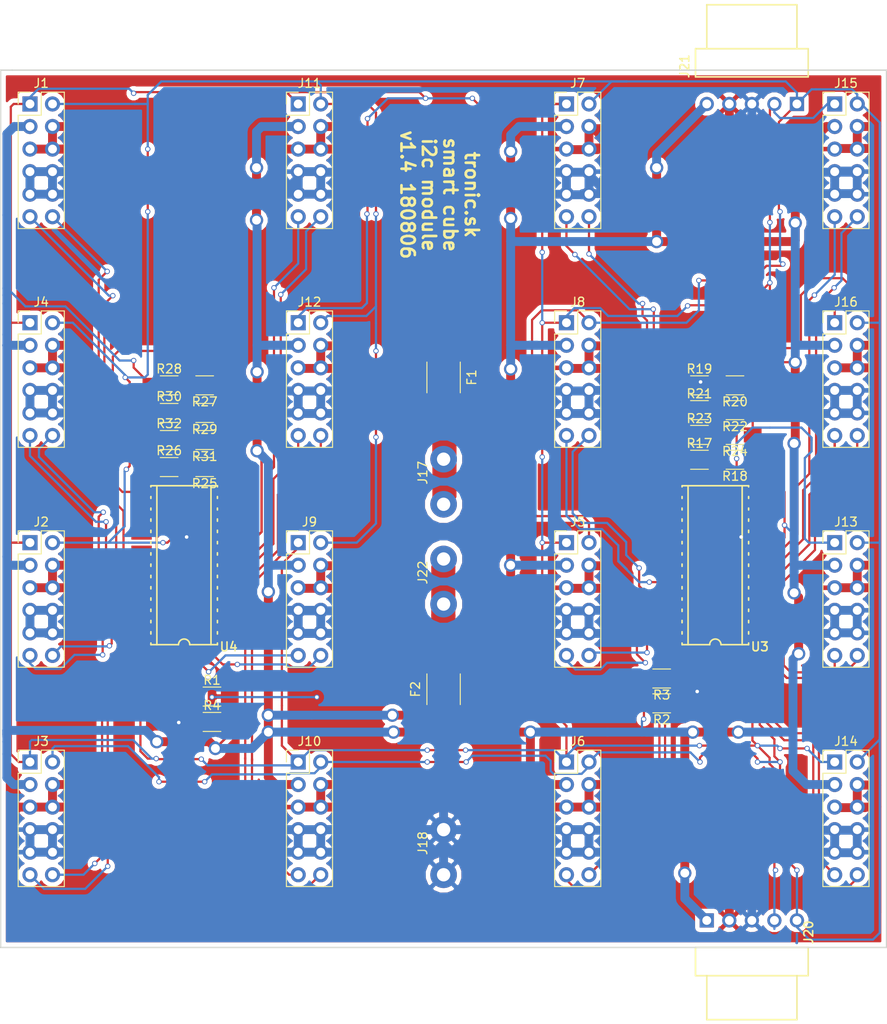
<source format=kicad_pcb>
(kicad_pcb (version 4) (host pcbnew 4.0.7)
  (layers (0 F.Cu signal) (31 B.Cu signal) (34 B.Paste user) (35 F.Paste user) (36 B.SilkS user) (37 F.SilkS user) (38 B.Mask user) (39 F.Mask user) (44 Edge.Cuts user))
  (net 0 "")
  (net 1 5v)
  (net 2 12v)
  (net 3 gnd)
  (net 4 data-3)
  (net 5 data-4)
  (net 6 data-21)
  (net 7 data-22)
  (net 8 data-23)
  (net 9 data-24)
  (net 10 data-17)
  (net 11 data-18)
  (net 12 data-5)
  (net 13 data-6)
  (net 14 data-19)
  (net 15 data-20)
  (net 16 data-13)
  (net 17 data-14)
  (net 18 data-15)
  (net 19 data-16)
  (net 20 data-9)
  (net 21 data-10)
  (net 22 data-1)
  (net 23 data-2)
  (net 24 data-11)
  (net 25 data-12)
  (net 26 data-29)
  (net 27 data-30)
  (net 28 data-31)
  (net 29 data-32)
  (net 30 data-25)
  (net 31 data-26)
  (net 32 data-7)
  (net 33 data-8)
  (net 34 data-27)
  (net 35 data-28)
  (net 36 12v-input)
  (net 37 5v-input)
  (net 38 sda)
  (net 39 scl)
  (net 40 "Net-(R17-Pad2)")
  (net 41 "Net-(R19-Pad2)")
  (net 42 "Net-(R21-Pad2)")
  (net 43 "Net-(R23-Pad2)")
  (net 44 "Net-(R25-Pad2)")
  (net 45 "Net-(R27-Pad2)")
  (net 46 "Net-(R29-Pad2)")
  (net 47 "Net-(R31-Pad2)")
  (module Inductors_SMD:L_1812_HandSoldering (layer F.Cu) (at 187.8965 87.884 270)
    (fp_text reference F1 (at 0 -3.17 270) (layer F.SilkS))
    (fp_text value Fuse)
    (pad 1 smd rect (at -3.4 0 270) (size 3.5 3.5) (layers F.Cu F.Paste F.Mask) (net 2 12v))
    (pad 2 smd rect (at 3.4 0 270) (size 3.5 3.5) (layers F.Cu F.Paste F.Mask) (net 36 12v-input))
  )
  (module Inductors_SMD:L_1812_HandSoldering (layer F.Cu) (at 187.8965 122.9995 90)
    (fp_text reference F2 (at 0 -3.17 90) (layer F.SilkS))
    (fp_text value Fuse)
    (pad 1 smd rect (at -3.4 0 90) (size 3.5 3.5) (layers F.Cu F.Paste F.Mask) (net 1 5v))
    (pad 2 smd rect (at 3.4 0 90) (size 3.5 3.5) (layers F.Cu F.Paste F.Mask) (net 37 5v-input))
  )
  (module conn-header:MOLEX-22-05-3051 (layer F.Cu) (at 222.631 149.0345 180)
    (fp_text reference J20 (at -6.985 -2.794 270) (layer F.SilkS) (effects (font (thickness 0.18)) (justify left bottom)))
    (fp_text value Conn_01x05 hide)
    (pad 3 thru_hole circle (at 0 0 180) (size 1.6 1.6) (drill 1) (layers *.Cu *.Mask) (net 3 gnd))
    (pad 1 thru_hole rect (at 5.08 0 180) (size 1.6 1.6) (drill 1) (layers *.Cu *.Mask) (net 1 5v))
    (pad 2 thru_hole circle (at 2.54 0 180) (size 1.6 1.6) (drill 1) (layers *.Cu *.Mask) (net 2 12v))
    (pad 4 thru_hole circle (at -2.54 0 180) (size 1.6 1.6) (drill 1) (layers *.Cu *.Mask) (net 38 sda))
    (pad 5 thru_hole circle (at -5.08 0 180) (size 1.6 1.6) (drill 1) (layers *.Cu *.Mask) (net 39 scl))
  )
  (module conn-header:MOLEX-22-05-3051 (layer F.Cu) (at 222.631 57.0865)
    (fp_text reference J21 (at -6.985 -2.794 90) (layer F.SilkS) (effects (font (thickness 0.18)) (justify left bottom)))
    (fp_text value Conn_01x05 hide)
    (pad 3 thru_hole circle (at 0 0) (size 1.6 1.6) (drill 1) (layers *.Cu *.Mask) (net 3 gnd))
    (pad 1 thru_hole rect (at 5.08 0) (size 1.6 1.6) (drill 1) (layers *.Cu *.Mask) (net 39 scl))
    (pad 2 thru_hole circle (at 2.54 0) (size 1.6 1.6) (drill 1) (layers *.Cu *.Mask) (net 38 sda))
    (pad 4 thru_hole circle (at -2.54 0) (size 1.6 1.6) (drill 1) (layers *.Cu *.Mask) (net 2 12v))
    (pad 5 thru_hole circle (at -5.08 0) (size 1.6 1.6) (drill 1) (layers *.Cu *.Mask) (net 1 5v))
  )
  (module smt-soic:28W (layer F.Cu) (at 218.5162 109.0295 90)
    (fp_text reference U3 (at -9.77 3.9 180) (layer F.SilkS) (effects (font (thickness 0.18)) (justify left bottom)))
    (fp_text value MCP23017 hide)
    (pad 2 smd rect (at -6.985 4.8 90) (size 0.6 2.3) (layers F.Cu F.Paste F.Mask) (net 28 data-31))
    (pad 17 smd rect (at 5.715 -4.8 90) (size 0.6 2.3) (layers F.Cu F.Paste F.Mask) (net 43 "Net-(R23-Pad2)"))
    (pad 1 smd rect (at -8.255 4.8 90) (size 0.6 2.3) (layers F.Cu F.Paste F.Mask) (net 29 data-32))
    (pad 3 smd rect (at -5.715 4.8 90) (size 0.6 2.3) (layers F.Cu F.Paste F.Mask) (net 27 data-30))
    (pad 4 smd rect (at -4.445 4.8 90) (size 0.6 2.3) (layers F.Cu F.Paste F.Mask) (net 26 data-29))
    (pad 18 smd rect (at 4.445 -4.8 90) (size 0.6 2.3) (layers F.Cu F.Paste F.Mask) (net 40 "Net-(R17-Pad2)"))
    (pad 12 smd rect (at 5.715 4.8 90) (size 0.6 2.3) (layers F.Cu F.Paste F.Mask) (net 39 scl))
    (pad 11 smd rect (at 4.445 4.8 90) (size 0.6 2.3) (layers F.Cu F.Paste F.Mask))
    (pad 6 smd rect (at -1.905 4.8 90) (size 0.6 2.3) (layers F.Cu F.Paste F.Mask) (net 34 data-27))
    (pad 9 smd rect (at 1.905 4.8 90) (size 0.6 2.3) (layers F.Cu F.Paste F.Mask) (net 1 5v))
    (pad 5 smd rect (at -3.175 4.8 90) (size 0.6 2.3) (layers F.Cu F.Paste F.Mask) (net 35 data-28))
    (pad 7 smd rect (at -0.635 4.8 90) (size 0.6 2.3) (layers F.Cu F.Paste F.Mask) (net 31 data-26))
    (pad 10 smd rect (at 3.175 4.8 90) (size 0.6 2.3) (layers F.Cu F.Paste F.Mask) (net 3 gnd))
    (pad 8 smd rect (at 0.635 4.8 90) (size 0.6 2.3) (layers F.Cu F.Paste F.Mask) (net 30 data-25))
    (pad 19 smd rect (at 3.175 -4.8 90) (size 0.6 2.3) (layers F.Cu F.Paste F.Mask))
    (pad 20 smd rect (at 1.905 -4.8 90) (size 0.6 2.3) (layers F.Cu F.Paste F.Mask))
    (pad 21 smd rect (at 0.635 -4.8 90) (size 0.6 2.3) (layers F.Cu F.Paste F.Mask) (net 10 data-17))
    (pad 22 smd rect (at -0.635 -4.8 90) (size 0.6 2.3) (layers F.Cu F.Paste F.Mask) (net 11 data-18))
    (pad 23 smd rect (at -1.905 -4.8 90) (size 0.6 2.3) (layers F.Cu F.Paste F.Mask) (net 14 data-19))
    (pad 24 smd rect (at -3.175 -4.8 90) (size 0.6 2.3) (layers F.Cu F.Paste F.Mask) (net 15 data-20))
    (pad 25 smd rect (at -4.445 -4.8 90) (size 0.6 2.3) (layers F.Cu F.Paste F.Mask) (net 6 data-21))
    (pad 26 smd rect (at -5.715 -4.8 90) (size 0.6 2.3) (layers F.Cu F.Paste F.Mask) (net 7 data-22))
    (pad 27 smd rect (at -6.985 -4.8 90) (size 0.6 2.3) (layers F.Cu F.Paste F.Mask) (net 8 data-23))
    (pad 28 smd rect (at -8.255 -4.8 90) (size 0.6 2.3) (layers F.Cu F.Paste F.Mask) (net 9 data-24))
    (pad 13 smd rect (at 6.985 4.8 90) (size 0.6 2.3) (layers F.Cu F.Paste F.Mask) (net 38 sda))
    (pad 14 smd rect (at 8.255 4.8 90) (size 0.6 2.3) (layers F.Cu F.Paste F.Mask))
    (pad 16 smd rect (at 6.985 -4.8 90) (size 0.6 2.3) (layers F.Cu F.Paste F.Mask) (net 42 "Net-(R21-Pad2)"))
    (pad 15 smd rect (at 8.255 -4.8 90) (size 0.6 2.3) (layers F.Cu F.Paste F.Mask) (net 41 "Net-(R19-Pad2)"))
  )
  (module smt-soic:28W (layer F.Cu) (at 158.6611 109.0295 90)
    (fp_text reference U4 (at -9.77 3.9 180) (layer F.SilkS) (effects (font (thickness 0.18)) (justify left bottom)))
    (fp_text value MCP23017 hide)
    (pad 2 smd rect (at -6.985 4.8 90) (size 0.6 2.3) (layers F.Cu F.Paste F.Mask) (net 18 data-15))
    (pad 17 smd rect (at 5.715 -4.8 90) (size 0.6 2.3) (layers F.Cu F.Paste F.Mask) (net 47 "Net-(R31-Pad2)"))
    (pad 1 smd rect (at -8.255 4.8 90) (size 0.6 2.3) (layers F.Cu F.Paste F.Mask) (net 19 data-16))
    (pad 3 smd rect (at -5.715 4.8 90) (size 0.6 2.3) (layers F.Cu F.Paste F.Mask) (net 17 data-14))
    (pad 4 smd rect (at -4.445 4.8 90) (size 0.6 2.3) (layers F.Cu F.Paste F.Mask) (net 16 data-13))
    (pad 18 smd rect (at 4.445 -4.8 90) (size 0.6 2.3) (layers F.Cu F.Paste F.Mask) (net 44 "Net-(R25-Pad2)"))
    (pad 12 smd rect (at 5.715 4.8 90) (size 0.6 2.3) (layers F.Cu F.Paste F.Mask) (net 39 scl))
    (pad 11 smd rect (at 4.445 4.8 90) (size 0.6 2.3) (layers F.Cu F.Paste F.Mask))
    (pad 6 smd rect (at -1.905 4.8 90) (size 0.6 2.3) (layers F.Cu F.Paste F.Mask) (net 24 data-11))
    (pad 9 smd rect (at 1.905 4.8 90) (size 0.6 2.3) (layers F.Cu F.Paste F.Mask) (net 1 5v))
    (pad 5 smd rect (at -3.175 4.8 90) (size 0.6 2.3) (layers F.Cu F.Paste F.Mask) (net 25 data-12))
    (pad 7 smd rect (at -0.635 4.8 90) (size 0.6 2.3) (layers F.Cu F.Paste F.Mask) (net 21 data-10))
    (pad 10 smd rect (at 3.175 4.8 90) (size 0.6 2.3) (layers F.Cu F.Paste F.Mask) (net 3 gnd))
    (pad 8 smd rect (at 0.635 4.8 90) (size 0.6 2.3) (layers F.Cu F.Paste F.Mask) (net 20 data-9))
    (pad 19 smd rect (at 3.175 -4.8 90) (size 0.6 2.3) (layers F.Cu F.Paste F.Mask))
    (pad 20 smd rect (at 1.905 -4.8 90) (size 0.6 2.3) (layers F.Cu F.Paste F.Mask))
    (pad 21 smd rect (at 0.635 -4.8 90) (size 0.6 2.3) (layers F.Cu F.Paste F.Mask) (net 22 data-1))
    (pad 22 smd rect (at -0.635 -4.8 90) (size 0.6 2.3) (layers F.Cu F.Paste F.Mask) (net 23 data-2))
    (pad 23 smd rect (at -1.905 -4.8 90) (size 0.6 2.3) (layers F.Cu F.Paste F.Mask) (net 4 data-3))
    (pad 24 smd rect (at -3.175 -4.8 90) (size 0.6 2.3) (layers F.Cu F.Paste F.Mask) (net 5 data-4))
    (pad 25 smd rect (at -4.445 -4.8 90) (size 0.6 2.3) (layers F.Cu F.Paste F.Mask) (net 12 data-5))
    (pad 26 smd rect (at -5.715 -4.8 90) (size 0.6 2.3) (layers F.Cu F.Paste F.Mask) (net 13 data-6))
    (pad 27 smd rect (at -6.985 -4.8 90) (size 0.6 2.3) (layers F.Cu F.Paste F.Mask) (net 32 data-7))
    (pad 28 smd rect (at -8.255 -4.8 90) (size 0.6 2.3) (layers F.Cu F.Paste F.Mask) (net 33 data-8))
    (pad 13 smd rect (at 6.985 4.8 90) (size 0.6 2.3) (layers F.Cu F.Paste F.Mask) (net 38 sda))
    (pad 14 smd rect (at 8.255 4.8 90) (size 0.6 2.3) (layers F.Cu F.Paste F.Mask))
    (pad 16 smd rect (at 6.985 -4.8 90) (size 0.6 2.3) (layers F.Cu F.Paste F.Mask) (net 46 "Net-(R29-Pad2)"))
    (pad 15 smd rect (at 8.255 -4.8 90) (size 0.6 2.3) (layers F.Cu F.Paste F.Mask) (net 45 "Net-(R27-Pad2)"))
  )
  (module Resistors_SMD:R_1206_HandSoldering (layer F.Cu) (at 216.7255 97.155)
    (fp_text reference R17 (at 0 -1.85) (layer F.SilkS))
    (fp_text value R)
    (pad 1 smd rect (at -2 0) (size 2 1.7) (layers F.Cu F.Paste F.Mask) (net 3 gnd))
    (pad 2 smd rect (at 2 0) (size 2 1.7) (layers F.Cu F.Paste F.Mask) (net 40 "Net-(R17-Pad2)"))
  )
  (module Resistors_SMD:R_1206_HandSoldering (layer F.Cu) (at 220.726 97.155 180)
    (fp_text reference R18 (at 0 -1.85 180) (layer F.SilkS))
    (fp_text value R)
    (pad 1 smd rect (at -2 0 180) (size 2 1.7) (layers F.Cu F.Paste F.Mask) (net 1 5v))
    (pad 2 smd rect (at 2 0 180) (size 2 1.7) (layers F.Cu F.Paste F.Mask) (net 40 "Net-(R17-Pad2)"))
  )
  (module Resistors_SMD:R_1206_HandSoldering (layer F.Cu) (at 216.7255 88.773)
    (fp_text reference R19 (at 0 -1.85) (layer F.SilkS))
    (fp_text value R)
    (pad 1 smd rect (at -2 0) (size 2 1.7) (layers F.Cu F.Paste F.Mask) (net 3 gnd))
    (pad 2 smd rect (at 2 0) (size 2 1.7) (layers F.Cu F.Paste F.Mask) (net 41 "Net-(R19-Pad2)"))
  )
  (module Resistors_SMD:R_1206_HandSoldering (layer F.Cu) (at 220.726 88.773 180)
    (fp_text reference R20 (at 0 -1.85 180) (layer F.SilkS))
    (fp_text value R)
    (pad 1 smd rect (at -2 0 180) (size 2 1.7) (layers F.Cu F.Paste F.Mask) (net 1 5v))
    (pad 2 smd rect (at 2 0 180) (size 2 1.7) (layers F.Cu F.Paste F.Mask) (net 41 "Net-(R19-Pad2)"))
  )
  (module Resistors_SMD:R_1206_HandSoldering (layer F.Cu) (at 216.7255 91.567)
    (fp_text reference R21 (at 0 -1.85) (layer F.SilkS))
    (fp_text value R)
    (pad 1 smd rect (at -2 0) (size 2 1.7) (layers F.Cu F.Paste F.Mask) (net 3 gnd))
    (pad 2 smd rect (at 2 0) (size 2 1.7) (layers F.Cu F.Paste F.Mask) (net 42 "Net-(R21-Pad2)"))
  )
  (module Resistors_SMD:R_1206_HandSoldering (layer F.Cu) (at 220.726 91.567 180)
    (fp_text reference R22 (at 0 -1.85 180) (layer F.SilkS))
    (fp_text value R)
    (pad 1 smd rect (at -2 0 180) (size 2 1.7) (layers F.Cu F.Paste F.Mask) (net 1 5v))
    (pad 2 smd rect (at 2 0 180) (size 2 1.7) (layers F.Cu F.Paste F.Mask) (net 42 "Net-(R21-Pad2)"))
  )
  (module Resistors_SMD:R_1206_HandSoldering (layer F.Cu) (at 216.7255 94.361)
    (fp_text reference R23 (at 0 -1.85) (layer F.SilkS))
    (fp_text value R)
    (pad 1 smd rect (at -2 0) (size 2 1.7) (layers F.Cu F.Paste F.Mask) (net 3 gnd))
    (pad 2 smd rect (at 2 0) (size 2 1.7) (layers F.Cu F.Paste F.Mask) (net 43 "Net-(R23-Pad2)"))
  )
  (module Resistors_SMD:R_1206_HandSoldering (layer F.Cu) (at 220.726 94.361 180)
    (fp_text reference R24 (at 0 -1.85 180) (layer F.SilkS))
    (fp_text value R)
    (pad 1 smd rect (at -2 0 180) (size 2 1.7) (layers F.Cu F.Paste F.Mask) (net 1 5v))
    (pad 2 smd rect (at 2 0 180) (size 2 1.7) (layers F.Cu F.Paste F.Mask) (net 43 "Net-(R23-Pad2)"))
  )
  (module Resistors_SMD:R_1206_HandSoldering (layer F.Cu) (at 160.9725 97.9805 180)
    (fp_text reference R25 (at 0 -1.85 180) (layer F.SilkS))
    (fp_text value R)
    (pad 1 smd rect (at -2 0 180) (size 2 1.7) (layers F.Cu F.Paste F.Mask) (net 3 gnd))
    (pad 2 smd rect (at 2 0 180) (size 2 1.7) (layers F.Cu F.Paste F.Mask) (net 44 "Net-(R25-Pad2)"))
  )
  (module Resistors_SMD:R_1206_HandSoldering (layer F.Cu) (at 156.972 97.9805)
    (fp_text reference R26 (at 0 -1.85) (layer F.SilkS))
    (fp_text value R)
    (pad 1 smd rect (at -2 0) (size 2 1.7) (layers F.Cu F.Paste F.Mask) (net 1 5v))
    (pad 2 smd rect (at 2 0) (size 2 1.7) (layers F.Cu F.Paste F.Mask) (net 44 "Net-(R25-Pad2)"))
  )
  (module Resistors_SMD:R_1206_HandSoldering (layer F.Cu) (at 160.9725 88.773 180)
    (fp_text reference R27 (at 0 -1.85 180) (layer F.SilkS))
    (fp_text value R)
    (pad 1 smd rect (at -2 0 180) (size 2 1.7) (layers F.Cu F.Paste F.Mask) (net 3 gnd))
    (pad 2 smd rect (at 2 0 180) (size 2 1.7) (layers F.Cu F.Paste F.Mask) (net 45 "Net-(R27-Pad2)"))
  )
  (module Resistors_SMD:R_1206_HandSoldering (layer F.Cu) (at 156.972 88.773)
    (fp_text reference R28 (at 0 -1.85) (layer F.SilkS))
    (fp_text value R)
    (pad 1 smd rect (at -2 0) (size 2 1.7) (layers F.Cu F.Paste F.Mask) (net 1 5v))
    (pad 2 smd rect (at 2 0) (size 2 1.7) (layers F.Cu F.Paste F.Mask) (net 45 "Net-(R27-Pad2)"))
  )
  (module Resistors_SMD:R_1206_HandSoldering (layer F.Cu) (at 160.9725 91.8845 180)
    (fp_text reference R29 (at 0 -1.85 180) (layer F.SilkS))
    (fp_text value R)
    (pad 1 smd rect (at -2 0 180) (size 2 1.7) (layers F.Cu F.Paste F.Mask) (net 3 gnd))
    (pad 2 smd rect (at 2 0 180) (size 2 1.7) (layers F.Cu F.Paste F.Mask) (net 46 "Net-(R29-Pad2)"))
  )
  (module Resistors_SMD:R_1206_HandSoldering (layer F.Cu) (at 156.972 91.8845)
    (fp_text reference R30 (at 0 -1.85) (layer F.SilkS))
    (fp_text value R)
    (pad 1 smd rect (at -2 0) (size 2 1.7) (layers F.Cu F.Paste F.Mask) (net 1 5v))
    (pad 2 smd rect (at 2 0) (size 2 1.7) (layers F.Cu F.Paste F.Mask) (net 46 "Net-(R29-Pad2)"))
  )
  (module Resistors_SMD:R_1206_HandSoldering (layer F.Cu) (at 160.9725 94.9325 180)
    (fp_text reference R31 (at 0 -1.85 180) (layer F.SilkS))
    (fp_text value R)
    (pad 1 smd rect (at -2 0 180) (size 2 1.7) (layers F.Cu F.Paste F.Mask) (net 3 gnd))
    (pad 2 smd rect (at 2 0 180) (size 2 1.7) (layers F.Cu F.Paste F.Mask) (net 47 "Net-(R31-Pad2)"))
  )
  (module Resistors_SMD:R_1206_HandSoldering (layer F.Cu) (at 156.972 94.9325)
    (fp_text reference R32 (at 0 -1.85) (layer F.SilkS))
    (fp_text value R)
    (pad 1 smd rect (at -2 0) (size 2 1.7) (layers F.Cu F.Paste F.Mask) (net 1 5v))
    (pad 2 smd rect (at 2 0) (size 2 1.7) (layers F.Cu F.Paste F.Mask) (net 47 "Net-(R31-Pad2)"))
  )
  (module Resistors_SMD:R_1206_HandSoldering (layer F.Cu) (at 161.798 123.825)
    (fp_text reference R1 (at 0 -1.85) (layer F.SilkS))
    (fp_text value R)
    (pad 1 smd rect (at -2 0) (size 2 1.7) (layers F.Cu F.Paste F.Mask) (net 3 gnd))
    (pad 2 smd rect (at 2 0) (size 2 1.7) (layers F.Cu F.Paste F.Mask) (net 2 12v))
  )
  (module Resistors_SMD:R_1206_HandSoldering (layer F.Cu) (at 212.471 124.587 180)
    (fp_text reference R2 (at 0 -1.85 180) (layer F.SilkS))
    (fp_text value R)
    (pad 1 smd rect (at -2 0 180) (size 2 1.7) (layers F.Cu F.Paste F.Mask) (net 3 gnd))
    (pad 2 smd rect (at 2 0 180) (size 2 1.7) (layers F.Cu F.Paste F.Mask) (net 1 5v))
  )
  (module Resistors_SMD:R_1206_HandSoldering (layer F.Cu) (at 212.471 121.793 180)
    (fp_text reference R3 (at 0 -1.85 180) (layer F.SilkS))
    (fp_text value R)
    (pad 1 smd rect (at -2 0 180) (size 2 1.7) (layers F.Cu F.Paste F.Mask) (net 3 gnd))
    (pad 2 smd rect (at 2 0 180) (size 2 1.7) (layers F.Cu F.Paste F.Mask) (net 2 12v))
  )
  (module Resistors_SMD:R_1206_HandSoldering (layer F.Cu) (at 161.798 126.6825)
    (fp_text reference R4 (at 0 -1.85) (layer F.SilkS))
    (fp_text value R)
    (pad 1 smd rect (at -2 0) (size 2 1.7) (layers F.Cu F.Paste F.Mask) (net 3 gnd))
    (pad 2 smd rect (at 2 0) (size 2 1.7) (layers F.Cu F.Paste F.Mask) (net 1 5v))
  )
  (module Pin_Headers:Pin_Header_Straight_2x06_Pitch2.54mm (layer F.Cu) (at 141.2875 57.0865)
    (fp_text reference J1 (at 1.27 -2.33) (layer F.SilkS))
    (fp_text value pwr)
    (pad 1 thru_hole rect (at 0 0) (size 1.7 1.7) (drill 1) (layers *.Cu *.Mask) (net 38 sda))
    (pad 2 thru_hole oval (at 2.54 0) (size 1.7 1.7) (drill 1) (layers *.Cu *.Mask) (net 39 scl))
    (pad 3 thru_hole oval (at 0 2.54) (size 1.7 1.7) (drill 1) (layers *.Cu *.Mask) (net 1 5v))
    (pad 4 thru_hole oval (at 2.54 2.54) (size 1.7 1.7) (drill 1) (layers *.Cu *.Mask) (net 2 12v))
    (pad 5 thru_hole oval (at 0 5.08) (size 1.7 1.7) (drill 1) (layers *.Cu *.Mask) (net 2 12v))
    (pad 6 thru_hole oval (at 2.54 5.08) (size 1.7 1.7) (drill 1) (layers *.Cu *.Mask) (net 2 12v))
    (pad 7 thru_hole oval (at 0 7.62) (size 1.7 1.7) (drill 1) (layers *.Cu *.Mask) (net 3 gnd))
    (pad 8 thru_hole oval (at 2.54 7.62) (size 1.7 1.7) (drill 1) (layers *.Cu *.Mask) (net 3 gnd))
    (pad 9 thru_hole oval (at 0 10.16) (size 1.7 1.7) (drill 1) (layers *.Cu *.Mask) (net 3 gnd))
    (pad 10 thru_hole oval (at 2.54 10.16) (size 1.7 1.7) (drill 1) (layers *.Cu *.Mask) (net 3 gnd))
    (pad 11 thru_hole oval (at 0 12.7) (size 1.7 1.7) (drill 1) (layers *.Cu *.Mask) (net 22 data-1))
    (pad 12 thru_hole oval (at 2.54 12.7) (size 1.7 1.7) (drill 1) (layers *.Cu *.Mask) (net 23 data-2))
  )
  (module Pin_Headers:Pin_Header_Straight_2x06_Pitch2.54mm (layer F.Cu) (at 141.2875 106.4895)
    (fp_text reference J2 (at 1.27 -2.33) (layer F.SilkS))
    (fp_text value pwr)
    (pad 1 thru_hole rect (at 0 0) (size 1.7 1.7) (drill 1) (layers *.Cu *.Mask) (net 38 sda))
    (pad 2 thru_hole oval (at 2.54 0) (size 1.7 1.7) (drill 1) (layers *.Cu *.Mask) (net 39 scl))
    (pad 3 thru_hole oval (at 0 2.54) (size 1.7 1.7) (drill 1) (layers *.Cu *.Mask) (net 1 5v))
    (pad 4 thru_hole oval (at 2.54 2.54) (size 1.7 1.7) (drill 1) (layers *.Cu *.Mask) (net 2 12v))
    (pad 5 thru_hole oval (at 0 5.08) (size 1.7 1.7) (drill 1) (layers *.Cu *.Mask) (net 2 12v))
    (pad 6 thru_hole oval (at 2.54 5.08) (size 1.7 1.7) (drill 1) (layers *.Cu *.Mask) (net 2 12v))
    (pad 7 thru_hole oval (at 0 7.62) (size 1.7 1.7) (drill 1) (layers *.Cu *.Mask) (net 3 gnd))
    (pad 8 thru_hole oval (at 2.54 7.62) (size 1.7 1.7) (drill 1) (layers *.Cu *.Mask) (net 3 gnd))
    (pad 9 thru_hole oval (at 0 10.16) (size 1.7 1.7) (drill 1) (layers *.Cu *.Mask) (net 3 gnd))
    (pad 10 thru_hole oval (at 2.54 10.16) (size 1.7 1.7) (drill 1) (layers *.Cu *.Mask) (net 3 gnd))
    (pad 11 thru_hole oval (at 0 12.7) (size 1.7 1.7) (drill 1) (layers *.Cu *.Mask) (net 12 data-5))
    (pad 12 thru_hole oval (at 2.54 12.7) (size 1.7 1.7) (drill 1) (layers *.Cu *.Mask) (net 13 data-6))
  )
  (module Pin_Headers:Pin_Header_Straight_2x06_Pitch2.54mm (layer F.Cu) (at 141.2875 131.191)
    (fp_text reference J3 (at 1.27 -2.33) (layer F.SilkS))
    (fp_text value pwr)
    (pad 1 thru_hole rect (at 0 0) (size 1.7 1.7) (drill 1) (layers *.Cu *.Mask) (net 38 sda))
    (pad 2 thru_hole oval (at 2.54 0) (size 1.7 1.7) (drill 1) (layers *.Cu *.Mask) (net 39 scl))
    (pad 3 thru_hole oval (at 0 2.54) (size 1.7 1.7) (drill 1) (layers *.Cu *.Mask) (net 1 5v))
    (pad 4 thru_hole oval (at 2.54 2.54) (size 1.7 1.7) (drill 1) (layers *.Cu *.Mask) (net 2 12v))
    (pad 5 thru_hole oval (at 0 5.08) (size 1.7 1.7) (drill 1) (layers *.Cu *.Mask) (net 2 12v))
    (pad 6 thru_hole oval (at 2.54 5.08) (size 1.7 1.7) (drill 1) (layers *.Cu *.Mask) (net 2 12v))
    (pad 7 thru_hole oval (at 0 7.62) (size 1.7 1.7) (drill 1) (layers *.Cu *.Mask) (net 3 gnd))
    (pad 8 thru_hole oval (at 2.54 7.62) (size 1.7 1.7) (drill 1) (layers *.Cu *.Mask) (net 3 gnd))
    (pad 9 thru_hole oval (at 0 10.16) (size 1.7 1.7) (drill 1) (layers *.Cu *.Mask) (net 3 gnd))
    (pad 10 thru_hole oval (at 2.54 10.16) (size 1.7 1.7) (drill 1) (layers *.Cu *.Mask) (net 3 gnd))
    (pad 11 thru_hole oval (at 0 12.7) (size 1.7 1.7) (drill 1) (layers *.Cu *.Mask) (net 32 data-7))
    (pad 12 thru_hole oval (at 2.54 12.7) (size 1.7 1.7) (drill 1) (layers *.Cu *.Mask) (net 33 data-8))
  )
  (module Pin_Headers:Pin_Header_Straight_2x06_Pitch2.54mm (layer F.Cu) (at 141.2875 81.7245)
    (fp_text reference J4 (at 1.27 -2.33) (layer F.SilkS))
    (fp_text value pwr)
    (pad 1 thru_hole rect (at 0 0) (size 1.7 1.7) (drill 1) (layers *.Cu *.Mask) (net 38 sda))
    (pad 2 thru_hole oval (at 2.54 0) (size 1.7 1.7) (drill 1) (layers *.Cu *.Mask) (net 39 scl))
    (pad 3 thru_hole oval (at 0 2.54) (size 1.7 1.7) (drill 1) (layers *.Cu *.Mask) (net 1 5v))
    (pad 4 thru_hole oval (at 2.54 2.54) (size 1.7 1.7) (drill 1) (layers *.Cu *.Mask) (net 2 12v))
    (pad 5 thru_hole oval (at 0 5.08) (size 1.7 1.7) (drill 1) (layers *.Cu *.Mask) (net 2 12v))
    (pad 6 thru_hole oval (at 2.54 5.08) (size 1.7 1.7) (drill 1) (layers *.Cu *.Mask) (net 2 12v))
    (pad 7 thru_hole oval (at 0 7.62) (size 1.7 1.7) (drill 1) (layers *.Cu *.Mask) (net 3 gnd))
    (pad 8 thru_hole oval (at 2.54 7.62) (size 1.7 1.7) (drill 1) (layers *.Cu *.Mask) (net 3 gnd))
    (pad 9 thru_hole oval (at 0 10.16) (size 1.7 1.7) (drill 1) (layers *.Cu *.Mask) (net 3 gnd))
    (pad 10 thru_hole oval (at 2.54 10.16) (size 1.7 1.7) (drill 1) (layers *.Cu *.Mask) (net 3 gnd))
    (pad 11 thru_hole oval (at 0 12.7) (size 1.7 1.7) (drill 1) (layers *.Cu *.Mask) (net 4 data-3))
    (pad 12 thru_hole oval (at 2.54 12.7) (size 1.7 1.7) (drill 1) (layers *.Cu *.Mask) (net 5 data-4))
  )
  (module Pin_Headers:Pin_Header_Straight_2x06_Pitch2.54mm (layer F.Cu) (at 201.7395 106.4895)
    (fp_text reference J5 (at 1.27 -2.33) (layer F.SilkS))
    (fp_text value pwr)
    (pad 1 thru_hole rect (at 0 0) (size 1.7 1.7) (drill 1) (layers *.Cu *.Mask) (net 38 sda))
    (pad 2 thru_hole oval (at 2.54 0) (size 1.7 1.7) (drill 1) (layers *.Cu *.Mask) (net 39 scl))
    (pad 3 thru_hole oval (at 0 2.54) (size 1.7 1.7) (drill 1) (layers *.Cu *.Mask) (net 1 5v))
    (pad 4 thru_hole oval (at 2.54 2.54) (size 1.7 1.7) (drill 1) (layers *.Cu *.Mask) (net 2 12v))
    (pad 5 thru_hole oval (at 0 5.08) (size 1.7 1.7) (drill 1) (layers *.Cu *.Mask) (net 2 12v))
    (pad 6 thru_hole oval (at 2.54 5.08) (size 1.7 1.7) (drill 1) (layers *.Cu *.Mask) (net 2 12v))
    (pad 7 thru_hole oval (at 0 7.62) (size 1.7 1.7) (drill 1) (layers *.Cu *.Mask) (net 3 gnd))
    (pad 8 thru_hole oval (at 2.54 7.62) (size 1.7 1.7) (drill 1) (layers *.Cu *.Mask) (net 3 gnd))
    (pad 9 thru_hole oval (at 0 10.16) (size 1.7 1.7) (drill 1) (layers *.Cu *.Mask) (net 3 gnd))
    (pad 10 thru_hole oval (at 2.54 10.16) (size 1.7 1.7) (drill 1) (layers *.Cu *.Mask) (net 3 gnd))
    (pad 11 thru_hole oval (at 0 12.7) (size 1.7 1.7) (drill 1) (layers *.Cu *.Mask) (net 6 data-21))
    (pad 12 thru_hole oval (at 2.54 12.7) (size 1.7 1.7) (drill 1) (layers *.Cu *.Mask) (net 7 data-22))
  )
  (module Pin_Headers:Pin_Header_Straight_2x06_Pitch2.54mm (layer F.Cu) (at 201.7395 131.191)
    (fp_text reference J6 (at 1.27 -2.33) (layer F.SilkS))
    (fp_text value pwr)
    (pad 1 thru_hole rect (at 0 0) (size 1.7 1.7) (drill 1) (layers *.Cu *.Mask) (net 38 sda))
    (pad 2 thru_hole oval (at 2.54 0) (size 1.7 1.7) (drill 1) (layers *.Cu *.Mask) (net 39 scl))
    (pad 3 thru_hole oval (at 0 2.54) (size 1.7 1.7) (drill 1) (layers *.Cu *.Mask) (net 1 5v))
    (pad 4 thru_hole oval (at 2.54 2.54) (size 1.7 1.7) (drill 1) (layers *.Cu *.Mask) (net 2 12v))
    (pad 5 thru_hole oval (at 0 5.08) (size 1.7 1.7) (drill 1) (layers *.Cu *.Mask) (net 2 12v))
    (pad 6 thru_hole oval (at 2.54 5.08) (size 1.7 1.7) (drill 1) (layers *.Cu *.Mask) (net 2 12v))
    (pad 7 thru_hole oval (at 0 7.62) (size 1.7 1.7) (drill 1) (layers *.Cu *.Mask) (net 3 gnd))
    (pad 8 thru_hole oval (at 2.54 7.62) (size 1.7 1.7) (drill 1) (layers *.Cu *.Mask) (net 3 gnd))
    (pad 9 thru_hole oval (at 0 10.16) (size 1.7 1.7) (drill 1) (layers *.Cu *.Mask) (net 3 gnd))
    (pad 10 thru_hole oval (at 2.54 10.16) (size 1.7 1.7) (drill 1) (layers *.Cu *.Mask) (net 3 gnd))
    (pad 11 thru_hole oval (at 0 12.7) (size 1.7 1.7) (drill 1) (layers *.Cu *.Mask) (net 8 data-23))
    (pad 12 thru_hole oval (at 2.54 12.7) (size 1.7 1.7) (drill 1) (layers *.Cu *.Mask) (net 9 data-24))
  )
  (module Pin_Headers:Pin_Header_Straight_2x06_Pitch2.54mm (layer F.Cu) (at 201.7395 57.0865)
    (fp_text reference J7 (at 1.27 -2.33) (layer F.SilkS))
    (fp_text value pwr)
    (pad 1 thru_hole rect (at 0 0) (size 1.7 1.7) (drill 1) (layers *.Cu *.Mask) (net 38 sda))
    (pad 2 thru_hole oval (at 2.54 0) (size 1.7 1.7) (drill 1) (layers *.Cu *.Mask) (net 39 scl))
    (pad 3 thru_hole oval (at 0 2.54) (size 1.7 1.7) (drill 1) (layers *.Cu *.Mask) (net 1 5v))
    (pad 4 thru_hole oval (at 2.54 2.54) (size 1.7 1.7) (drill 1) (layers *.Cu *.Mask) (net 2 12v))
    (pad 5 thru_hole oval (at 0 5.08) (size 1.7 1.7) (drill 1) (layers *.Cu *.Mask) (net 2 12v))
    (pad 6 thru_hole oval (at 2.54 5.08) (size 1.7 1.7) (drill 1) (layers *.Cu *.Mask) (net 2 12v))
    (pad 7 thru_hole oval (at 0 7.62) (size 1.7 1.7) (drill 1) (layers *.Cu *.Mask) (net 3 gnd))
    (pad 8 thru_hole oval (at 2.54 7.62) (size 1.7 1.7) (drill 1) (layers *.Cu *.Mask) (net 3 gnd))
    (pad 9 thru_hole oval (at 0 10.16) (size 1.7 1.7) (drill 1) (layers *.Cu *.Mask) (net 3 gnd))
    (pad 10 thru_hole oval (at 2.54 10.16) (size 1.7 1.7) (drill 1) (layers *.Cu *.Mask) (net 3 gnd))
    (pad 11 thru_hole oval (at 0 12.7) (size 1.7 1.7) (drill 1) (layers *.Cu *.Mask) (net 10 data-17))
    (pad 12 thru_hole oval (at 2.54 12.7) (size 1.7 1.7) (drill 1) (layers *.Cu *.Mask) (net 11 data-18))
  )
  (module Pin_Headers:Pin_Header_Straight_2x06_Pitch2.54mm (layer F.Cu) (at 201.7395 81.7245)
    (fp_text reference J8 (at 1.27 -2.33) (layer F.SilkS))
    (fp_text value pwr)
    (pad 1 thru_hole rect (at 0 0) (size 1.7 1.7) (drill 1) (layers *.Cu *.Mask) (net 38 sda))
    (pad 2 thru_hole oval (at 2.54 0) (size 1.7 1.7) (drill 1) (layers *.Cu *.Mask) (net 39 scl))
    (pad 3 thru_hole oval (at 0 2.54) (size 1.7 1.7) (drill 1) (layers *.Cu *.Mask) (net 1 5v))
    (pad 4 thru_hole oval (at 2.54 2.54) (size 1.7 1.7) (drill 1) (layers *.Cu *.Mask) (net 2 12v))
    (pad 5 thru_hole oval (at 0 5.08) (size 1.7 1.7) (drill 1) (layers *.Cu *.Mask) (net 2 12v))
    (pad 6 thru_hole oval (at 2.54 5.08) (size 1.7 1.7) (drill 1) (layers *.Cu *.Mask) (net 2 12v))
    (pad 7 thru_hole oval (at 0 7.62) (size 1.7 1.7) (drill 1) (layers *.Cu *.Mask) (net 3 gnd))
    (pad 8 thru_hole oval (at 2.54 7.62) (size 1.7 1.7) (drill 1) (layers *.Cu *.Mask) (net 3 gnd))
    (pad 9 thru_hole oval (at 0 10.16) (size 1.7 1.7) (drill 1) (layers *.Cu *.Mask) (net 3 gnd))
    (pad 10 thru_hole oval (at 2.54 10.16) (size 1.7 1.7) (drill 1) (layers *.Cu *.Mask) (net 3 gnd))
    (pad 11 thru_hole oval (at 0 12.7) (size 1.7 1.7) (drill 1) (layers *.Cu *.Mask) (net 14 data-19))
    (pad 12 thru_hole oval (at 2.54 12.7) (size 1.7 1.7) (drill 1) (layers *.Cu *.Mask) (net 15 data-20))
  )
  (module Pin_Headers:Pin_Header_Straight_2x06_Pitch2.54mm (layer F.Cu) (at 171.5135 106.4895)
    (fp_text reference J9 (at 1.27 -2.33) (layer F.SilkS))
    (fp_text value pwr)
    (pad 1 thru_hole rect (at 0 0) (size 1.7 1.7) (drill 1) (layers *.Cu *.Mask) (net 38 sda))
    (pad 2 thru_hole oval (at 2.54 0) (size 1.7 1.7) (drill 1) (layers *.Cu *.Mask) (net 39 scl))
    (pad 3 thru_hole oval (at 0 2.54) (size 1.7 1.7) (drill 1) (layers *.Cu *.Mask) (net 1 5v))
    (pad 4 thru_hole oval (at 2.54 2.54) (size 1.7 1.7) (drill 1) (layers *.Cu *.Mask) (net 2 12v))
    (pad 5 thru_hole oval (at 0 5.08) (size 1.7 1.7) (drill 1) (layers *.Cu *.Mask) (net 2 12v))
    (pad 6 thru_hole oval (at 2.54 5.08) (size 1.7 1.7) (drill 1) (layers *.Cu *.Mask) (net 2 12v))
    (pad 7 thru_hole oval (at 0 7.62) (size 1.7 1.7) (drill 1) (layers *.Cu *.Mask) (net 3 gnd))
    (pad 8 thru_hole oval (at 2.54 7.62) (size 1.7 1.7) (drill 1) (layers *.Cu *.Mask) (net 3 gnd))
    (pad 9 thru_hole oval (at 0 10.16) (size 1.7 1.7) (drill 1) (layers *.Cu *.Mask) (net 3 gnd))
    (pad 10 thru_hole oval (at 2.54 10.16) (size 1.7 1.7) (drill 1) (layers *.Cu *.Mask) (net 3 gnd))
    (pad 11 thru_hole oval (at 0 12.7) (size 1.7 1.7) (drill 1) (layers *.Cu *.Mask) (net 16 data-13))
    (pad 12 thru_hole oval (at 2.54 12.7) (size 1.7 1.7) (drill 1) (layers *.Cu *.Mask) (net 17 data-14))
  )
  (module Pin_Headers:Pin_Header_Straight_2x06_Pitch2.54mm (layer F.Cu) (at 171.5135 131.191)
    (fp_text reference J10 (at 1.27 -2.33) (layer F.SilkS))
    (fp_text value pwr)
    (pad 1 thru_hole rect (at 0 0) (size 1.7 1.7) (drill 1) (layers *.Cu *.Mask) (net 38 sda))
    (pad 2 thru_hole oval (at 2.54 0) (size 1.7 1.7) (drill 1) (layers *.Cu *.Mask) (net 39 scl))
    (pad 3 thru_hole oval (at 0 2.54) (size 1.7 1.7) (drill 1) (layers *.Cu *.Mask) (net 1 5v))
    (pad 4 thru_hole oval (at 2.54 2.54) (size 1.7 1.7) (drill 1) (layers *.Cu *.Mask) (net 2 12v))
    (pad 5 thru_hole oval (at 0 5.08) (size 1.7 1.7) (drill 1) (layers *.Cu *.Mask) (net 2 12v))
    (pad 6 thru_hole oval (at 2.54 5.08) (size 1.7 1.7) (drill 1) (layers *.Cu *.Mask) (net 2 12v))
    (pad 7 thru_hole oval (at 0 7.62) (size 1.7 1.7) (drill 1) (layers *.Cu *.Mask) (net 3 gnd))
    (pad 8 thru_hole oval (at 2.54 7.62) (size 1.7 1.7) (drill 1) (layers *.Cu *.Mask) (net 3 gnd))
    (pad 9 thru_hole oval (at 0 10.16) (size 1.7 1.7) (drill 1) (layers *.Cu *.Mask) (net 3 gnd))
    (pad 10 thru_hole oval (at 2.54 10.16) (size 1.7 1.7) (drill 1) (layers *.Cu *.Mask) (net 3 gnd))
    (pad 11 thru_hole oval (at 0 12.7) (size 1.7 1.7) (drill 1) (layers *.Cu *.Mask) (net 18 data-15))
    (pad 12 thru_hole oval (at 2.54 12.7) (size 1.7 1.7) (drill 1) (layers *.Cu *.Mask) (net 19 data-16))
  )
  (module Pin_Headers:Pin_Header_Straight_2x06_Pitch2.54mm (layer F.Cu) (at 171.5135 57.0865)
    (fp_text reference J11 (at 1.27 -2.33) (layer F.SilkS))
    (fp_text value pwr)
    (pad 1 thru_hole rect (at 0 0) (size 1.7 1.7) (drill 1) (layers *.Cu *.Mask) (net 38 sda))
    (pad 2 thru_hole oval (at 2.54 0) (size 1.7 1.7) (drill 1) (layers *.Cu *.Mask) (net 39 scl))
    (pad 3 thru_hole oval (at 0 2.54) (size 1.7 1.7) (drill 1) (layers *.Cu *.Mask) (net 1 5v))
    (pad 4 thru_hole oval (at 2.54 2.54) (size 1.7 1.7) (drill 1) (layers *.Cu *.Mask) (net 2 12v))
    (pad 5 thru_hole oval (at 0 5.08) (size 1.7 1.7) (drill 1) (layers *.Cu *.Mask) (net 2 12v))
    (pad 6 thru_hole oval (at 2.54 5.08) (size 1.7 1.7) (drill 1) (layers *.Cu *.Mask) (net 2 12v))
    (pad 7 thru_hole oval (at 0 7.62) (size 1.7 1.7) (drill 1) (layers *.Cu *.Mask) (net 3 gnd))
    (pad 8 thru_hole oval (at 2.54 7.62) (size 1.7 1.7) (drill 1) (layers *.Cu *.Mask) (net 3 gnd))
    (pad 9 thru_hole oval (at 0 10.16) (size 1.7 1.7) (drill 1) (layers *.Cu *.Mask) (net 3 gnd))
    (pad 10 thru_hole oval (at 2.54 10.16) (size 1.7 1.7) (drill 1) (layers *.Cu *.Mask) (net 3 gnd))
    (pad 11 thru_hole oval (at 0 12.7) (size 1.7 1.7) (drill 1) (layers *.Cu *.Mask) (net 20 data-9))
    (pad 12 thru_hole oval (at 2.54 12.7) (size 1.7 1.7) (drill 1) (layers *.Cu *.Mask) (net 21 data-10))
  )
  (module Pin_Headers:Pin_Header_Straight_2x06_Pitch2.54mm (layer F.Cu) (at 171.5135 81.7245)
    (fp_text reference J12 (at 1.27 -2.33) (layer F.SilkS))
    (fp_text value pwr)
    (pad 1 thru_hole rect (at 0 0) (size 1.7 1.7) (drill 1) (layers *.Cu *.Mask) (net 38 sda))
    (pad 2 thru_hole oval (at 2.54 0) (size 1.7 1.7) (drill 1) (layers *.Cu *.Mask) (net 39 scl))
    (pad 3 thru_hole oval (at 0 2.54) (size 1.7 1.7) (drill 1) (layers *.Cu *.Mask) (net 1 5v))
    (pad 4 thru_hole oval (at 2.54 2.54) (size 1.7 1.7) (drill 1) (layers *.Cu *.Mask) (net 2 12v))
    (pad 5 thru_hole oval (at 0 5.08) (size 1.7 1.7) (drill 1) (layers *.Cu *.Mask) (net 2 12v))
    (pad 6 thru_hole oval (at 2.54 5.08) (size 1.7 1.7) (drill 1) (layers *.Cu *.Mask) (net 2 12v))
    (pad 7 thru_hole oval (at 0 7.62) (size 1.7 1.7) (drill 1) (layers *.Cu *.Mask) (net 3 gnd))
    (pad 8 thru_hole oval (at 2.54 7.62) (size 1.7 1.7) (drill 1) (layers *.Cu *.Mask) (net 3 gnd))
    (pad 9 thru_hole oval (at 0 10.16) (size 1.7 1.7) (drill 1) (layers *.Cu *.Mask) (net 3 gnd))
    (pad 10 thru_hole oval (at 2.54 10.16) (size 1.7 1.7) (drill 1) (layers *.Cu *.Mask) (net 3 gnd))
    (pad 11 thru_hole oval (at 0 12.7) (size 1.7 1.7) (drill 1) (layers *.Cu *.Mask) (net 24 data-11))
    (pad 12 thru_hole oval (at 2.54 12.7) (size 1.7 1.7) (drill 1) (layers *.Cu *.Mask) (net 25 data-12))
  )
  (module Pin_Headers:Pin_Header_Straight_2x06_Pitch2.54mm (layer F.Cu) (at 231.9655 106.4895)
    (fp_text reference J13 (at 1.27 -2.33) (layer F.SilkS))
    (fp_text value pwr)
    (pad 1 thru_hole rect (at 0 0) (size 1.7 1.7) (drill 1) (layers *.Cu *.Mask) (net 38 sda))
    (pad 2 thru_hole oval (at 2.54 0) (size 1.7 1.7) (drill 1) (layers *.Cu *.Mask) (net 39 scl))
    (pad 3 thru_hole oval (at 0 2.54) (size 1.7 1.7) (drill 1) (layers *.Cu *.Mask) (net 1 5v))
    (pad 4 thru_hole oval (at 2.54 2.54) (size 1.7 1.7) (drill 1) (layers *.Cu *.Mask) (net 2 12v))
    (pad 5 thru_hole oval (at 0 5.08) (size 1.7 1.7) (drill 1) (layers *.Cu *.Mask) (net 2 12v))
    (pad 6 thru_hole oval (at 2.54 5.08) (size 1.7 1.7) (drill 1) (layers *.Cu *.Mask) (net 2 12v))
    (pad 7 thru_hole oval (at 0 7.62) (size 1.7 1.7) (drill 1) (layers *.Cu *.Mask) (net 3 gnd))
    (pad 8 thru_hole oval (at 2.54 7.62) (size 1.7 1.7) (drill 1) (layers *.Cu *.Mask) (net 3 gnd))
    (pad 9 thru_hole oval (at 0 10.16) (size 1.7 1.7) (drill 1) (layers *.Cu *.Mask) (net 3 gnd))
    (pad 10 thru_hole oval (at 2.54 10.16) (size 1.7 1.7) (drill 1) (layers *.Cu *.Mask) (net 3 gnd))
    (pad 11 thru_hole oval (at 0 12.7) (size 1.7 1.7) (drill 1) (layers *.Cu *.Mask) (net 26 data-29))
    (pad 12 thru_hole oval (at 2.54 12.7) (size 1.7 1.7) (drill 1) (layers *.Cu *.Mask) (net 27 data-30))
  )
  (module Pin_Headers:Pin_Header_Straight_2x06_Pitch2.54mm (layer F.Cu) (at 231.9655 131.191)
    (fp_text reference J14 (at 1.27 -2.33) (layer F.SilkS))
    (fp_text value pwr)
    (pad 1 thru_hole rect (at 0 0) (size 1.7 1.7) (drill 1) (layers *.Cu *.Mask) (net 38 sda))
    (pad 2 thru_hole oval (at 2.54 0) (size 1.7 1.7) (drill 1) (layers *.Cu *.Mask) (net 39 scl))
    (pad 3 thru_hole oval (at 0 2.54) (size 1.7 1.7) (drill 1) (layers *.Cu *.Mask) (net 1 5v))
    (pad 4 thru_hole oval (at 2.54 2.54) (size 1.7 1.7) (drill 1) (layers *.Cu *.Mask) (net 2 12v))
    (pad 5 thru_hole oval (at 0 5.08) (size 1.7 1.7) (drill 1) (layers *.Cu *.Mask) (net 2 12v))
    (pad 6 thru_hole oval (at 2.54 5.08) (size 1.7 1.7) (drill 1) (layers *.Cu *.Mask) (net 2 12v))
    (pad 7 thru_hole oval (at 0 7.62) (size 1.7 1.7) (drill 1) (layers *.Cu *.Mask) (net 3 gnd))
    (pad 8 thru_hole oval (at 2.54 7.62) (size 1.7 1.7) (drill 1) (layers *.Cu *.Mask) (net 3 gnd))
    (pad 9 thru_hole oval (at 0 10.16) (size 1.7 1.7) (drill 1) (layers *.Cu *.Mask) (net 3 gnd))
    (pad 10 thru_hole oval (at 2.54 10.16) (size 1.7 1.7) (drill 1) (layers *.Cu *.Mask) (net 3 gnd))
    (pad 11 thru_hole oval (at 0 12.7) (size 1.7 1.7) (drill 1) (layers *.Cu *.Mask) (net 28 data-31))
    (pad 12 thru_hole oval (at 2.54 12.7) (size 1.7 1.7) (drill 1) (layers *.Cu *.Mask) (net 29 data-32))
  )
  (module Pin_Headers:Pin_Header_Straight_2x06_Pitch2.54mm (layer F.Cu) (at 231.9655 57.0865)
    (fp_text reference J15 (at 1.27 -2.33) (layer F.SilkS))
    (fp_text value pwr)
    (pad 1 thru_hole rect (at 0 0) (size 1.7 1.7) (drill 1) (layers *.Cu *.Mask) (net 38 sda))
    (pad 2 thru_hole oval (at 2.54 0) (size 1.7 1.7) (drill 1) (layers *.Cu *.Mask) (net 39 scl))
    (pad 3 thru_hole oval (at 0 2.54) (size 1.7 1.7) (drill 1) (layers *.Cu *.Mask) (net 1 5v))
    (pad 4 thru_hole oval (at 2.54 2.54) (size 1.7 1.7) (drill 1) (layers *.Cu *.Mask) (net 2 12v))
    (pad 5 thru_hole oval (at 0 5.08) (size 1.7 1.7) (drill 1) (layers *.Cu *.Mask) (net 2 12v))
    (pad 6 thru_hole oval (at 2.54 5.08) (size 1.7 1.7) (drill 1) (layers *.Cu *.Mask) (net 2 12v))
    (pad 7 thru_hole oval (at 0 7.62) (size 1.7 1.7) (drill 1) (layers *.Cu *.Mask) (net 3 gnd))
    (pad 8 thru_hole oval (at 2.54 7.62) (size 1.7 1.7) (drill 1) (layers *.Cu *.Mask) (net 3 gnd))
    (pad 9 thru_hole oval (at 0 10.16) (size 1.7 1.7) (drill 1) (layers *.Cu *.Mask) (net 3 gnd))
    (pad 10 thru_hole oval (at 2.54 10.16) (size 1.7 1.7) (drill 1) (layers *.Cu *.Mask) (net 3 gnd))
    (pad 11 thru_hole oval (at 0 12.7) (size 1.7 1.7) (drill 1) (layers *.Cu *.Mask) (net 30 data-25))
    (pad 12 thru_hole oval (at 2.54 12.7) (size 1.7 1.7) (drill 1) (layers *.Cu *.Mask) (net 31 data-26))
  )
  (module Pin_Headers:Pin_Header_Straight_2x06_Pitch2.54mm (layer F.Cu) (at 231.9655 81.7245)
    (fp_text reference J16 (at 1.27 -2.33) (layer F.SilkS))
    (fp_text value pwr)
    (pad 1 thru_hole rect (at 0 0) (size 1.7 1.7) (drill 1) (layers *.Cu *.Mask) (net 38 sda))
    (pad 2 thru_hole oval (at 2.54 0) (size 1.7 1.7) (drill 1) (layers *.Cu *.Mask) (net 39 scl))
    (pad 3 thru_hole oval (at 0 2.54) (size 1.7 1.7) (drill 1) (layers *.Cu *.Mask) (net 1 5v))
    (pad 4 thru_hole oval (at 2.54 2.54) (size 1.7 1.7) (drill 1) (layers *.Cu *.Mask) (net 2 12v))
    (pad 5 thru_hole oval (at 0 5.08) (size 1.7 1.7) (drill 1) (layers *.Cu *.Mask) (net 2 12v))
    (pad 6 thru_hole oval (at 2.54 5.08) (size 1.7 1.7) (drill 1) (layers *.Cu *.Mask) (net 2 12v))
    (pad 7 thru_hole oval (at 0 7.62) (size 1.7 1.7) (drill 1) (layers *.Cu *.Mask) (net 3 gnd))
    (pad 8 thru_hole oval (at 2.54 7.62) (size 1.7 1.7) (drill 1) (layers *.Cu *.Mask) (net 3 gnd))
    (pad 9 thru_hole oval (at 0 10.16) (size 1.7 1.7) (drill 1) (layers *.Cu *.Mask) (net 3 gnd))
    (pad 10 thru_hole oval (at 2.54 10.16) (size 1.7 1.7) (drill 1) (layers *.Cu *.Mask) (net 3 gnd))
    (pad 11 thru_hole oval (at 0 12.7) (size 1.7 1.7) (drill 1) (layers *.Cu *.Mask) (net 34 data-27))
    (pad 12 thru_hole oval (at 2.54 12.7) (size 1.7 1.7) (drill 1) (layers *.Cu *.Mask) (net 35 data-28))
  )
  (module psw-library:psw-faston-male (layer F.Cu) (at 187.8965 102.1715 90)
    (fp_text reference J17 (at 3.556 -2.3495 90) (layer F.SilkS))
    (fp_text value Conn_01x02)
    (pad 1 thru_hole circle (at 0 0 90) (size 3 3) (drill 1.5) (layers *.Cu *.Mask) (net 36 12v-input))
    (pad 2 thru_hole circle (at 5.08 0 90) (size 3 3) (drill 1.5) (layers *.Cu *.Mask) (net 36 12v-input))
  )
  (module psw-library:psw-faston-male (layer F.Cu) (at 187.8965 143.891 90)
    (fp_text reference J18 (at 3.556 -2.3495 90) (layer F.SilkS))
    (fp_text value Conn_01x02)
    (pad 1 thru_hole circle (at 0 0 90) (size 3 3) (drill 1.5) (layers *.Cu *.Mask) (net 3 gnd))
    (pad 2 thru_hole circle (at 5.08 0 90) (size 3 3) (drill 1.5) (layers *.Cu *.Mask) (net 3 gnd))
  )
  (module psw-library:psw-faston-male (layer F.Cu) (at 187.8965 113.411 90)
    (fp_text reference J22 (at 3.556 -2.3495 90) (layer F.SilkS))
    (fp_text value Conn_01x02)
    (pad 1 thru_hole circle (at 0 0 90) (size 3 3) (drill 1.5) (layers *.Cu *.Mask) (net 37 5v-input))
    (pad 2 thru_hole circle (at 5.08 0 90) (size 3 3) (drill 1.5) (layers *.Cu *.Mask) (net 37 5v-input))
  )
  (gr_text "tronic.sk\nsmart cube\ni2c module\nv1.4 180806" (at 187.452 67.31 270) (layer F.SilkS) (effects (font (size 1.5 1.5) (thickness 0.3))))
  (gr_line (start 137.9855 102.616) (end 137.9855 127.3175) (angle 90) (layer Edge.Cuts) (width 0.15))
  (gr_line (start 137.9855 77.9145) (end 137.9855 102.616) (angle 90) (layer Edge.Cuts) (width 0.15))
  (gr_line (start 137.9855 127.3175) (end 137.9855 152.019) (angle 90) (layer Edge.Cuts) (width 0.15))
  (gr_line (start 137.9855 152.0825) (end 237.8075 152.0825) (angle 90) (layer Edge.Cuts) (width 0.15))
  (gr_line (start 139.2555 53.2765) (end 139.319 53.2765) (angle 90) (layer Edge.Cuts) (width 0.15))
  (gr_line (start 237.8075 53.2765) (end 137.9855 53.2765) (angle 90) (layer Edge.Cuts) (width 0.15))
  (gr_line (start 137.9855 53.2765) (end 137.9855 77.978) (angle 90) (layer Edge.Cuts) (width 0.15))
  (gr_line (start 237.8075 152.0825) (end 237.8075 53.2765) (angle 90) (layer Edge.Cuts) (width 0.15))
  (gr_line (start 237.8075 152.0825) (end 137.9855 152.0825) (angle 90) (layer Edge.Cuts) (width 0.15))
  (segment (start 227.711 151.5745) (end 227.711 150.5585) (width 0.25) (layer B.Cu) (net 0))
  (segment (start 227.711 151.5745) (end 227.6475 151.5745) (width 0.25) (layer B.Cu) (net 0))
  (segment (start 211.8995 72.5805) (end 227.3935 72.5805) (width 1) (layer F.Cu) (net 1))
  (segment (start 227.5205 72.4535) (end 227.5205 70.485) (width 1) (layer F.Cu) (net 1))
  (segment (start 227.3935 72.5805) (end 227.5205 72.4535) (width 1) (layer F.Cu) (net 1))
  (segment (start 184.023 125.9205) (end 195.453 125.9205) (width 1) (layer F.Cu) (net 1))
  (segment (start 195.453 125.9205) (end 195.453 126.111) (width 1) (layer F.Cu) (net 1))
  (segment (start 141.2875 109.0295) (end 139.0015 109.0295) (width 1) (layer B.Cu) (net 1))
  (segment (start 139.6365 109.0295) (end 139.0015 109.0295) (width 1) (layer B.Cu) (net 1))
  (segment (start 141.2875 109.0295) (end 139.6365 109.0295) (width 1) (layer B.Cu) (net 1))
  (via (at 168.148 125.9205) (size 1.5) (drill 1) (layers F.Cu B.Cu) (net 1))
  (segment (start 185.7375 125.9205) (end 186.055 125.9205) (width 1) (layer F.Cu) (net 1))
  (segment (start 182.118 125.9205) (end 184.023 125.9205) (width 1) (layer F.Cu) (net 1))
  (segment (start 184.023 125.9205) (end 185.7375 125.9205) (width 1) (layer F.Cu) (net 1))
  (via (at 182.118 125.9205) (size 1.5) (drill 1) (layers F.Cu B.Cu) (net 1))
  (segment (start 173.0375 125.9205) (end 182.118 125.9205) (width 1) (layer B.Cu) (net 1))
  (segment (start 173.0375 125.9205) (end 168.148 125.9205) (width 1) (layer B.Cu) (net 1))
  (segment (start 215.9635 127.8255) (end 215.0745 127.8255) (width 1) (layer F.Cu) (net 1))
  (segment (start 215.0745 127.8255) (end 215.0745 143.7005) (width 1) (layer F.Cu) (net 1))
  (via (at 215.0745 143.7005) (size 1.5) (drill 1) (layers F.Cu B.Cu) (net 1))
  (segment (start 215.0745 146.558) (end 217.551 149.0345) (width 1) (layer B.Cu) (net 1))
  (segment (start 215.0745 143.7005) (end 215.0745 146.558) (width 1) (layer B.Cu) (net 1))
  (segment (start 218.2495 127.8255) (end 215.9635 127.8255) (width 1) (layer F.Cu) (net 1))
  (segment (start 215.9635 127.8255) (end 214.884 127.8255) (width 1) (layer B.Cu) (net 1))
  (via (at 215.9635 127.8255) (size 1.5) (drill 1) (layers F.Cu B.Cu) (net 1))
  (segment (start 162.179 129.667) (end 166.3065 129.667) (width 1) (layer B.Cu) (net 1))
  (segment (start 166.3065 129.667) (end 168.148 127.8255) (width 1) (layer B.Cu) (net 1))
  (segment (start 152.9715 85.979) (end 151.384 85.979) (width 0.25) (layer B.Cu) (net 1))
  (segment (start 138.7475 77.851) (end 138.684 77.851) (width 0.25) (layer B.Cu) (net 1))
  (segment (start 140.7795 79.883) (end 138.7475 77.851) (width 0.25) (layer B.Cu) (net 1))
  (segment (start 145.288 79.883) (end 140.7795 79.883) (width 0.25) (layer B.Cu) (net 1))
  (segment (start 151.384 85.979) (end 145.288 79.883) (width 0.25) (layer B.Cu) (net 1))
  (segment (start 227.5205 86.1695) (end 225.3295 86.1695) (width 0.25) (layer F.Cu) (net 1))
  (segment (start 225.3295 86.1695) (end 222.726 88.773) (width 0.25) (layer F.Cu) (net 1))
  (segment (start 231.9655 133.731) (end 228.7905 133.731) (width 1) (layer B.Cu) (net 1))
  (segment (start 227.2665 119.634) (end 227.9015 118.999) (width 1) (layer B.Cu) (net 1))
  (segment (start 227.2665 132.207) (end 227.2665 119.634) (width 1) (layer B.Cu) (net 1))
  (segment (start 228.7905 133.731) (end 227.2665 132.207) (width 1) (layer B.Cu) (net 1))
  (segment (start 221.107 127.8255) (end 227.203 127.8255) (width 1) (layer B.Cu) (net 1))
  (via (at 221.107 127.8255) (size 1.5) (drill 1) (layers F.Cu B.Cu) (net 1))
  (segment (start 217.551 127.8255) (end 218.2495 127.8255) (width 1) (layer F.Cu) (net 1))
  (segment (start 218.2495 127.8255) (end 221.107 127.8255) (width 1) (layer F.Cu) (net 1))
  (via (at 227.3935 95.3135) (size 1.5) (drill 1) (layers F.Cu B.Cu) (net 1))
  (segment (start 227.3935 95.3135) (end 227.5205 95.1865) (width 1) (layer F.Cu) (net 1))
  (segment (start 227.5205 95.1865) (end 227.5205 86.1695) (width 1) (layer F.Cu) (net 1))
  (via (at 227.5205 86.1695) (size 1.5) (drill 1) (layers F.Cu B.Cu) (net 1))
  (segment (start 227.3935 95.3135) (end 227.3935 109.728) (width 1) (layer B.Cu) (net 1))
  (segment (start 227.9015 112.649) (end 227.9015 118.999) (width 1) (layer F.Cu) (net 1))
  (segment (start 227.3935 112.141) (end 227.9015 112.649) (width 1) (layer F.Cu) (net 1))
  (via (at 227.3935 112.141) (size 1.5) (drill 1) (layers F.Cu B.Cu) (net 1))
  (via (at 227.9015 118.999) (size 1.5) (drill 1) (layers F.Cu B.Cu) (net 1))
  (segment (start 227.3935 109.728) (end 227.3935 112.141) (width 1) (layer B.Cu) (net 1))
  (segment (start 211.8995 63.5) (end 211.8995 62.738) (width 1) (layer B.Cu) (net 1))
  (segment (start 217.551 57.0865) (end 212.1535 62.484) (width 1) (layer B.Cu) (net 1))
  (segment (start 211.8995 64.262) (end 211.8995 63.5) (width 1) (layer B.Cu) (net 1))
  (via (at 211.8995 72.5805) (size 1.5) (drill 1) (layers F.Cu B.Cu) (net 1))
  (segment (start 211.8995 64.262) (end 211.8995 72.5805) (width 1) (layer F.Cu) (net 1))
  (segment (start 211.8995 72.5805) (end 196.5325 72.5805) (width 1) (layer B.Cu) (net 1))
  (segment (start 195.7705 72.517) (end 195.453 72.517) (width 1) (layer B.Cu) (net 1))
  (segment (start 195.5165 72.517) (end 195.7705 72.517) (width 1) (layer B.Cu) (net 1))
  (segment (start 195.453 72.5805) (end 195.5165 72.517) (width 1) (layer B.Cu) (net 1))
  (segment (start 196.5325 72.5805) (end 195.453 72.5805) (width 1) (layer B.Cu) (net 1))
  (via (at 211.8995 64.262) (size 1.5) (drill 1) (layers F.Cu B.Cu) (net 1))
  (segment (start 211.8995 62.738) (end 212.1535 62.484) (width 1) (layer B.Cu) (net 1))
  (segment (start 226.314 103.4415) (end 226.314 100.7745) (width 0.25) (layer F.Cu) (net 1))
  (segment (start 226.314 100.7745) (end 225.044 99.5045) (width 0.25) (layer F.Cu) (net 1))
  (segment (start 182.245 127.8255) (end 168.148 127.8255) (width 1) (layer B.Cu) (net 1))
  (segment (start 191.389 127.8255) (end 182.245 127.8255) (width 1) (layer F.Cu) (net 1))
  (via (at 182.245 127.8255) (size 1.5) (drill 1) (layers F.Cu B.Cu) (net 1))
  (segment (start 162.179 129.667) (end 162.179 129.3495) (width 1) (layer B.Cu) (net 1))
  (segment (start 166.8145 66.6115) (end 166.8145 64.262) (width 1) (layer F.Cu) (net 1))
  (via (at 166.8145 64.262) (size 1.5) (drill 1) (layers F.Cu B.Cu) (net 1))
  (segment (start 166.8145 70.1675) (end 166.8145 66.6115) (width 1) (layer F.Cu) (net 1))
  (via (at 166.8145 70.1675) (size 1.5) (drill 1) (layers F.Cu B.Cu) (net 1))
  (segment (start 138.684 127.635) (end 154.305 127.635) (width 1) (layer B.Cu) (net 1))
  (segment (start 154.305 127.635) (end 155.575 128.905) (width 1) (layer B.Cu) (net 1))
  (via (at 195.453 62.4205) (size 1.5) (drill 1) (layers F.Cu B.Cu) (net 1))
  (segment (start 195.453 62.4205) (end 195.453 65.532) (width 1) (layer F.Cu) (net 1))
  (segment (start 195.453 65.532) (end 195.453 69.977) (width 1) (layer F.Cu) (net 1))
  (via (at 195.453 69.977) (size 1.5) (drill 1) (layers F.Cu B.Cu) (net 1))
  (segment (start 138.684 69.596) (end 138.684 69.6595) (width 0.25) (layer B.Cu) (net 1))
  (segment (start 141.2875 84.2645) (end 139.8905 84.2645) (width 1) (layer B.Cu) (net 1))
  (segment (start 139.8905 84.2645) (end 138.684 84.2645) (width 1) (layer B.Cu) (net 1))
  (segment (start 138.684 84.2645) (end 139.1285 84.2645) (width 1) (layer B.Cu) (net 1))
  (segment (start 139.1285 84.2645) (end 138.684 84.2645) (width 1) (layer B.Cu) (net 1))
  (segment (start 138.684 128.3335) (end 138.684 127.635) (width 1) (layer B.Cu) (net 1))
  (segment (start 138.684 127.635) (end 138.684 128.0795) (width 1) (layer B.Cu) (net 1))
  (segment (start 138.811 79.5655) (end 138.684 79.5655) (width 0.25) (layer B.Cu) (net 1))
  (segment (start 138.684 79.6925) (end 138.811 79.5655) (width 0.25) (layer B.Cu) (net 1))
  (segment (start 141.2875 59.6265) (end 139.5095 59.6265) (width 1) (layer B.Cu) (net 1))
  (segment (start 138.684 60.452) (end 138.684 69.596) (width 1) (layer B.Cu) (net 1))
  (segment (start 138.684 69.596) (end 138.684 77.851) (width 1) (layer B.Cu) (net 1))
  (segment (start 138.684 77.851) (end 138.684 78.613) (width 1) (layer B.Cu) (net 1))
  (segment (start 138.684 78.613) (end 138.684 79.5655) (width 1) (layer B.Cu) (net 1))
  (segment (start 139.5095 59.6265) (end 138.684 60.452) (width 1) (layer B.Cu) (net 1))
  (segment (start 139.446 133.731) (end 141.2875 133.731) (width 1) (layer B.Cu) (net 1))
  (segment (start 138.684 128.905) (end 138.684 130.302) (width 1) (layer B.Cu) (net 1))
  (segment (start 138.684 130.302) (end 138.684 132.969) (width 1) (layer B.Cu) (net 1))
  (segment (start 138.684 132.969) (end 139.446 133.731) (width 1) (layer B.Cu) (net 1))
  (segment (start 138.684 79.5655) (end 138.684 83.058) (width 1) (layer B.Cu) (net 1))
  (segment (start 138.684 83.058) (end 138.684 84.2645) (width 1) (layer B.Cu) (net 1))
  (segment (start 138.684 84.2645) (end 138.684 108.077) (width 1) (layer B.Cu) (net 1))
  (segment (start 138.684 108.077) (end 138.684 128.0795) (width 1) (layer B.Cu) (net 1))
  (segment (start 138.684 128.0795) (end 138.684 128.905) (width 1) (layer B.Cu) (net 1))
  (segment (start 231.9655 109.0295) (end 227.3935 109.0295) (width 0.25) (layer B.Cu) (net 1))
  (segment (start 227.2665 105.4735) (end 226.314 104.521) (width 0.25) (layer B.Cu) (net 1))
  (segment (start 227.2665 108.9025) (end 227.2665 105.4735) (width 0.25) (layer B.Cu) (net 1))
  (segment (start 227.3935 109.0295) (end 227.2665 108.9025) (width 0.25) (layer B.Cu) (net 1))
  (segment (start 171.5135 109.0295) (end 168.7195 109.0295) (width 1) (layer B.Cu) (net 1))
  (segment (start 168.275 108.966) (end 168.148 108.966) (width 1) (layer B.Cu) (net 1))
  (segment (start 168.2115 108.966) (end 168.275 108.966) (width 1) (layer B.Cu) (net 1))
  (segment (start 168.148 109.0295) (end 168.2115 108.966) (width 1) (layer B.Cu) (net 1))
  (segment (start 168.7195 109.0295) (end 168.148 109.0295) (width 1) (layer B.Cu) (net 1))
  (segment (start 231.9655 84.2645) (end 227.5205 84.2645) (width 0.25) (layer B.Cu) (net 1))
  (segment (start 227.5205 84.2645) (end 227.5205 86.1695) (width 0.25) (layer B.Cu) (net 1))
  (segment (start 201.7395 109.0295) (end 195.453 109.0295) (width 1) (layer B.Cu) (net 1))
  (segment (start 198.4375 84.2645) (end 196.088 84.2645) (width 1) (layer B.Cu) (net 1))
  (segment (start 196.088 84.2645) (end 195.453 84.2645) (width 1) (layer B.Cu) (net 1))
  (segment (start 195.453 84.2645) (end 195.707 84.2645) (width 1) (layer B.Cu) (net 1))
  (segment (start 195.707 84.2645) (end 195.453 84.2645) (width 1) (layer B.Cu) (net 1))
  (segment (start 195.453 84.2645) (end 195.453 86.9315) (width 1) (layer B.Cu) (net 1))
  (segment (start 196.4055 59.6265) (end 195.453 60.579) (width 1) (layer B.Cu) (net 1))
  (segment (start 195.453 60.579) (end 195.453 62.4205) (width 1) (layer B.Cu) (net 1))
  (segment (start 195.453 69.977) (end 195.453 72.517) (width 1) (layer B.Cu) (net 1))
  (segment (start 201.7395 59.6265) (end 196.4055 59.6265) (width 1) (layer B.Cu) (net 1))
  (segment (start 195.453 72.517) (end 195.453 84.2645) (width 1) (layer B.Cu) (net 1))
  (segment (start 227.5205 86.1695) (end 227.5205 70.485) (width 1) (layer B.Cu) (net 1))
  (via (at 227.5205 70.485) (size 1.5) (drill 1) (layers F.Cu B.Cu) (net 1))
  (segment (start 168.148 112.014) (end 168.148 108.966) (width 1) (layer B.Cu) (net 1))
  (segment (start 168.148 112.014) (end 168.148 125.9205) (width 1) (layer F.Cu) (net 1))
  (via (at 168.148 112.014) (size 1.5) (drill 1) (layers F.Cu B.Cu) (net 1))
  (segment (start 168.148 108.966) (end 168.148 97.409) (width 1) (layer B.Cu) (net 1))
  (segment (start 168.148 97.409) (end 166.878 96.139) (width 1) (layer B.Cu) (net 1))
  (segment (start 171.5135 84.2645) (end 166.878 84.2645) (width 1) (layer B.Cu) (net 1))
  (segment (start 166.8145 64.262) (end 166.8145 60.198) (width 1) (layer B.Cu) (net 1))
  (segment (start 166.8145 60.198) (end 167.386 59.6265) (width 1) (layer B.Cu) (net 1))
  (segment (start 167.386 59.6265) (end 171.5135 59.6265) (width 1) (layer B.Cu) (net 1))
  (segment (start 166.878 84.2645) (end 166.878 70.231) (width 1) (layer B.Cu) (net 1))
  (segment (start 166.878 70.231) (end 166.8145 70.1675) (width 1) (layer B.Cu) (net 1))
  (segment (start 166.878 87.249) (end 166.878 84.2645) (width 1) (layer B.Cu) (net 1))
  (segment (start 167.513 96.774) (end 166.878 96.139) (width 1) (layer B.Cu) (net 1))
  (segment (start 231.9655 84.2645) (end 228.6 84.2645) (width 1) (layer B.Cu) (net 1))
  (segment (start 228.6 84.2645) (end 227.9015 84.2645) (width 1) (layer B.Cu) (net 1))
  (segment (start 227.9015 84.2645) (end 228.1555 84.2645) (width 1) (layer B.Cu) (net 1))
  (segment (start 228.1555 84.2645) (end 227.9015 84.2645) (width 1) (layer B.Cu) (net 1))
  (segment (start 201.7395 84.2645) (end 198.4375 84.2645) (width 1) (layer B.Cu) (net 1))
  (segment (start 198.4375 84.2645) (end 198.3105 84.2645) (width 1) (layer B.Cu) (net 1))
  (segment (start 198.3105 84.2645) (end 197.612 84.2645) (width 1) (layer B.Cu) (net 1))
  (segment (start 197.612 84.2645) (end 197.8025 84.2645) (width 1) (layer B.Cu) (net 1))
  (segment (start 197.8025 84.2645) (end 197.612 84.2645) (width 1) (layer B.Cu) (net 1))
  (segment (start 171.5135 84.2645) (end 167.513 84.2645) (width 1) (layer B.Cu) (net 1))
  (segment (start 231.9655 109.0295) (end 228.4095 109.0295) (width 1) (layer B.Cu) (net 1))
  (segment (start 228.4095 109.0295) (end 227.9015 109.0295) (width 1) (layer B.Cu) (net 1))
  (segment (start 227.9015 109.0295) (end 228.0285 109.0295) (width 1) (layer B.Cu) (net 1))
  (segment (start 228.0285 109.0295) (end 227.9015 109.0295) (width 1) (layer B.Cu) (net 1))
  (segment (start 198.501 59.6265) (end 201.676 59.6265) (width 1) (layer B.Cu) (net 1))
  (segment (start 171.577 59.6265) (end 168.402 59.6265) (width 1) (layer B.Cu) (net 1))
  (segment (start 231.9655 109.0295) (end 229.5525 109.0295) (width 1) (layer B.Cu) (net 1))
  (segment (start 210.2485 126.5555) (end 210.2485 127.8255) (width 0.25) (layer B.Cu) (net 1))
  (segment (start 210.439 126.365) (end 210.2485 126.5555) (width 0.25) (layer B.Cu) (net 1))
  (segment (start 210.7565 127.8255) (end 215.0745 127.8255) (width 1) (layer B.Cu) (net 1))
  (segment (start 197.6755 127.8255) (end 206.375 127.8255) (width 1) (layer B.Cu) (net 1))
  (segment (start 206.375 127.8255) (end 210.2485 127.8255) (width 1) (layer B.Cu) (net 1))
  (segment (start 210.2485 127.8255) (end 210.7565 127.8255) (width 1) (layer B.Cu) (net 1))
  (segment (start 210.7565 127.8255) (end 212.09 127.8255) (width 1) (layer B.Cu) (net 1))
  (segment (start 197.6755 127.8255) (end 197.64375 127.85725) (width 1) (layer B.Cu) (net 1))
  (via (at 226.314 104.521) (size 0.6) (drill 0.4) (layers F.Cu B.Cu) (net 1))
  (segment (start 163.4611 107.1245) (end 165.5445 107.1245) (width 0.25) (layer F.Cu) (net 1))
  (segment (start 165.5445 107.1245) (end 167.386 105.283) (width 0.25) (layer F.Cu) (net 1))
  (segment (start 167.386 105.283) (end 167.386 96.647) (width 0.25) (layer F.Cu) (net 1))
  (segment (start 167.386 96.647) (end 166.878 96.139) (width 0.25) (layer F.Cu) (net 1))
  (via (at 195.453 109.0295) (size 1.5) (drill 1) (layers F.Cu B.Cu) (net 1))
  (segment (start 210.471 124.587) (end 210.471 126.333) (width 0.25) (layer F.Cu) (net 1))
  (via (at 210.439 126.365) (size 0.6) (drill 0.4) (layers F.Cu B.Cu) (net 1))
  (segment (start 210.471 126.333) (end 210.439 126.365) (width 0.25) (layer F.Cu) (net 1))
  (via (at 168.148 127.8255) (size 1.5) (drill 1) (layers F.Cu B.Cu) (net 1))
  (segment (start 168.148 127.8255) (end 168.148 127.762) (width 1) (layer F.Cu) (net 1))
  (segment (start 163.798 126.6825) (end 163.798 128.048) (width 0.25) (layer F.Cu) (net 1))
  (segment (start 163.798 128.048) (end 162.179 129.667) (width 0.25) (layer F.Cu) (net 1))
  (segment (start 195.453 86.9315) (end 195.453 109.0295) (width 1) (layer F.Cu) (net 1))
  (segment (start 195.453 109.0295) (end 195.453 126.111) (width 1) (layer F.Cu) (net 1))
  (segment (start 195.453 126.111) (end 195.453 127.8255) (width 1) (layer F.Cu) (net 1))
  (via (at 195.453 86.9315) (size 1.5) (drill 1) (layers F.Cu B.Cu) (net 1))
  (segment (start 195.453 127.8255) (end 195.453 127.4445) (width 1) (layer F.Cu) (net 1))
  (segment (start 195.453 127.4445) (end 195.453 127.8255) (width 1) (layer F.Cu) (net 1))
  (segment (start 197.612 127.762) (end 197.6755 127.8255) (width 1) (layer F.Cu) (net 1))
  (segment (start 227.5205 70.485) (end 227.5205 66.421) (width 1) (layer F.Cu) (net 1))
  (segment (start 231.9655 59.6265) (end 231.013 59.6265) (width 1) (layer F.Cu) (net 1))
  (segment (start 227.5205 63.119) (end 231.013 59.6265) (width 1) (layer F.Cu) (net 1))
  (segment (start 227.5205 66.421) (end 227.5205 63.119) (width 1) (layer F.Cu) (net 1))
  (segment (start 222.726 97.155) (end 222.726 98.7105) (width 0.25) (layer F.Cu) (net 1))
  (segment (start 223.52 99.5045) (end 225.044 99.5045) (width 0.25) (layer F.Cu) (net 1))
  (segment (start 222.726 98.7105) (end 223.52 99.5045) (width 0.25) (layer F.Cu) (net 1))
  (segment (start 226.314 104.521) (end 226.314 103.4415) (width 0.25) (layer F.Cu) (net 1))
  (segment (start 201.7395 133.731) (end 199.009 133.731) (width 1) (layer F.Cu) (net 1))
  (segment (start 199.009 133.731) (end 197.6755 132.3975) (width 1) (layer F.Cu) (net 1))
  (segment (start 197.6755 132.3975) (end 197.6755 127.8255) (width 1) (layer F.Cu) (net 1))
  (segment (start 226.314 105.7275) (end 226.314 105.918) (width 0.25) (layer F.Cu) (net 1))
  (segment (start 226.314 105.918) (end 225.1075 107.1245) (width 0.25) (layer F.Cu) (net 1))
  (segment (start 162.179 129.6035) (end 162.179 129.667) (width 1) (layer F.Cu) (net 1))
  (via (at 155.575 128.905) (size 1.5) (drill 1) (layers F.Cu B.Cu) (net 1))
  (segment (start 155.575 128.905) (end 159.9565 128.905) (width 1) (layer F.Cu) (net 1))
  (segment (start 159.9565 128.905) (end 161.4805 128.905) (width 1) (layer F.Cu) (net 1))
  (segment (start 161.4805 128.905) (end 162.179 129.6035) (width 1) (layer F.Cu) (net 1))
  (segment (start 167.386 105.283) (end 167.386 96.647) (width 0.25) (layer F.Cu) (net 1))
  (segment (start 165.5445 107.1245) (end 167.386 105.283) (width 0.25) (layer F.Cu) (net 1))
  (segment (start 167.386 96.647) (end 166.878 96.139) (width 0.25) (layer F.Cu) (net 1))
  (segment (start 168.148 125.9205) (end 168.148 127.762) (width 1) (layer F.Cu) (net 1))
  (segment (start 166.878 96.139) (end 166.878 87.249) (width 1) (layer F.Cu) (net 1))
  (via (at 166.878 96.139) (size 1.5) (drill 1) (layers F.Cu B.Cu) (net 1))
  (segment (start 154.972 88.773) (end 154.972 91.8845) (width 0.25) (layer F.Cu) (net 1))
  (segment (start 154.972 91.8845) (end 154.972 94.9325) (width 0.25) (layer F.Cu) (net 1))
  (segment (start 154.972 94.9325) (end 154.972 97.9805) (width 0.25) (layer F.Cu) (net 1))
  (segment (start 152.9715 85.979) (end 152.9715 86.7725) (width 0.25) (layer F.Cu) (net 1))
  (segment (start 152.9715 86.7725) (end 154.972 88.773) (width 0.25) (layer F.Cu) (net 1))
  (segment (start 163.798 128.048) (end 162.179 129.667) (width 0.25) (layer F.Cu) (net 1))
  (via (at 162.179 129.667) (size 1.5) (drill 1) (layers F.Cu B.Cu) (net 1))
  (segment (start 168.148 127.762) (end 168.148 132.9055) (width 1) (layer F.Cu) (net 1))
  (segment (start 168.148 132.9055) (end 168.9735 133.731) (width 1) (layer F.Cu) (net 1))
  (segment (start 168.9735 133.731) (end 171.5135 133.731) (width 1) (layer F.Cu) (net 1))
  (via (at 197.6755 127.8255) (size 1.5) (drill 1) (layers F.Cu B.Cu) (net 1))
  (segment (start 222.726 97.155) (end 223.266 97.155) (width 0.25) (layer F.Cu) (net 1))
  (segment (start 222.726 88.773) (end 222.726 91.567) (width 0.25) (layer F.Cu) (net 1))
  (segment (start 222.726 91.567) (end 222.726 94.361) (width 0.25) (layer F.Cu) (net 1))
  (segment (start 222.726 94.361) (end 222.726 97.155) (width 0.25) (layer F.Cu) (net 1))
  (segment (start 197.6755 127.8255) (end 195.453 127.8255) (width 1) (layer F.Cu) (net 1))
  (segment (start 195.453 127.8255) (end 191.389 127.8255) (width 1) (layer F.Cu) (net 1))
  (segment (start 191.389 127.8255) (end 188.341 127.8255) (width 1) (layer F.Cu) (net 1))
  (segment (start 188.341 127.8255) (end 187.8965 127.381) (width 1) (layer F.Cu) (net 1))
  (segment (start 187.8965 127.381) (end 187.8965 126.3995) (width 1) (layer F.Cu) (net 1))
  (segment (start 187.8965 126.3995) (end 187.8965 127.381) (width 1) (layer F.Cu) (net 1))
  (segment (start 187.8965 126.3995) (end 187.8965 127.254) (width 1) (layer F.Cu) (net 1))
  (segment (start 152.9715 85.979) (end 153.0035 86.011) (width 0.25) (layer F.Cu) (net 1))
  (via (at 152.9715 85.979) (size 0.6) (drill 0.4) (layers F.Cu B.Cu) (net 1))
  (segment (start 226.314 104.7115) (end 226.314 104.521) (width 0.25) (layer F.Cu) (net 1))
  (segment (start 226.314 105.156) (end 226.314 104.7115) (width 0.25) (layer F.Cu) (net 1))
  (segment (start 224.4725 107.1245) (end 225.1075 107.1245) (width 0.25) (layer F.Cu) (net 1))
  (segment (start 223.3162 107.1245) (end 224.4725 107.1245) (width 0.25) (layer F.Cu) (net 1))
  (segment (start 226.314 105.7275) (end 226.314 105.156) (width 0.25) (layer F.Cu) (net 1))
  (segment (start 226.314 105.283) (end 226.314 105.156) (width 0.25) (layer F.Cu) (net 1))
  (via (at 166.878 87.249) (size 1.5) (drill 1) (layers F.Cu B.Cu) (net 1))
  (segment (start 143.8275 62.1665) (end 148.1455 62.1665) (width 1) (layer F.Cu) (net 2))
  (segment (start 169.291 62.1665) (end 171.5135 62.1665) (width 1) (layer F.Cu) (net 2))
  (segment (start 166.878 59.7535) (end 169.291 62.1665) (width 1) (layer F.Cu) (net 2))
  (segment (start 150.5585 59.7535) (end 166.878 59.7535) (width 1) (layer F.Cu) (net 2))
  (segment (start 148.1455 62.1665) (end 150.5585 59.7535) (width 1) (layer F.Cu) (net 2))
  (segment (start 218.7575 147.0025) (end 219.71 147.0025) (width 1) (layer F.Cu) (net 2))
  (segment (start 236.728 148.1455) (end 236.728 136.2075) (width 1) (layer F.Cu) (net 2))
  (segment (start 236.728 148.1455) (end 235.9025 148.971) (width 1) (layer F.Cu) (net 2))
  (segment (start 235.9025 148.971) (end 230.8225 148.971) (width 1) (layer F.Cu) (net 2))
  (segment (start 227.3935 145.542) (end 230.8225 148.971) (width 1) (layer F.Cu) (net 2))
  (segment (start 221.1705 145.542) (end 227.3935 145.542) (width 1) (layer F.Cu) (net 2))
  (segment (start 219.71 147.0025) (end 221.1705 145.542) (width 1) (layer F.Cu) (net 2))
  (segment (start 218.3765 147.0025) (end 218.7575 147.0025) (width 1) (layer F.Cu) (net 2))
  (segment (start 218.7575 147.0025) (end 219.964 147.0025) (width 1) (layer F.Cu) (net 2))
  (segment (start 196.2785 142.8115) (end 196.2785 137.668) (width 1) (layer F.Cu) (net 2))
  (segment (start 196.2785 137.668) (end 197.6755 136.271) (width 1) (layer F.Cu) (net 2))
  (segment (start 201.7395 136.271) (end 197.6755 136.271) (width 1) (layer F.Cu) (net 2))
  (segment (start 196.342 146.177) (end 197.1675 147.0025) (width 1) (layer F.Cu) (net 2))
  (segment (start 197.1675 147.0025) (end 218.3765 147.0025) (width 1) (layer F.Cu) (net 2))
  (segment (start 196.2785 146.1135) (end 196.342 146.177) (width 1) (layer F.Cu) (net 2))
  (segment (start 196.2785 142.8115) (end 196.2785 146.1135) (width 1) (layer F.Cu) (net 2))
  (segment (start 220.091 147.1295) (end 220.091 149.0345) (width 1) (layer F.Cu) (net 2))
  (segment (start 219.964 147.0025) (end 220.091 147.1295) (width 1) (layer F.Cu) (net 2))
  (segment (start 220.091 57.0865) (end 220.091 59.69) (width 1) (layer F.Cu) (net 2))
  (segment (start 220.091 59.69) (end 218.3765 61.4045) (width 1) (layer F.Cu) (net 2))
  (segment (start 139.22375 149.12975) (end 139.22375 137.06475) (width 1) (layer F.Cu) (net 2))
  (segment (start 139.22375 137.06475) (end 140.0175 136.271) (width 1) (layer F.Cu) (net 2))
  (segment (start 177.9905 149.225) (end 177.9905 149.86) (width 1) (layer F.Cu) (net 2))
  (segment (start 140.2715 150.1775) (end 139.22375 149.12975) (width 1) (layer F.Cu) (net 2))
  (segment (start 177.673 150.1775) (end 140.2715 150.1775) (width 1) (layer F.Cu) (net 2))
  (segment (start 177.9905 149.86) (end 177.673 150.1775) (width 1) (layer F.Cu) (net 2))
  (segment (start 236.728 55.753) (end 236.728 55.626) (width 1) (layer F.Cu) (net 2))
  (segment (start 188.087 54.4195) (end 235.5215 54.4195) (width 1) (layer F.Cu) (net 2))
  (segment (start 236.728 59.563) (end 236.728 136.2075) (width 1) (layer F.Cu) (net 2))
  (segment (start 236.728 55.753) (end 236.728 59.563) (width 1) (layer F.Cu) (net 2))
  (segment (start 236.728 55.626) (end 235.5215 54.4195) (width 1) (layer F.Cu) (net 2))
  (segment (start 234.5055 59.6265) (end 236.093 59.6265) (width 1) (layer F.Cu) (net 2))
  (segment (start 236.728 59.6265) (end 236.6645 59.563) (width 1) (layer F.Cu) (net 2))
  (segment (start 236.093 59.6265) (end 236.728 59.6265) (width 1) (layer F.Cu) (net 2))
  (segment (start 235.458 133.7945) (end 236.728 133.7945) (width 1) (layer F.Cu) (net 2))
  (segment (start 235.458 133.7945) (end 236.0295 133.7945) (width 1) (layer F.Cu) (net 2))
  (segment (start 234.5055 133.7945) (end 235.458 133.7945) (width 1) (layer F.Cu) (net 2))
  (segment (start 236.728 133.7945) (end 236.0295 133.7945) (width 1) (layer F.Cu) (net 2))
  (segment (start 234.5055 136.271) (end 236.728 136.271) (width 1) (layer F.Cu) (net 2))
  (segment (start 236.728 136.271) (end 236.6645 136.2075) (width 1) (layer F.Cu) (net 2))
  (segment (start 236.6645 136.2075) (end 236.5375 136.2075) (width 1) (layer F.Cu) (net 2))
  (segment (start 236.5375 136.2075) (end 236.728 136.2075) (width 1) (layer F.Cu) (net 2))
  (segment (start 171.831 123.8885) (end 173.609 123.8885) (width 0.25) (layer B.Cu) (net 2))
  (segment (start 161.798 123.8885) (end 171.831 123.8885) (width 0.25) (layer B.Cu) (net 2))
  (segment (start 171.831 123.8885) (end 172.466 123.8885) (width 0.25) (layer B.Cu) (net 2))
  (segment (start 141.2875 136.271) (end 140.0175 136.271) (width 1) (layer F.Cu) (net 2))
  (segment (start 177.9905 149.225) (end 177.9905 134.4295) (width 1) (layer F.Cu) (net 2))
  (segment (start 188.087 54.4195) (end 150.1775 54.4195) (width 1) (layer F.Cu) (net 2))
  (segment (start 149.225 59.7535) (end 146.812 62.1665) (width 1) (layer F.Cu) (net 2))
  (segment (start 149.225 55.372) (end 149.225 59.7535) (width 1) (layer F.Cu) (net 2))
  (segment (start 150.1775 54.4195) (end 149.225 55.372) (width 1) (layer F.Cu) (net 2))
  (segment (start 187.8965 54.4195) (end 188.087 54.4195) (width 1) (layer F.Cu) (net 2))
  (segment (start 187.8965 56.7055) (end 187.8965 54.4195) (width 1) (layer F.Cu) (net 2))
  (segment (start 187.1345 77.6605) (end 187.1345 76.7715) (width 1) (layer F.Cu) (net 2))
  (segment (start 187.1345 82.51825) (end 187.1345 77.6605) (width 1) (layer F.Cu) (net 2))
  (segment (start 187.1345 76.7715) (end 187.071 76.708) (width 1) (layer F.Cu) (net 2))
  (segment (start 188.6585 82.51825) (end 188.6585 77.343) (width 1) (layer F.Cu) (net 2))
  (segment (start 188.6585 77.343) (end 188.0235 76.708) (width 1) (layer F.Cu) (net 2))
  (segment (start 178.6255 75.7555) (end 177.9905 75.7555) (width 1) (layer F.Cu) (net 2))
  (segment (start 188.976 75.7555) (end 178.6255 75.7555) (width 1) (layer F.Cu) (net 2))
  (segment (start 178.6255 75.7555) (end 178.562 75.7555) (width 1) (layer F.Cu) (net 2))
  (segment (start 189.23 76.708) (end 188.0235 76.708) (width 1) (layer F.Cu) (net 2))
  (segment (start 188.0235 76.708) (end 187.071 76.708) (width 1) (layer F.Cu) (net 2))
  (segment (start 187.071 76.708) (end 178.943 76.708) (width 1) (layer F.Cu) (net 2))
  (segment (start 178.943 76.708) (end 177.9905 76.708) (width 1) (layer F.Cu) (net 2))
  (segment (start 177.9905 76.708) (end 178.1175 76.708) (width 1) (layer F.Cu) (net 2))
  (segment (start 178.1175 76.708) (end 177.9905 76.708) (width 1) (layer F.Cu) (net 2))
  (segment (start 208.3435 76.708) (end 189.23 76.708) (width 1) (layer F.Cu) (net 2))
  (segment (start 189.23 76.708) (end 188.722 76.708) (width 1) (layer F.Cu) (net 2))
  (segment (start 188.087 76.7715) (end 187.8965 76.7715) (width 1) (layer F.Cu) (net 2))
  (segment (start 187.96 76.7715) (end 188.087 76.7715) (width 1) (layer F.Cu) (net 2))
  (segment (start 187.8965 76.708) (end 187.96 76.7715) (width 1) (layer F.Cu) (net 2))
  (segment (start 188.722 76.708) (end 187.8965 76.708) (width 1) (layer F.Cu) (net 2))
  (segment (start 187.8965 75.7555) (end 188.976 75.7555) (width 1) (layer F.Cu) (net 2))
  (segment (start 188.976 75.7555) (end 207.391 75.7555) (width 1) (layer F.Cu) (net 2))
  (segment (start 208.153 75.819) (end 208.3435 75.819) (width 1) (layer F.Cu) (net 2))
  (segment (start 208.2165 75.819) (end 208.153 75.819) (width 1) (layer F.Cu) (net 2))
  (segment (start 208.3435 75.692) (end 208.2165 75.819) (width 1) (layer F.Cu) (net 2))
  (segment (start 207.391 75.7555) (end 207.8355 75.7555) (width 1) (layer F.Cu) (net 2))
  (segment (start 210.471 121.793) (end 209.042 121.793) (width 0.25) (layer F.Cu) (net 2))
  (segment (start 209.042 121.793) (end 208.3435 121.793) (width 0.25) (layer F.Cu) (net 2))
  (segment (start 208.3435 123.1265) (end 208.5975 123.1265) (width 0.25) (layer F.Cu) (net 2))
  (segment (start 208.5975 123.1265) (end 208.3435 123.1265) (width 0.25) (layer F.Cu) (net 2))
  (segment (start 147.7645 82.4865) (end 147.7645 61.214) (width 1) (layer F.Cu) (net 2))
  (segment (start 177.3555 123.8885) (end 177.9905 123.8885) (width 0.25) (layer F.Cu) (net 2))
  (segment (start 173.609 123.8885) (end 177.3555 123.8885) (width 0.25) (layer F.Cu) (net 2))
  (via (at 173.609 123.8885) (size 0.6) (drill 0.4) (layers F.Cu B.Cu) (net 2))
  (segment (start 177.9905 123.8885) (end 177.8 123.8885) (width 0.25) (layer F.Cu) (net 2))
  (segment (start 177.8 123.8885) (end 177.9905 123.8885) (width 0.25) (layer F.Cu) (net 2))
  (via (at 161.798 123.8885) (size 0.6) (drill 0.4) (layers F.Cu B.Cu) (net 2))
  (segment (start 161.798 123.8885) (end 161.8615 123.825) (width 0.25) (layer F.Cu) (net 2))
  (segment (start 163.798 123.825) (end 161.8615 123.825) (width 0.25) (layer F.Cu) (net 2))
  (segment (start 208.3435 81.9785) (end 208.3435 76.708) (width 1) (layer F.Cu) (net 2))
  (segment (start 208.3435 76.708) (end 208.3435 75.819) (width 1) (layer F.Cu) (net 2))
  (segment (start 208.3435 82.7405) (end 208.3435 81.9785) (width 1) (layer F.Cu) (net 2))
  (segment (start 208.3435 75.819) (end 208.3435 62.9285) (width 1) (layer F.Cu) (net 2))
  (segment (start 208.3435 62.9285) (end 208.3435 62.865) (width 1) (layer F.Cu) (net 2))
  (segment (start 208.3435 62.865) (end 208.3435 62.8015) (width 1) (layer F.Cu) (net 2))
  (segment (start 208.3435 62.8015) (end 208.3435 62.6745) (width 1) (layer F.Cu) (net 2))
  (segment (start 208.3435 62.6745) (end 208.3435 62.0395) (width 1) (layer F.Cu) (net 2))
  (segment (start 208.3435 62.0395) (end 208.3435 62.23) (width 1) (layer F.Cu) (net 2))
  (segment (start 208.3435 62.23) (end 208.3435 62.0395) (width 1) (layer F.Cu) (net 2))
  (segment (start 204.2795 59.6265) (end 204.597 59.6265) (width 1) (layer F.Cu) (net 2))
  (segment (start 204.597 59.6265) (end 206.375 61.4045) (width 1) (layer F.Cu) (net 2))
  (segment (start 206.375 61.4045) (end 218.3765 61.4045) (width 1) (layer F.Cu) (net 2))
  (segment (start 218.3765 61.4045) (end 219.2655 61.4045) (width 1) (layer F.Cu) (net 2))
  (segment (start 219.2655 61.4045) (end 220.091 60.579) (width 1) (layer F.Cu) (net 2))
  (segment (start 220.091 60.579) (end 220.091 59.182) (width 1) (layer F.Cu) (net 2))
  (segment (start 175.641 59.6265) (end 176.5935 59.6265) (width 1) (layer F.Cu) (net 2))
  (segment (start 174.0535 59.6265) (end 175.641 59.6265) (width 1) (layer F.Cu) (net 2))
  (segment (start 177.9905 61.595) (end 177.9905 75.7555) (width 1) (layer F.Cu) (net 2))
  (segment (start 177.9905 61.0235) (end 177.9905 61.595) (width 1) (layer F.Cu) (net 2))
  (segment (start 176.5935 59.6265) (end 177.9905 61.0235) (width 1) (layer F.Cu) (net 2))
  (segment (start 177.9905 75.7555) (end 177.9905 76.708) (width 1) (layer F.Cu) (net 2))
  (segment (start 177.9905 76.708) (end 177.9905 82.1055) (width 1) (layer F.Cu) (net 2))
  (segment (start 208.28 123.1265) (end 208.3435 123.1265) (width 0.25) (layer F.Cu) (net 2))
  (segment (start 208.3435 123.1265) (end 208.28 123.1265) (width 0.25) (layer F.Cu) (net 2))
  (segment (start 208.28 123.1265) (end 208.3435 123.1265) (width 0.25) (layer F.Cu) (net 2))
  (segment (start 185.89625 82.51825) (end 187.1345 82.51825) (width 1) (layer F.Cu) (net 2))
  (segment (start 187.1345 82.51825) (end 188.6585 82.51825) (width 1) (layer F.Cu) (net 2))
  (segment (start 188.6585 82.51825) (end 190.02375 82.51825) (width 1) (layer F.Cu) (net 2))
  (segment (start 190.0555 83.693) (end 189.2645 84.484) (width 1) (layer F.Cu) (net 2))
  (segment (start 190.0555 82.55) (end 190.0555 83.693) (width 1) (layer F.Cu) (net 2))
  (segment (start 190.02375 82.51825) (end 190.0555 82.55) (width 1) (layer F.Cu) (net 2))
  (segment (start 189.2645 84.484) (end 187.8965 84.484) (width 1) (layer F.Cu) (net 2))
  (segment (start 187.8965 84.484) (end 189.894 84.484) (width 1) (layer F.Cu) (net 2))
  (segment (start 185.928 82.55) (end 185.89625 82.51825) (width 1) (layer F.Cu) (net 2))
  (segment (start 185.89625 82.51825) (end 185.8645 82.4865) (width 1) (layer F.Cu) (net 2))
  (segment (start 185.928 86.5505) (end 185.928 82.55) (width 1) (layer F.Cu) (net 2))
  (segment (start 186.055 86.6775) (end 185.928 86.5505) (width 1) (layer F.Cu) (net 2))
  (segment (start 189.8015 86.6775) (end 186.055 86.6775) (width 1) (layer F.Cu) (net 2))
  (segment (start 189.9285 86.5505) (end 189.8015 86.6775) (width 1) (layer F.Cu) (net 2))
  (segment (start 189.9285 84.5185) (end 189.9285 86.5505) (width 1) (layer F.Cu) (net 2))
  (segment (start 189.894 84.484) (end 189.9285 84.5185) (width 1) (layer F.Cu) (net 2))
  (segment (start 218.948 62.0395) (end 210.1215 62.0395) (width 1) (layer F.Cu) (net 2))
  (segment (start 210.1215 62.0395) (end 208.3435 62.0395) (width 1) (layer F.Cu) (net 2))
  (segment (start 220.091 60.8965) (end 218.948 62.0395) (width 1) (layer F.Cu) (net 2))
  (segment (start 220.091 59.182) (end 220.091 60.8965) (width 1) (layer F.Cu) (net 2))
  (segment (start 208.3435 62.0395) (end 204.47 62.0395) (width 1) (layer F.Cu) (net 2))
  (segment (start 204.47 62.0395) (end 204.2795 62.23) (width 1) (layer F.Cu) (net 2))
  (segment (start 174.0535 133.731) (end 177.038 133.731) (width 1) (layer F.Cu) (net 2))
  (segment (start 177.038 133.731) (end 177.9905 132.7785) (width 1) (layer F.Cu) (net 2))
  (segment (start 143.8275 133.731) (end 146.685 133.731) (width 1) (layer F.Cu) (net 2))
  (segment (start 146.685 133.731) (end 147.7645 132.6515) (width 1) (layer F.Cu) (net 2))
  (segment (start 143.8275 86.8045) (end 144.7165 86.8045) (width 1) (layer F.Cu) (net 2))
  (segment (start 144.7165 86.8045) (end 147.701 86.8045) (width 1) (layer F.Cu) (net 2))
  (segment (start 147.701 86.8045) (end 147.7645 86.868) (width 1) (layer F.Cu) (net 2))
  (segment (start 174.0535 84.328) (end 175.768 84.328) (width 1) (layer F.Cu) (net 2))
  (segment (start 177.927 82.169) (end 177.9905 82.1055) (width 1) (layer F.Cu) (net 2))
  (segment (start 175.768 84.328) (end 177.927 82.169) (width 1) (layer F.Cu) (net 2))
  (segment (start 204.2795 133.731) (end 207.264 133.731) (width 1) (layer F.Cu) (net 2))
  (segment (start 207.264 133.731) (end 208.3435 132.6515) (width 1) (layer F.Cu) (net 2))
  (segment (start 234.5055 111.5695) (end 235.3945 111.5695) (width 1) (layer F.Cu) (net 2))
  (segment (start 235.3945 111.5695) (end 236.0295 111.5695) (width 1) (layer F.Cu) (net 2))
  (segment (start 234.5055 109.0295) (end 236.347 109.0295) (width 1) (layer F.Cu) (net 2))
  (segment (start 234.5055 86.8045) (end 235.3945 86.8045) (width 1) (layer F.Cu) (net 2))
  (segment (start 235.3945 86.8045) (end 236.093 86.8045) (width 1) (layer F.Cu) (net 2))
  (segment (start 234.5055 84.2645) (end 236.2835 84.2645) (width 1) (layer F.Cu) (net 2))
  (segment (start 234.5055 62.103) (end 235.3945 62.103) (width 1) (layer F.Cu) (net 2))
  (segment (start 235.3945 62.103) (end 236.5375 62.103) (width 1) (layer F.Cu) (net 2))
  (segment (start 204.2795 84.328) (end 206.756 84.328) (width 1) (layer F.Cu) (net 2))
  (segment (start 206.756 84.328) (end 208.3435 82.7405) (width 1) (layer F.Cu) (net 2))
  (segment (start 204.2795 109.093) (end 207.0735 109.093) (width 1) (layer F.Cu) (net 2))
  (segment (start 207.0735 109.093) (end 208.3435 107.823) (width 1) (layer F.Cu) (net 2))
  (segment (start 174.0535 109.093) (end 176.911 109.093) (width 1) (layer F.Cu) (net 2))
  (segment (start 176.911 109.093) (end 177.9905 108.0135) (width 1) (layer F.Cu) (net 2))
  (segment (start 174.0535 111.633) (end 174.9425 111.633) (width 1) (layer F.Cu) (net 2))
  (segment (start 174.9425 111.633) (end 176.5935 111.633) (width 1) (layer F.Cu) (net 2))
  (segment (start 176.5935 111.633) (end 177.9905 110.236) (width 1) (layer F.Cu) (net 2))
  (segment (start 174.0535 86.868) (end 174.9425 86.868) (width 1) (layer F.Cu) (net 2))
  (segment (start 174.9425 86.868) (end 176.8475 86.868) (width 1) (layer F.Cu) (net 2))
  (segment (start 176.8475 86.868) (end 177.9905 85.725) (width 1) (layer F.Cu) (net 2))
  (segment (start 174.0535 62.1665) (end 175.006 62.1665) (width 1) (layer F.Cu) (net 2))
  (segment (start 177.419 62.1665) (end 177.8 61.7855) (width 1) (layer F.Cu) (net 2))
  (segment (start 175.006 62.1665) (end 177.419 62.1665) (width 1) (layer F.Cu) (net 2))
  (segment (start 177.9905 110.5535) (end 177.9905 110.236) (width 1) (layer F.Cu) (net 2))
  (segment (start 177.9905 123.2535) (end 177.9905 110.5535) (width 1) (layer F.Cu) (net 2))
  (segment (start 177.9905 130.937) (end 177.9905 128.7145) (width 1) (layer F.Cu) (net 2))
  (segment (start 177.9905 132.7785) (end 177.9905 130.937) (width 1) (layer F.Cu) (net 2))
  (segment (start 177.9905 128.7145) (end 177.9905 123.8885) (width 1) (layer F.Cu) (net 2))
  (segment (start 177.9905 123.8885) (end 177.9905 123.2535) (width 1) (layer F.Cu) (net 2))
  (segment (start 177.9905 135.763) (end 177.9905 134.4295) (width 1) (layer F.Cu) (net 2))
  (segment (start 177.4825 136.271) (end 177.9905 135.763) (width 1) (layer F.Cu) (net 2))
  (segment (start 174.9425 136.271) (end 177.4825 136.271) (width 1) (layer F.Cu) (net 2))
  (segment (start 173.9265 136.271) (end 174.9425 136.271) (width 1) (layer F.Cu) (net 2))
  (segment (start 177.9905 134.4295) (end 177.9905 132.7785) (width 1) (layer F.Cu) (net 2))
  (segment (start 177.9905 110.236) (end 177.9905 108.0135) (width 1) (layer F.Cu) (net 2))
  (segment (start 177.9905 108.0135) (end 177.9905 106.553) (width 1) (layer F.Cu) (net 2))
  (segment (start 177.9905 106.553) (end 177.9905 85.725) (width 1) (layer F.Cu) (net 2))
  (segment (start 177.9905 85.725) (end 177.9905 82.1055) (width 1) (layer F.Cu) (net 2))
  (segment (start 204.2795 62.23) (end 205.232 62.23) (width 1) (layer F.Cu) (net 2))
  (segment (start 204.2795 86.868) (end 205.1685 86.868) (width 1) (layer F.Cu) (net 2))
  (segment (start 205.1685 86.868) (end 207.2005 86.868) (width 1) (layer F.Cu) (net 2))
  (segment (start 207.2005 86.868) (end 208.3435 85.725) (width 1) (layer F.Cu) (net 2))
  (segment (start 204.2795 111.633) (end 205.2955 111.633) (width 1) (layer F.Cu) (net 2))
  (segment (start 205.2955 111.633) (end 207.264 111.633) (width 1) (layer F.Cu) (net 2))
  (segment (start 207.264 111.633) (end 208.3435 110.5535) (width 1) (layer F.Cu) (net 2))
  (segment (start 204.2795 136.271) (end 205.232 136.271) (width 1) (layer F.Cu) (net 2))
  (segment (start 205.232 136.271) (end 207.8355 136.271) (width 1) (layer F.Cu) (net 2))
  (segment (start 208.3435 135.763) (end 208.3435 132.6515) (width 1) (layer F.Cu) (net 2))
  (segment (start 207.8355 136.271) (end 208.3435 135.763) (width 1) (layer F.Cu) (net 2))
  (segment (start 208.3435 132.6515) (end 208.3435 130.81) (width 1) (layer F.Cu) (net 2))
  (segment (start 208.3435 130.81) (end 208.3435 123.1265) (width 1) (layer F.Cu) (net 2))
  (segment (start 208.3435 123.1265) (end 208.3435 123.1265) (width 1) (layer F.Cu) (net 2))
  (segment (start 208.3435 123.1265) (end 208.3435 121.793) (width 1) (layer F.Cu) (net 2))
  (segment (start 208.3435 121.793) (end 208.3435 110.5535) (width 1) (layer F.Cu) (net 2))
  (segment (start 208.3435 110.5535) (end 208.3435 107.823) (width 1) (layer F.Cu) (net 2))
  (segment (start 208.3435 107.823) (end 208.3435 106.553) (width 1) (layer F.Cu) (net 2))
  (segment (start 208.3435 106.553) (end 208.3435 85.725) (width 1) (layer F.Cu) (net 2))
  (segment (start 208.3435 85.725) (end 208.3435 82.7405) (width 1) (layer F.Cu) (net 2))
  (segment (start 147.7645 111.5695) (end 147.7645 131.8895) (width 1) (layer F.Cu) (net 2))
  (segment (start 147.7645 131.8895) (end 147.7645 132.6515) (width 1) (layer F.Cu) (net 2))
  (segment (start 147.7645 132.6515) (end 147.7645 136.0805) (width 1) (layer F.Cu) (net 2))
  (segment (start 147.7645 136.0805) (end 147.574 136.271) (width 1) (layer F.Cu) (net 2))
  (segment (start 147.574 136.271) (end 144.7165 136.271) (width 1) (layer F.Cu) (net 2))
  (segment (start 144.7165 136.271) (end 143.8275 136.271) (width 1) (layer F.Cu) (net 2))
  (segment (start 187.8965 56.4515) (end 187.8965 56.7055) (width 1) (layer F.Cu) (net 2))
  (segment (start 187.8965 56.7055) (end 187.8965 56.769) (width 1) (layer F.Cu) (net 2))
  (segment (start 187.8965 56.769) (end 187.8965 64.262) (width 1) (layer F.Cu) (net 2))
  (segment (start 234.5055 136.3345) (end 235.3945 136.3345) (width 1) (layer F.Cu) (net 2))
  (segment (start 174.2095 84.484) (end 174.0535 84.328) (width 1) (layer F.Cu) (net 2))
  (segment (start 187.8965 84.484) (end 187.8965 76.7715) (width 1) (layer F.Cu) (net 2))
  (segment (start 187.8965 76.7715) (end 187.8965 75.7555) (width 1) (layer F.Cu) (net 2))
  (segment (start 187.8965 75.7555) (end 187.8965 64.262) (width 1) (layer F.Cu) (net 2))
  (segment (start 143.8275 84.2645) (end 147.32 84.2645) (width 1) (layer F.Cu) (net 2))
  (segment (start 147.32 84.2645) (end 147.7645 84.709) (width 1) (layer F.Cu) (net 2))
  (segment (start 143.8275 62.1665) (end 144.9705 62.1665) (width 1) (layer F.Cu) (net 2))
  (segment (start 144.9705 62.1665) (end 146.812 62.1665) (width 1) (layer F.Cu) (net 2))
  (segment (start 146.812 62.1665) (end 147.7645 61.214) (width 1) (layer F.Cu) (net 2))
  (segment (start 143.8275 59.6265) (end 147.3835 59.6265) (width 1) (layer F.Cu) (net 2))
  (segment (start 147.7645 61.214) (end 147.7645 60.0075) (width 1) (layer F.Cu) (net 2))
  (segment (start 147.3835 59.6265) (end 147.7645 60.0075) (width 1) (layer F.Cu) (net 2))
  (segment (start 147.7645 107.2515) (end 147.7645 108.966) (width 1) (layer F.Cu) (net 2))
  (segment (start 147.7645 107.2515) (end 147.7645 86.868) (width 1) (layer F.Cu) (net 2))
  (segment (start 147.7645 86.868) (end 147.7645 84.709) (width 1) (layer F.Cu) (net 2))
  (segment (start 147.7645 84.709) (end 147.7645 82.4865) (width 1) (layer F.Cu) (net 2))
  (segment (start 143.8275 109.0295) (end 147.7645 109.0295) (width 1) (layer F.Cu) (net 2))
  (segment (start 147.7645 109.0295) (end 147.7645 108.966) (width 1) (layer F.Cu) (net 2))
  (segment (start 147.574 111.5695) (end 147.7645 111.5695) (width 1) (layer F.Cu) (net 2))
  (segment (start 143.8275 111.5695) (end 144.7165 111.5695) (width 1) (layer F.Cu) (net 2))
  (segment (start 144.7165 111.5695) (end 147.574 111.5695) (width 1) (layer F.Cu) (net 2))
  (segment (start 147.7645 111.5695) (end 147.7645 108.966) (width 1) (layer F.Cu) (net 2))
  (segment (start 234.5055 62.103) (end 234.5055 62.0395) (width 1) (layer F.Cu) (net 2))
  (segment (start 234.5055 59.563) (end 234.5055 62.103) (width 1) (layer F.Cu) (net 2))
  (segment (start 234.5055 59.563) (end 234.5055 59.944) (width 1) (layer F.Cu) (net 2))
  (segment (start 143.8275 136.271) (end 143.8275 133.731) (width 1) (layer F.Cu) (net 2))
  (segment (start 171.5135 136.271) (end 174.0535 136.271) (width 1) (layer F.Cu) (net 2))
  (segment (start 174.0535 136.271) (end 174.0535 133.731) (width 1) (layer F.Cu) (net 2))
  (segment (start 201.7395 136.271) (end 204.2795 136.271) (width 1) (layer F.Cu) (net 2))
  (segment (start 204.2795 136.271) (end 204.2795 133.731) (width 1) (layer F.Cu) (net 2))
  (segment (start 231.9655 136.3345) (end 234.5055 136.3345) (width 1) (layer F.Cu) (net 2))
  (segment (start 234.5055 136.3345) (end 234.5055 133.7945) (width 1) (layer F.Cu) (net 2))
  (segment (start 231.9655 111.5695) (end 234.5055 111.5695) (width 1) (layer F.Cu) (net 2))
  (segment (start 234.5055 111.5695) (end 234.5055 109.0295) (width 1) (layer F.Cu) (net 2))
  (segment (start 201.7395 111.633) (end 204.2795 111.633) (width 1) (layer F.Cu) (net 2))
  (segment (start 204.2795 111.633) (end 204.2795 109.093) (width 1) (layer F.Cu) (net 2))
  (segment (start 171.5135 111.633) (end 174.0535 111.633) (width 1) (layer F.Cu) (net 2))
  (segment (start 174.0535 111.633) (end 174.0535 109.093) (width 1) (layer F.Cu) (net 2))
  (segment (start 141.2875 111.5695) (end 143.8275 111.5695) (width 1) (layer F.Cu) (net 2))
  (segment (start 143.8275 111.5695) (end 143.8275 109.0295) (width 1) (layer F.Cu) (net 2))
  (segment (start 141.2875 86.8045) (end 143.8275 86.8045) (width 1) (layer F.Cu) (net 2))
  (segment (start 143.8275 86.8045) (end 143.8275 84.2645) (width 1) (layer F.Cu) (net 2))
  (segment (start 171.5135 86.868) (end 174.0535 86.868) (width 1) (layer F.Cu) (net 2))
  (segment (start 174.0535 86.868) (end 174.0535 84.328) (width 1) (layer F.Cu) (net 2))
  (segment (start 201.7395 86.868) (end 204.2795 86.868) (width 1) (layer F.Cu) (net 2))
  (segment (start 204.2795 86.868) (end 204.2795 84.328) (width 1) (layer F.Cu) (net 2))
  (segment (start 231.9655 86.8045) (end 234.5055 86.8045) (width 1) (layer F.Cu) (net 2))
  (segment (start 234.5055 86.8045) (end 234.5055 84.2645) (width 1) (layer F.Cu) (net 2))
  (segment (start 231.9655 62.103) (end 234.5055 62.103) (width 1) (layer F.Cu) (net 2))
  (segment (start 201.7395 62.23) (end 204.2795 62.23) (width 1) (layer F.Cu) (net 2))
  (segment (start 204.2795 62.23) (end 204.2795 59.69) (width 1) (layer F.Cu) (net 2))
  (segment (start 171.5135 62.1665) (end 174.0535 62.1665) (width 1) (layer F.Cu) (net 2))
  (segment (start 174.0535 62.1665) (end 174.0535 59.6265) (width 1) (layer F.Cu) (net 2))
  (segment (start 141.2875 62.1665) (end 143.8275 62.1665) (width 1) (layer F.Cu) (net 2))
  (segment (start 143.8275 62.1665) (end 143.8275 59.6265) (width 1) (layer F.Cu) (net 2))
  (segment (start 141.2875 136.271) (end 143.8275 136.271) (width 1) (layer F.Cu) (net 2))
  (segment (start 222.631 149.0345) (end 222.631 147.32) (width 1) (layer B.Cu) (net 3))
  (segment (start 222.631 147.32) (end 223.80575 146.14525) (width 1) (layer B.Cu) (net 3))
  (segment (start 222.631 57.0865) (end 222.631 60.071) (width 1) (layer B.Cu) (net 3))
  (segment (start 231.9655 138.8745) (end 204.343 138.8745) (width 1) (layer B.Cu) (net 3))
  (segment (start 219.1385 123.2535) (end 216.4715 123.2535) (width 0.25) (layer B.Cu) (net 3))
  (segment (start 231.9655 89.3445) (end 216.8525 89.3445) (width 1) (layer B.Cu) (net 3))
  (segment (start 218.3765 128.4605) (end 218.3765 127.127) (width 1) (layer B.Cu) (net 3))
  (segment (start 216.8525 89.3445) (end 212.471 89.3445) (width 1) (layer B.Cu) (net 3))
  (segment (start 216.8525 88.392) (end 216.8525 89.3445) (width 0.25) (layer B.Cu) (net 3))
  (segment (start 216.8525 89.3445) (end 216.8525 89.0905) (width 0.25) (layer B.Cu) (net 3))
  (segment (start 216.8525 89.0905) (end 216.8525 89.3445) (width 0.25) (layer B.Cu) (net 3))
  (segment (start 171.5135 64.7065) (end 171.5135 65.405) (width 1) (layer B.Cu) (net 3))
  (segment (start 171.5135 65.405) (end 170.6245 66.294) (width 1) (layer B.Cu) (net 3))
  (segment (start 160.5915 66.294) (end 159.3215 65.024) (width 1) (layer B.Cu) (net 3))
  (segment (start 170.6245 66.294) (end 160.5915 66.294) (width 1) (layer B.Cu) (net 3))
  (segment (start 174.0535 138.811) (end 187.579 138.811) (width 1) (layer B.Cu) (net 3))
  (segment (start 187.579 138.811) (end 187.8965 138.4935) (width 1) (layer B.Cu) (net 3))
  (segment (start 192.659 92.6465) (end 192.659 65.278) (width 1) (layer B.Cu) (net 3))
  (segment (start 192.659 65.278) (end 192.659 64.77) (width 1) (layer B.Cu) (net 3))
  (segment (start 192.659 64.77) (end 192.659 64.8335) (width 1) (layer B.Cu) (net 3))
  (segment (start 192.659 64.8335) (end 192.659 64.77) (width 1) (layer B.Cu) (net 3))
  (segment (start 192.659 97.3455) (end 192.659 92.6465) (width 1) (layer B.Cu) (net 3))
  (segment (start 192.659 92.6465) (end 192.659 92.5195) (width 1) (layer B.Cu) (net 3))
  (segment (start 192.659 92.5195) (end 192.659 91.948) (width 1) (layer B.Cu) (net 3))
  (segment (start 192.659 91.948) (end 192.659 92.075) (width 1) (layer B.Cu) (net 3))
  (segment (start 192.659 92.075) (end 192.659 91.948) (width 1) (layer B.Cu) (net 3))
  (segment (start 204.2795 64.7065) (end 204.2795 65.0875) (width 1) (layer B.Cu) (net 3))
  (segment (start 204.2795 65.0875) (end 205.486 66.294) (width 1) (layer B.Cu) (net 3))
  (segment (start 205.486 66.294) (end 219.1385 66.294) (width 1) (layer B.Cu) (net 3))
  (segment (start 219.1385 66.294) (end 219.075 66.2305) (width 1) (layer B.Cu) (net 3))
  (segment (start 219.075 66.2305) (end 218.821 66.2305) (width 1) (layer B.Cu) (net 3))
  (segment (start 218.821 66.2305) (end 219.1385 66.2305) (width 1) (layer B.Cu) (net 3))
  (segment (start 143.8275 138.811) (end 141.2875 138.811) (width 1) (layer B.Cu) (net 3))
  (segment (start 141.2875 138.811) (end 141.2875 141.351) (width 1) (layer B.Cu) (net 3))
  (segment (start 171.5135 138.811) (end 143.8275 138.811) (width 1) (layer B.Cu) (net 3))
  (segment (start 143.8275 141.351) (end 143.8275 138.811) (width 1) (layer B.Cu) (net 3))
  (segment (start 171.5135 65.4685) (end 171.5135 64.7065) (width 1) (layer B.Cu) (net 3))
  (segment (start 218.5035 127.127) (end 218.3765 127.127) (width 0.25) (layer B.Cu) (net 3))
  (segment (start 218.3765 127.127) (end 218.5035 127.127) (width 0.25) (layer B.Cu) (net 3))
  (segment (start 218.5035 127.127) (end 218.3765 127.127) (width 0.25) (layer B.Cu) (net 3))
  (segment (start 218.6305 128.4605) (end 218.3765 128.4605) (width 1) (layer B.Cu) (net 3))
  (segment (start 218.3765 128.4605) (end 218.6305 128.4605) (width 1) (layer B.Cu) (net 3))
  (segment (start 218.6305 128.4605) (end 218.3765 128.4605) (width 1) (layer B.Cu) (net 3))
  (segment (start 171.5135 114.173) (end 159.3215 114.173) (width 0.25) (layer B.Cu) (net 3))
  (segment (start 158.9405 113.792) (end 158.9405 105.8545) (width 0.25) (layer B.Cu) (net 3))
  (segment (start 159.3215 114.173) (end 158.9405 113.792) (width 0.25) (layer B.Cu) (net 3))
  (segment (start 231.9655 114.1095) (end 204.343 114.1095) (width 1) (layer B.Cu) (net 3))
  (segment (start 204.343 114.1095) (end 204.2795 114.173) (width 1) (layer B.Cu) (net 3))
  (segment (start 174.0535 114.173) (end 176.2125 114.173) (width 1) (layer B.Cu) (net 3))
  (segment (start 198.8185 114.173) (end 201.7395 114.173) (width 1) (layer B.Cu) (net 3))
  (segment (start 195.8975 117.094) (end 198.8185 114.173) (width 1) (layer B.Cu) (net 3))
  (segment (start 179.1335 117.094) (end 195.8975 117.094) (width 1) (layer B.Cu) (net 3))
  (segment (start 176.2125 114.173) (end 179.1335 117.094) (width 1) (layer B.Cu) (net 3))
  (segment (start 158.9405 105.8545) (end 159.3215 105.8545) (width 0.25) (layer B.Cu) (net 3))
  (segment (start 159.3215 105.8545) (end 158.9405 105.8545) (width 0.25) (layer B.Cu) (net 3))
  (segment (start 158.9405 105.8545) (end 159.3215 105.8545) (width 0.25) (layer B.Cu) (net 3))
  (segment (start 218.313 141.351) (end 218.3765 141.351) (width 1) (layer B.Cu) (net 3))
  (segment (start 219.1385 141.351) (end 219.1385 124.587) (width 1) (layer B.Cu) (net 3))
  (segment (start 219.1385 66.2305) (end 219.1385 65.4685) (width 1) (layer B.Cu) (net 3))
  (segment (start 219.1385 65.4685) (end 218.44 64.77) (width 1) (layer B.Cu) (net 3))
  (segment (start 218.3765 141.351) (end 218.3765 141.351) (width 1) (layer B.Cu) (net 3))
  (segment (start 218.3765 141.351) (end 218.3765 128.4605) (width 1) (layer B.Cu) (net 3))
  (segment (start 218.3765 127.127) (end 218.3765 64.8335) (width 1) (layer B.Cu) (net 3))
  (segment (start 218.3765 64.8335) (end 218.44 64.77) (width 1) (layer B.Cu) (net 3))
  (segment (start 159.3215 66.421) (end 159.3215 66.04) (width 1) (layer B.Cu) (net 3))
  (segment (start 159.3215 66.04) (end 159.3215 65.024) (width 1) (layer B.Cu) (net 3))
  (segment (start 159.3215 141.351) (end 159.3215 105.8545) (width 1) (layer B.Cu) (net 3))
  (segment (start 159.3215 105.8545) (end 159.3215 66.421) (width 1) (layer B.Cu) (net 3))
  (segment (start 159.3215 65.024) (end 159.004 64.7065) (width 1) (layer B.Cu) (net 3))
  (segment (start 201.7395 138.811) (end 174.0535 138.811) (width 1) (layer B.Cu) (net 3))
  (segment (start 204.343 138.8745) (end 204.2795 138.811) (width 1) (layer B.Cu) (net 3))
  (segment (start 143.8275 114.1095) (end 173.99 114.1095) (width 1) (layer B.Cu) (net 3))
  (segment (start 173.99 114.1095) (end 174.0535 114.173) (width 1) (layer B.Cu) (net 3))
  (segment (start 219.837 64.77) (end 234.3785 64.77) (width 1) (layer B.Cu) (net 3))
  (segment (start 234.3785 64.77) (end 234.5055 64.643) (width 1) (layer B.Cu) (net 3))
  (segment (start 201.7395 64.77) (end 192.659 64.77) (width 1) (layer B.Cu) (net 3))
  (segment (start 192.659 64.77) (end 187.96 64.77) (width 1) (layer B.Cu) (net 3))
  (segment (start 187.96 64.77) (end 174.117 64.77) (width 1) (layer B.Cu) (net 3))
  (segment (start 174.117 64.77) (end 174.0535 64.7065) (width 1) (layer B.Cu) (net 3))
  (segment (start 159.004 64.7065) (end 158.0515 64.7065) (width 1) (layer B.Cu) (net 3))
  (segment (start 158.0515 64.7065) (end 143.8275 64.7065) (width 1) (layer B.Cu) (net 3))
  (segment (start 212.471 89.3445) (end 211.455 89.3445) (width 1) (layer B.Cu) (net 3))
  (segment (start 211.455 89.3445) (end 210.947 89.3445) (width 1) (layer B.Cu) (net 3))
  (segment (start 210.947 89.3445) (end 204.343 89.3445) (width 1) (layer B.Cu) (net 3))
  (segment (start 204.343 89.3445) (end 204.2795 89.408) (width 1) (layer B.Cu) (net 3))
  (segment (start 174.0535 89.408) (end 201.7395 89.408) (width 1) (layer B.Cu) (net 3))
  (segment (start 171.5135 89.408) (end 143.891 89.408) (width 1) (layer B.Cu) (net 3))
  (segment (start 143.891 89.408) (end 143.8275 89.3445) (width 1) (layer B.Cu) (net 3))
  (segment (start 218.3765 141.351) (end 219.1385 141.351) (width 1) (layer B.Cu) (net 3))
  (segment (start 219.1385 141.351) (end 221.361 141.351) (width 1) (layer B.Cu) (net 3))
  (segment (start 174.0535 138.811) (end 171.5135 138.811) (width 1) (layer B.Cu) (net 3))
  (segment (start 171.5135 138.811) (end 171.5135 141.351) (width 1) (layer B.Cu) (net 3))
  (segment (start 174.0535 141.351) (end 174.0535 138.811) (width 1) (layer B.Cu) (net 3))
  (segment (start 143.8275 114.1095) (end 141.2875 114.1095) (width 1) (layer B.Cu) (net 3))
  (segment (start 141.2875 114.1095) (end 141.2875 116.6495) (width 1) (layer B.Cu) (net 3))
  (segment (start 174.0535 114.173) (end 171.5135 114.173) (width 1) (layer B.Cu) (net 3))
  (segment (start 171.5135 114.173) (end 171.5135 116.713) (width 1) (layer B.Cu) (net 3))
  (segment (start 174.0535 116.713) (end 174.0535 114.173) (width 1) (layer B.Cu) (net 3))
  (segment (start 201.7395 116.713) (end 201.7395 114.173) (width 1) (layer B.Cu) (net 3))
  (segment (start 201.7395 114.173) (end 204.2795 114.173) (width 1) (layer B.Cu) (net 3))
  (segment (start 204.2795 114.173) (end 204.2795 116.713) (width 1) (layer B.Cu) (net 3))
  (segment (start 201.7395 91.948) (end 201.7395 89.408) (width 1) (layer B.Cu) (net 3))
  (segment (start 201.7395 89.408) (end 204.2795 89.408) (width 1) (layer B.Cu) (net 3))
  (segment (start 204.2795 89.408) (end 204.2795 91.948) (width 1) (layer B.Cu) (net 3))
  (segment (start 171.5135 89.408) (end 174.0535 89.408) (width 1) (layer B.Cu) (net 3))
  (segment (start 174.0535 89.408) (end 174.0535 91.948) (width 1) (layer B.Cu) (net 3))
  (segment (start 171.5135 91.948) (end 171.5135 89.408) (width 1) (layer B.Cu) (net 3))
  (segment (start 141.2875 89.3445) (end 143.8275 89.3445) (width 1) (layer B.Cu) (net 3))
  (segment (start 141.2875 91.8845) (end 141.2875 89.3445) (width 1) (layer B.Cu) (net 3))
  (segment (start 141.2875 64.7065) (end 143.8275 64.7065) (width 1) (layer B.Cu) (net 3))
  (segment (start 141.2875 67.2465) (end 141.2875 64.7065) (width 1) (layer B.Cu) (net 3))
  (segment (start 171.5135 64.7065) (end 174.0535 64.7065) (width 1) (layer B.Cu) (net 3))
  (segment (start 174.0535 64.7065) (end 174.0535 67.2465) (width 1) (layer B.Cu) (net 3))
  (segment (start 171.5135 67.2465) (end 171.5135 64.7065) (width 1) (layer B.Cu) (net 3))
  (segment (start 201.7395 64.77) (end 204.2795 64.77) (width 1) (layer B.Cu) (net 3))
  (segment (start 204.2795 64.77) (end 204.2795 67.31) (width 1) (layer B.Cu) (net 3))
  (segment (start 201.7395 67.31) (end 201.7395 64.77) (width 1) (layer B.Cu) (net 3))
  (segment (start 231.9655 64.643) (end 231.9655 67.183) (width 1) (layer B.Cu) (net 3))
  (segment (start 234.5055 67.183) (end 234.5055 64.643) (width 1) (layer B.Cu) (net 3))
  (segment (start 234.5055 64.643) (end 231.9655 64.643) (width 1) (layer B.Cu) (net 3))
  (segment (start 231.9655 89.3445) (end 234.5055 89.3445) (width 1) (layer B.Cu) (net 3))
  (segment (start 234.5055 89.3445) (end 234.5055 91.8845) (width 1) (layer B.Cu) (net 3))
  (segment (start 231.9655 91.8845) (end 231.9655 89.3445) (width 1) (layer B.Cu) (net 3))
  (segment (start 231.9655 114.1095) (end 234.5055 114.1095) (width 1) (layer B.Cu) (net 3))
  (segment (start 234.5055 114.1095) (end 234.5055 116.6495) (width 1) (layer B.Cu) (net 3))
  (segment (start 231.9655 116.6495) (end 231.9655 114.1095) (width 1) (layer B.Cu) (net 3))
  (segment (start 231.9655 141.4145) (end 231.9655 138.8745) (width 1) (layer B.Cu) (net 3))
  (segment (start 231.9655 138.8745) (end 234.5055 138.8745) (width 1) (layer B.Cu) (net 3))
  (segment (start 234.5055 138.8745) (end 234.5055 141.4145) (width 1) (layer B.Cu) (net 3))
  (segment (start 204.2795 138.811) (end 201.7395 138.811) (width 1) (layer B.Cu) (net 3))
  (segment (start 201.7395 138.811) (end 201.7395 141.351) (width 1) (layer B.Cu) (net 3))
  (segment (start 204.2795 141.351) (end 204.2795 138.811) (width 1) (layer B.Cu) (net 3))
  (segment (start 192.659 96.139) (end 192.659 97.3455) (width 1) (layer B.Cu) (net 3))
  (segment (start 192.659 97.3455) (end 192.659 116.078) (width 1) (layer B.Cu) (net 3))
  (segment (start 143.8275 89.3445) (end 143.8275 91.8845) (width 1) (layer B.Cu) (net 3))
  (segment (start 223.80575 146.14525) (end 223.80575 141.351) (width 1) (layer B.Cu) (net 3))
  (segment (start 223.80575 141.351) (end 223.8375 141.351) (width 1) (layer B.Cu) (net 3))
  (segment (start 221.361 141.351) (end 223.8375 141.351) (width 1) (layer B.Cu) (net 3))
  (segment (start 143.8275 116.6495) (end 143.8275 114.1095) (width 1) (layer B.Cu) (net 3))
  (segment (start 192.659 116.078) (end 190.3095 118.4275) (width 1) (layer B.Cu) (net 3))
  (segment (start 143.8275 64.7065) (end 143.8275 67.2465) (width 1) (layer B.Cu) (net 3))
  (segment (start 221.4245 105.8545) (end 219.1385 105.8545) (width 0.25) (layer B.Cu) (net 3))
  (segment (start 219.1385 105.8545) (end 219.202 105.791) (width 0.25) (layer B.Cu) (net 3))
  (segment (start 219.202 105.791) (end 219.5195 105.791) (width 0.25) (layer B.Cu) (net 3))
  (segment (start 219.5195 105.791) (end 219.1385 105.791) (width 0.25) (layer B.Cu) (net 3))
  (segment (start 219.1385 105.8545) (end 219.202 105.8545) (width 0.25) (layer B.Cu) (net 3))
  (segment (start 219.202 105.8545) (end 219.1385 105.8545) (width 0.25) (layer B.Cu) (net 3))
  (segment (start 218.8845 105.664) (end 219.1385 105.664) (width 0.25) (layer B.Cu) (net 3))
  (segment (start 219.1385 105.664) (end 218.8845 105.664) (width 0.25) (layer B.Cu) (net 3))
  (segment (start 218.8845 105.664) (end 219.1385 105.664) (width 0.25) (layer B.Cu) (net 3))
  (segment (start 219.1385 124.587) (end 219.1385 105.791) (width 1) (layer B.Cu) (net 3))
  (segment (start 219.1385 105.791) (end 219.1385 105.8545) (width 1) (layer B.Cu) (net 3))
  (segment (start 219.1385 105.8545) (end 219.1385 105.664) (width 1) (layer B.Cu) (net 3))
  (segment (start 219.1385 105.664) (end 219.1385 66.2305) (width 1) (layer B.Cu) (net 3))
  (segment (start 216.4715 123.2535) (end 214.471 123.2535) (width 0.25) (layer F.Cu) (net 3))
  (via (at 216.4715 123.2535) (size 0.6) (drill 0.4) (layers F.Cu B.Cu) (net 3))
  (segment (start 214.471 123.2535) (end 214.503 123.2535) (width 0.25) (layer F.Cu) (net 3))
  (segment (start 214.503 123.2535) (end 214.471 123.2535) (width 0.25) (layer F.Cu) (net 3))
  (segment (start 214.471 124.587) (end 214.471 123.2535) (width 0.25) (layer F.Cu) (net 3))
  (segment (start 214.471 123.2535) (end 214.471 121.793) (width 0.25) (layer F.Cu) (net 3))
  (segment (start 223.3162 105.8545) (end 221.4245 105.8545) (width 0.25) (layer F.Cu) (net 3))
  (via (at 221.4245 105.8545) (size 0.6) (drill 0.4) (layers F.Cu B.Cu) (net 3))
  (segment (start 214.7255 88.773) (end 216.4715 88.773) (width 0.25) (layer F.Cu) (net 3))
  (via (at 216.8525 88.392) (size 0.6) (drill 0.4) (layers F.Cu B.Cu) (net 3))
  (segment (start 216.4715 88.773) (end 216.8525 88.392) (width 0.25) (layer F.Cu) (net 3))
  (segment (start 159.798 126.6825) (end 158.115 126.6825) (width 0.25) (layer F.Cu) (net 3))
  (via (at 158.0515 126.746) (size 0.6) (drill 0.4) (layers F.Cu B.Cu) (net 3))
  (segment (start 158.115 126.6825) (end 158.0515 126.746) (width 0.25) (layer F.Cu) (net 3))
  (segment (start 158.0515 126.746) (end 157.861 126.746) (width 0.25) (layer B.Cu) (net 3))
  (segment (start 157.861 126.746) (end 158.0515 126.746) (width 0.25) (layer B.Cu) (net 3))
  (segment (start 158.0515 126.746) (end 157.861 126.746) (width 0.25) (layer B.Cu) (net 3))
  (segment (start 214.7255 97.155) (end 214.7255 94.361) (width 0.25) (layer F.Cu) (net 3))
  (segment (start 214.7255 94.361) (end 214.7255 91.567) (width 0.25) (layer F.Cu) (net 3))
  (segment (start 214.7255 91.567) (end 214.7255 88.773) (width 0.25) (layer F.Cu) (net 3))
  (segment (start 214.7255 88.773) (end 214.154 89.3445) (width 0.25) (layer F.Cu) (net 3))
  (segment (start 162.9725 91.8845) (end 162.9725 88.773) (width 0.25) (layer F.Cu) (net 3))
  (segment (start 162.9725 94.9325) (end 162.9725 91.8845) (width 0.25) (layer F.Cu) (net 3))
  (segment (start 162.9725 97.9805) (end 162.9725 94.9325) (width 0.25) (layer F.Cu) (net 3))
  (segment (start 164.5285 97.9805) (end 162.9725 97.9805) (width 0.25) (layer F.Cu) (net 3))
  (segment (start 157.861 141.351) (end 157.861 126.746) (width 1) (layer B.Cu) (net 3))
  (segment (start 157.861 126.746) (end 157.861 65.278) (width 1) (layer B.Cu) (net 3))
  (segment (start 158.623 141.351) (end 157.861 141.351) (width 1) (layer B.Cu) (net 3))
  (segment (start 157.861 141.351) (end 143.8275 141.351) (width 1) (layer B.Cu) (net 3))
  (segment (start 141.2875 141.351) (end 143.8275 141.351) (width 1) (layer B.Cu) (net 3))
  (segment (start 159.798 123.825) (end 159.798 126.6825) (width 0.25) (layer F.Cu) (net 3))
  (segment (start 163.4611 105.8545) (end 165.6715 105.8545) (width 0.25) (layer F.Cu) (net 3))
  (segment (start 165.6715 105.8545) (end 166.37 105.156) (width 0.25) (layer F.Cu) (net 3))
  (segment (start 163.4611 105.8545) (end 158.9405 105.8545) (width 0.25) (layer F.Cu) (net 3))
  (via (at 158.9405 105.8545) (size 0.6) (drill 0.4) (layers F.Cu B.Cu) (net 3))
  (segment (start 222.631 59.182) (end 222.631 60.2615) (width 1) (layer B.Cu) (net 3))
  (segment (start 222.631 60.2615) (end 222.631 61.976) (width 1) (layer B.Cu) (net 3))
  (segment (start 222.631 61.976) (end 219.837 64.77) (width 1) (layer B.Cu) (net 3))
  (segment (start 158.623 141.351) (end 158.623 128.651) (width 1) (layer B.Cu) (net 3))
  (segment (start 158.623 128.651) (end 158.623 65.278) (width 1) (layer B.Cu) (net 3))
  (segment (start 158.623 65.278) (end 158.0515 64.7065) (width 1) (layer B.Cu) (net 3))
  (segment (start 218.44 64.77) (end 219.837 64.77) (width 1) (layer B.Cu) (net 3))
  (segment (start 159.3215 141.351) (end 158.623 141.351) (width 1) (layer B.Cu) (net 3))
  (segment (start 166.37 105.156) (end 166.37 98.425) (width 0.25) (layer F.Cu) (net 3))
  (segment (start 166.37 98.425) (end 165.9255 97.9805) (width 0.25) (layer F.Cu) (net 3))
  (segment (start 165.9255 97.9805) (end 164.5285 97.9805) (width 0.25) (layer F.Cu) (net 3))
  (segment (start 164.5285 97.9805) (end 164.179 97.9805) (width 0.25) (layer F.Cu) (net 3))
  (segment (start 143.8275 91.8845) (end 171.45 91.8845) (width 1) (layer B.Cu) (net 3))
  (segment (start 171.45 91.8845) (end 171.5135 91.948) (width 1) (layer B.Cu) (net 3))
  (segment (start 174.0535 91.948) (end 171.5135 91.948) (width 1) (layer B.Cu) (net 3))
  (segment (start 143.8275 91.8845) (end 141.2875 91.8845) (width 1) (layer B.Cu) (net 3))
  (segment (start 192.659 91.948) (end 174.0535 91.948) (width 1) (layer B.Cu) (net 3))
  (segment (start 231.902 116.713) (end 231.9655 116.6495) (width 1) (layer B.Cu) (net 3))
  (segment (start 234.5055 116.6495) (end 231.9655 116.6495) (width 1) (layer B.Cu) (net 3))
  (segment (start 223.8375 141.351) (end 231.902 141.351) (width 1) (layer B.Cu) (net 3))
  (segment (start 231.902 141.351) (end 231.9655 141.4145) (width 1) (layer B.Cu) (net 3))
  (segment (start 234.5055 141.4145) (end 231.9655 141.4145) (width 1) (layer B.Cu) (net 3))
  (segment (start 231.9655 67.183) (end 234.5055 67.183) (width 1) (layer B.Cu) (net 3))
  (segment (start 171.5135 116.713) (end 174.0535 116.713) (width 1) (layer B.Cu) (net 3))
  (segment (start 176.0855 116.713) (end 174.0535 116.713) (width 1) (layer B.Cu) (net 3))
  (segment (start 177.673 118.3005) (end 176.0855 116.713) (width 1) (layer B.Cu) (net 3))
  (segment (start 196.7865 118.3005) (end 177.673 118.3005) (width 1) (layer B.Cu) (net 3))
  (segment (start 174.0535 116.713) (end 143.129 116.713) (width 1) (layer B.Cu) (net 3))
  (segment (start 143.129 116.713) (end 143.0655 116.6495) (width 1) (layer B.Cu) (net 3))
  (segment (start 143.0655 116.6495) (end 143.8275 116.6495) (width 1) (layer B.Cu) (net 3))
  (segment (start 141.2875 116.6495) (end 143.8275 116.6495) (width 1) (layer B.Cu) (net 3))
  (segment (start 234.5055 91.8845) (end 231.9655 91.8845) (width 1) (layer B.Cu) (net 3))
  (segment (start 234.442 91.948) (end 234.5055 91.8845) (width 1) (layer B.Cu) (net 3))
  (segment (start 201.7395 116.713) (end 198.374 116.713) (width 1) (layer B.Cu) (net 3))
  (segment (start 198.374 116.713) (end 196.7865 118.3005) (width 1) (layer B.Cu) (net 3))
  (segment (start 204.2795 116.713) (end 201.7395 116.713) (width 1) (layer B.Cu) (net 3))
  (segment (start 204.2795 116.713) (end 231.902 116.713) (width 1) (layer B.Cu) (net 3))
  (segment (start 187.8965 144.2085) (end 187.8965 143.51) (width 1) (layer B.Cu) (net 3))
  (segment (start 190.5 141.351) (end 184.658 141.351) (width 1) (layer B.Cu) (net 3))
  (segment (start 184.658 141.351) (end 186.944 141.351) (width 1) (layer B.Cu) (net 3))
  (segment (start 187.8965 140.3985) (end 186.944 141.351) (width 1) (layer B.Cu) (net 3))
  (segment (start 201.7395 141.351) (end 190.5 141.351) (width 1) (layer B.Cu) (net 3))
  (segment (start 190.5 141.351) (end 188.849 141.351) (width 1) (layer B.Cu) (net 3))
  (segment (start 201.7395 141.351) (end 204.2795 141.351) (width 1) (layer B.Cu) (net 3))
  (segment (start 188.849 141.351) (end 187.8965 140.3985) (width 1) (layer B.Cu) (net 3))
  (segment (start 187.8965 141.2875) (end 187.8965 140.3985) (width 1) (layer B.Cu) (net 3))
  (segment (start 187.8965 118.4275) (end 187.8965 140.3985) (width 1) (layer B.Cu) (net 3))
  (segment (start 190.3095 118.4275) (end 187.8965 118.4275) (width 1) (layer B.Cu) (net 3))
  (segment (start 187.8965 144.2085) (end 187.8965 140.3985) (width 1) (layer B.Cu) (net 3))
  (segment (start 204.2795 141.351) (end 218.3765 141.351) (width 1) (layer B.Cu) (net 3))
  (segment (start 201.676 67.2465) (end 201.7395 67.31) (width 1) (layer B.Cu) (net 3))
  (segment (start 204.2795 67.31) (end 201.7395 67.31) (width 1) (layer B.Cu) (net 3))
  (segment (start 231.9655 67.183) (end 203.581 67.183) (width 1) (layer B.Cu) (net 3))
  (segment (start 203.581 67.183) (end 203.454 67.31) (width 1) (layer B.Cu) (net 3))
  (segment (start 203.454 67.31) (end 204.2795 67.31) (width 1) (layer B.Cu) (net 3))
  (segment (start 143.8275 67.2465) (end 171.5135 67.2465) (width 1) (layer B.Cu) (net 3))
  (segment (start 143.8275 67.2465) (end 141.2875 67.2465) (width 1) (layer B.Cu) (net 3))
  (segment (start 174.0535 67.2465) (end 171.5135 67.2465) (width 1) (layer B.Cu) (net 3))
  (segment (start 174.0535 67.2465) (end 201.676 67.2465) (width 1) (layer B.Cu) (net 3))
  (segment (start 201.7395 91.948) (end 192.659 91.948) (width 1) (layer B.Cu) (net 3))
  (segment (start 204.2795 91.948) (end 201.7395 91.948) (width 1) (layer B.Cu) (net 3))
  (segment (start 204.2795 91.948) (end 234.442 91.948) (width 1) (layer B.Cu) (net 3))
  (segment (start 171.5135 141.351) (end 159.3215 141.351) (width 1) (layer B.Cu) (net 3))
  (segment (start 171.5135 141.351) (end 174.0535 141.351) (width 1) (layer B.Cu) (net 3))
  (segment (start 174.0535 141.351) (end 184.658 141.351) (width 1) (layer B.Cu) (net 3))
  (segment (start 141.2875 96.7105) (end 141.2875 94.4245) (width 0.25) (layer B.Cu) (net 4))
  (segment (start 149.86 104.14) (end 148.717 104.14) (width 0.25) (layer B.Cu) (net 4))
  (segment (start 148.717 104.14) (end 141.2875 96.7105) (width 0.25) (layer B.Cu) (net 4))
  (segment (start 150.59025 110.90275) (end 153.82935 110.90275) (width 0.25) (layer F.Cu) (net 4))
  (segment (start 153.82935 110.90275) (end 153.8611 110.9345) (width 0.25) (layer F.Cu) (net 4))
  (via (at 149.86 104.14) (size 0.6) (drill 0.4) (layers F.Cu B.Cu) (net 4))
  (segment (start 149.86 110.1725) (end 149.86 104.14) (width 0.25) (layer F.Cu) (net 4))
  (segment (start 150.59025 110.90275) (end 149.86 110.1725) (width 0.25) (layer F.Cu) (net 4))
  (segment (start 149.5425 103.0605) (end 148.5265 103.0605) (width 0.25) (layer B.Cu) (net 5))
  (segment (start 142.3035 95.9485) (end 143.8275 94.4245) (width 0.25) (layer B.Cu) (net 5))
  (segment (start 142.3035 96.8375) (end 142.3035 95.9485) (width 0.25) (layer B.Cu) (net 5))
  (segment (start 148.5265 103.0605) (end 142.3035 96.8375) (width 0.25) (layer B.Cu) (net 5))
  (segment (start 149.0345 103.5685) (end 149.0345 103.759) (width 0.25) (layer F.Cu) (net 5))
  (segment (start 149.5425 103.0605) (end 149.0345 103.5685) (width 0.25) (layer F.Cu) (net 5))
  (via (at 149.5425 103.0605) (size 0.6) (drill 0.4) (layers F.Cu B.Cu) (net 5))
  (segment (start 150.20925 112.17275) (end 153.82935 112.17275) (width 0.25) (layer F.Cu) (net 5))
  (segment (start 149.0345 110.998) (end 149.0345 103.759) (width 0.25) (layer F.Cu) (net 5))
  (segment (start 150.20925 112.17275) (end 149.0345 110.998) (width 0.25) (layer F.Cu) (net 5))
  (segment (start 153.82935 112.17275) (end 153.8611 112.2045) (width 0.25) (layer F.Cu) (net 5))
  (segment (start 207.4545 120.015) (end 210.6295 120.015) (width 0.25) (layer B.Cu) (net 6))
  (segment (start 209.677 119.0625) (end 209.677 118.491) (width 0.25) (layer F.Cu) (net 6))
  (segment (start 210.6295 120.015) (end 209.677 119.0625) (width 0.25) (layer F.Cu) (net 6))
  (via (at 210.6295 120.015) (size 0.6) (drill 0.4) (layers F.Cu B.Cu) (net 6))
  (segment (start 209.677 120.015) (end 207.4545 120.015) (width 0.25) (layer B.Cu) (net 6))
  (segment (start 207.4545 120.015) (end 206.3115 120.015) (width 0.25) (layer B.Cu) (net 6))
  (segment (start 206.3115 120.015) (end 205.5495 120.777) (width 0.25) (layer B.Cu) (net 6))
  (segment (start 201.7395 119.1895) (end 201.7395 119.761) (width 0.25) (layer B.Cu) (net 6))
  (segment (start 201.7395 119.761) (end 202.7555 120.777) (width 0.25) (layer B.Cu) (net 6))
  (segment (start 202.7555 120.777) (end 205.5495 120.777) (width 0.25) (layer B.Cu) (net 6))
  (segment (start 209.677 118.4275) (end 209.677 114.808) (width 0.25) (layer F.Cu) (net 6))
  (segment (start 211.0105 113.4745) (end 213.7162 113.4745) (width 0.25) (layer F.Cu) (net 6))
  (segment (start 209.677 114.808) (end 211.0105 113.4745) (width 0.25) (layer F.Cu) (net 6))
  (segment (start 204.2795 119.253) (end 204.2795 119.1895) (width 0.25) (layer B.Cu) (net 7))
  (segment (start 204.2795 119.1895) (end 204.597 118.872) (width 0.25) (layer B.Cu) (net 7))
  (segment (start 204.597 118.872) (end 210.82 118.872) (width 0.25) (layer B.Cu) (net 7))
  (via (at 210.82 118.872) (size 0.6) (drill 0.4) (layers F.Cu B.Cu) (net 7))
  (segment (start 210.82 118.872) (end 210.82 115.062) (width 0.25) (layer F.Cu) (net 7))
  (segment (start 210.82 115.062) (end 211.074 114.808) (width 0.25) (layer F.Cu) (net 7))
  (segment (start 211.074 114.808) (end 213.6527 114.808) (width 0.25) (layer F.Cu) (net 7))
  (segment (start 213.6527 114.808) (end 213.7162 114.7445) (width 0.25) (layer F.Cu) (net 7))
  (segment (start 212.852 133.7945) (end 210.1215 136.525) (width 0.25) (layer F.Cu) (net 8))
  (segment (start 210.1215 136.525) (end 210.439 136.2075) (width 0.25) (layer F.Cu) (net 8))
  (segment (start 207.137 139.5095) (end 210.1215 136.525) (width 0.25) (layer F.Cu) (net 8))
  (segment (start 215.646 117.729) (end 215.646 117.983) (width 0.25) (layer F.Cu) (net 8))
  (segment (start 214.884 116.0145) (end 215.3285 116.0145) (width 0.25) (layer F.Cu) (net 8))
  (segment (start 213.7162 116.0145) (end 214.884 116.0145) (width 0.25) (layer F.Cu) (net 8))
  (segment (start 215.646 117.729) (end 215.646 116.332) (width 0.25) (layer F.Cu) (net 8))
  (segment (start 215.646 116.332) (end 215.3285 116.0145) (width 0.25) (layer F.Cu) (net 8))
  (segment (start 215.646 117.983) (end 212.852 120.777) (width 0.25) (layer F.Cu) (net 8))
  (segment (start 212.852 120.777) (end 212.852 133.7945) (width 0.25) (layer F.Cu) (net 8))
  (segment (start 201.7395 143.891) (end 201.7395 144.4625) (width 0.25) (layer F.Cu) (net 8))
  (segment (start 201.7395 144.4625) (end 202.565 145.288) (width 0.25) (layer F.Cu) (net 8))
  (segment (start 206.375 144.78) (end 206.375 143.3195) (width 0.25) (layer F.Cu) (net 8))
  (segment (start 206.375 143.3195) (end 207.137 142.5575) (width 0.25) (layer F.Cu) (net 8))
  (segment (start 207.137 142.5575) (end 207.137 139.5095) (width 0.25) (layer F.Cu) (net 8))
  (segment (start 202.565 145.288) (end 205.867 145.288) (width 0.25) (layer F.Cu) (net 8))
  (segment (start 205.867 145.288) (end 206.375 144.78) (width 0.25) (layer F.Cu) (net 8))
  (segment (start 209.677 136.2075) (end 208.153 137.7315) (width 0.25) (layer F.Cu) (net 9))
  (segment (start 212.217 133.6675) (end 209.677 136.2075) (width 0.25) (layer F.Cu) (net 9))
  (segment (start 206.4385 139.446) (end 208.153 137.7315) (width 0.25) (layer F.Cu) (net 9))
  (segment (start 213.7162 117.2845) (end 213.7162 118.8968) (width 0.25) (layer F.Cu) (net 9))
  (segment (start 206.4385 141.732) (end 204.2795 143.891) (width 0.25) (layer F.Cu) (net 9))
  (segment (start 206.4385 139.573) (end 206.4385 141.732) (width 0.25) (layer F.Cu) (net 9))
  (segment (start 206.4385 139.573) (end 206.4385 139.446) (width 0.25) (layer F.Cu) (net 9))
  (segment (start 212.217 120.396) (end 212.217 133.6675) (width 0.25) (layer F.Cu) (net 9))
  (segment (start 213.7162 118.8968) (end 212.217 120.396) (width 0.25) (layer F.Cu) (net 9))
  (segment (start 213.7162 117.2845) (end 213.7162 117.3728) (width 0.25) (layer F.Cu) (net 9))
  (segment (start 213.7162 117.2845) (end 212.9155 117.2845) (width 0.25) (layer F.Cu) (net 9))
  (segment (start 205.1685 143.002) (end 204.2795 143.891) (width 0.25) (layer F.Cu) (net 9))
  (segment (start 202.692 74.041) (end 208.8515 80.2005) (width 0.25) (layer B.Cu) (net 10))
  (segment (start 208.8515 80.2005) (end 208.915 80.2005) (width 0.25) (layer B.Cu) (net 10))
  (segment (start 211.582 80.5815) (end 211.582 80.264) (width 0.25) (layer F.Cu) (net 10))
  (segment (start 211.582 80.264) (end 211.5185 80.2005) (width 0.25) (layer F.Cu) (net 10))
  (via (at 211.5185 80.2005) (size 0.6) (drill 0.4) (layers F.Cu B.Cu) (net 10))
  (segment (start 211.5185 80.2005) (end 209.423 80.2005) (width 0.25) (layer B.Cu) (net 10))
  (segment (start 209.423 80.2005) (end 208.915 80.2005) (width 0.25) (layer B.Cu) (net 10))
  (segment (start 201.7395 73.0885) (end 201.7395 69.7865) (width 0.25) (layer F.Cu) (net 10))
  (via (at 202.692 74.041) (size 0.6) (drill 0.4) (layers F.Cu B.Cu) (net 10))
  (segment (start 202.692 74.041) (end 201.7395 73.0885) (width 0.25) (layer F.Cu) (net 10))
  (segment (start 201.7395 69.7865) (end 201.7395 69.85) (width 0.25) (layer F.Cu) (net 10))
  (segment (start 213.7162 108.3945) (end 212.2805 108.3945) (width 0.25) (layer F.Cu) (net 10))
  (segment (start 212.2805 108.3945) (end 211.582 107.696) (width 0.25) (layer F.Cu) (net 10))
  (segment (start 211.582 107.696) (end 211.582 80.5815) (width 0.25) (layer F.Cu) (net 10))
  (segment (start 211.582 80.5815) (end 211.582 80.01) (width 0.25) (layer F.Cu) (net 10))
  (segment (start 210.82 108.077) (end 210.82 81.4705) (width 0.25) (layer F.Cu) (net 11))
  (segment (start 210.82 81.4705) (end 210.312 80.9625) (width 0.25) (layer F.Cu) (net 11))
  (segment (start 210.312 79.5655) (end 209.8675 79.5655) (width 0.25) (layer B.Cu) (net 11))
  (segment (start 209.8675 79.5655) (end 204.2795 73.9775) (width 0.25) (layer B.Cu) (net 11))
  (segment (start 213.7162 109.6645) (end 212.4075 109.6645) (width 0.25) (layer F.Cu) (net 11))
  (segment (start 212.4075 109.6645) (end 210.82 108.077) (width 0.25) (layer F.Cu) (net 11))
  (segment (start 210.312 80.9625) (end 210.312 79.5655) (width 0.25) (layer F.Cu) (net 11))
  (segment (start 204.2795 69.7865) (end 204.2795 73.9775) (width 0.25) (layer F.Cu) (net 11))
  (via (at 204.2795 73.9775) (size 0.6) (drill 0.4) (layers F.Cu B.Cu) (net 11))
  (via (at 210.312 79.5655) (size 0.6) (drill 0.4) (layers F.Cu B.Cu) (net 11))
  (segment (start 212.4075 109.6645) (end 210.7565 108.0135) (width 0.25) (layer F.Cu) (net 11))
  (segment (start 213.6527 109.601) (end 213.7162 109.6645) (width 0.25) (layer F.Cu) (net 11))
  (segment (start 141.2875 119.1895) (end 141.2875 120.0785) (width 0.25) (layer B.Cu) (net 12))
  (segment (start 149.479 119.126) (end 146.304 119.126) (width 0.25) (layer B.Cu) (net 12))
  (segment (start 146.304 119.126) (end 144.7165 120.7135) (width 0.25) (layer B.Cu) (net 12))
  (segment (start 141.9225 120.7135) (end 144.7165 120.7135) (width 0.25) (layer B.Cu) (net 12))
  (segment (start 141.2875 120.0785) (end 141.9225 120.7135) (width 0.25) (layer B.Cu) (net 12))
  (segment (start 149.479 119.126) (end 149.479 114.173) (width 0.25) (layer F.Cu) (net 12))
  (segment (start 150.1775 113.4745) (end 153.8611 113.4745) (width 0.25) (layer F.Cu) (net 12))
  (segment (start 149.479 114.173) (end 150.1775 113.4745) (width 0.25) (layer F.Cu) (net 12))
  (via (at 149.479 119.126) (size 0.6) (drill 0.4) (layers F.Cu B.Cu) (net 12))
  (segment (start 144.78 118.1735) (end 150.1775 118.1735) (width 0.25) (layer B.Cu) (net 13))
  (segment (start 143.8275 119.126) (end 144.78 118.1735) (width 0.25) (layer B.Cu) (net 13))
  (segment (start 150.1775 118.1735) (end 150.241 118.11) (width 0.25) (layer B.Cu) (net 13))
  (segment (start 143.8275 119.1895) (end 143.8275 119.126) (width 0.25) (layer B.Cu) (net 13))
  (segment (start 150.8125 114.7445) (end 153.8611 114.7445) (width 0.25) (layer F.Cu) (net 13))
  (segment (start 150.495 115.062) (end 150.8125 114.7445) (width 0.25) (layer F.Cu) (net 13))
  (segment (start 150.495 117.856) (end 150.495 115.062) (width 0.25) (layer F.Cu) (net 13))
  (segment (start 150.241 118.11) (end 150.495 117.856) (width 0.25) (layer F.Cu) (net 13))
  (via (at 150.241 118.11) (size 0.6) (drill 0.4) (layers F.Cu B.Cu) (net 13))
  (segment (start 201.7395 94.488) (end 201.7395 97.028) (width 0.25) (layer B.Cu) (net 14))
  (segment (start 207.5815 108.585) (end 207.5815 106.807) (width 0.25) (layer B.Cu) (net 14))
  (segment (start 209.931 110.9345) (end 207.5815 108.585) (width 0.25) (layer B.Cu) (net 14))
  (segment (start 211.074 110.9345) (end 209.931 110.9345) (width 0.25) (layer B.Cu) (net 14))
  (segment (start 203.2635 104.9655) (end 205.74 104.9655) (width 0.25) (layer B.Cu) (net 14))
  (segment (start 201.7395 99.568) (end 201.7395 102.108) (width 0.25) (layer B.Cu) (net 14))
  (segment (start 201.7395 97.028) (end 201.7395 99.568) (width 0.25) (layer B.Cu) (net 14))
  (segment (start 205.74 104.9655) (end 207.5815 106.807) (width 0.25) (layer B.Cu) (net 14))
  (segment (start 201.7395 103.4415) (end 203.2635 104.9655) (width 0.25) (layer B.Cu) (net 14))
  (segment (start 201.7395 102.108) (end 201.7395 103.4415) (width 0.25) (layer B.Cu) (net 14))
  (segment (start 207.5815 106.807) (end 207.5815 108.5215) (width 0.25) (layer B.Cu) (net 14))
  (segment (start 207.5815 108.5215) (end 208.534 109.474) (width 0.25) (layer B.Cu) (net 14))
  (segment (start 213.7162 110.9345) (end 211.074 110.9345) (width 0.25) (layer F.Cu) (net 14))
  (via (at 211.074 110.9345) (size 0.6) (drill 0.4) (layers F.Cu B.Cu) (net 14))
  (segment (start 212.09 110.998) (end 213.6527 110.998) (width 0.25) (layer F.Cu) (net 14))
  (segment (start 213.6527 110.998) (end 213.7162 110.9345) (width 0.25) (layer F.Cu) (net 14))
  (segment (start 204.2795 94.4245) (end 202.6285 96.0755) (width 0.25) (layer B.Cu) (net 15))
  (segment (start 203.5175 104.267) (end 206.3115 104.267) (width 0.25) (layer B.Cu) (net 15))
  (segment (start 206.3115 104.267) (end 206.6925 104.648) (width 0.25) (layer B.Cu) (net 15))
  (segment (start 209.931 109.347) (end 208.5975 108.0135) (width 0.25) (layer B.Cu) (net 15))
  (segment (start 208.4705 106.426) (end 208.3435 106.299) (width 0.25) (layer B.Cu) (net 15))
  (segment (start 208.4705 107.8865) (end 208.4705 106.426) (width 0.25) (layer B.Cu) (net 15))
  (segment (start 208.5975 108.0135) (end 208.4705 107.8865) (width 0.25) (layer B.Cu) (net 15))
  (segment (start 208.3435 106.299) (end 206.6925 104.648) (width 0.25) (layer B.Cu) (net 15))
  (segment (start 202.438 103.1875) (end 203.5175 104.267) (width 0.25) (layer B.Cu) (net 15))
  (segment (start 202.438 96.266) (end 202.438 103.1875) (width 0.25) (layer B.Cu) (net 15))
  (segment (start 202.6285 96.0755) (end 202.438 96.266) (width 0.25) (layer B.Cu) (net 15))
  (segment (start 209.931 110.109) (end 209.931 109.347) (width 0.25) (layer F.Cu) (net 15))
  (via (at 209.931 109.347) (size 0.6) (drill 0.4) (layers F.Cu B.Cu) (net 15))
  (segment (start 209.931 111.379) (end 210.7565 112.2045) (width 0.25) (layer F.Cu) (net 15))
  (segment (start 213.7162 112.2045) (end 210.7565 112.2045) (width 0.25) (layer F.Cu) (net 15))
  (segment (start 209.931 110.109) (end 209.931 111.379) (width 0.25) (layer F.Cu) (net 15))
  (segment (start 171.5135 119.1895) (end 163.322 119.1895) (width 0.25) (layer B.Cu) (net 16))
  (segment (start 161.4805 121.031) (end 161.417 121.031) (width 0.25) (layer B.Cu) (net 16))
  (segment (start 163.322 119.1895) (end 161.4805 121.031) (width 0.25) (layer B.Cu) (net 16))
  (segment (start 163.4611 113.4745) (end 161.29 113.4745) (width 0.25) (layer F.Cu) (net 16))
  (segment (start 160.3375 119.9515) (end 161.417 121.031) (width 0.25) (layer F.Cu) (net 16))
  (segment (start 160.3375 114.427) (end 160.3375 119.9515) (width 0.25) (layer F.Cu) (net 16))
  (segment (start 161.29 113.4745) (end 160.3375 114.427) (width 0.25) (layer F.Cu) (net 16))
  (via (at 161.417 121.031) (size 0.6) (drill 0.4) (layers F.Cu B.Cu) (net 16))
  (segment (start 164.6555 120.2055) (end 170.2435 120.2055) (width 0.25) (layer B.Cu) (net 17))
  (segment (start 172.7835 120.523) (end 174.0535 119.253) (width 0.25) (layer B.Cu) (net 17))
  (segment (start 170.561 120.523) (end 172.7835 120.523) (width 0.25) (layer B.Cu) (net 17))
  (segment (start 170.2435 120.2055) (end 170.561 120.523) (width 0.25) (layer B.Cu) (net 17))
  (segment (start 163.4611 114.7445) (end 161.6075 114.7445) (width 0.25) (layer F.Cu) (net 17))
  (segment (start 163.0045 120.2055) (end 164.6555 120.2055) (width 0.25) (layer F.Cu) (net 17))
  (segment (start 161.163 118.364) (end 163.0045 120.2055) (width 0.25) (layer F.Cu) (net 17))
  (segment (start 161.163 115.189) (end 161.163 118.364) (width 0.25) (layer F.Cu) (net 17))
  (segment (start 161.6075 114.7445) (end 161.163 115.189) (width 0.25) (layer F.Cu) (net 17))
  (via (at 164.6555 120.2055) (size 0.6) (drill 0.4) (layers F.Cu B.Cu) (net 17))
  (segment (start 171.5135 143.891) (end 170.4975 143.891) (width 0.25) (layer F.Cu) (net 18))
  (segment (start 166.3065 139.7) (end 166.3065 130.8735) (width 0.25) (layer F.Cu) (net 18))
  (segment (start 170.4975 143.891) (end 166.3065 139.7) (width 0.25) (layer F.Cu) (net 18))
  (segment (start 171.5135 143.891) (end 171.5135 144.272) (width 0.25) (layer F.Cu) (net 18))
  (segment (start 166.3065 131.064) (end 166.3065 130.8735) (width 0.25) (layer F.Cu) (net 18))
  (segment (start 166.3065 130.8735) (end 166.3065 117.094) (width 0.25) (layer F.Cu) (net 18))
  (segment (start 166.3065 117.094) (end 165.25875 116.04625) (width 0.25) (layer F.Cu) (net 18))
  (segment (start 165.25875 116.04625) (end 163.49285 116.04625) (width 0.25) (layer F.Cu) (net 18))
  (segment (start 163.49285 116.04625) (end 163.4611 116.0145) (width 0.25) (layer F.Cu) (net 18))
  (segment (start 165.25875 116.04625) (end 165.227 116.0145) (width 0.25) (layer F.Cu) (net 18))
  (segment (start 171.069 145.3515) (end 170.4975 145.3515) (width 0.25) (layer F.Cu) (net 19))
  (segment (start 165.5445 140.3985) (end 165.5445 130.7465) (width 0.25) (layer F.Cu) (net 19))
  (segment (start 170.4975 145.3515) (end 165.5445 140.3985) (width 0.25) (layer F.Cu) (net 19))
  (segment (start 174.0535 143.891) (end 173.99 143.891) (width 0.25) (layer F.Cu) (net 19))
  (segment (start 173.99 143.891) (end 172.5295 145.3515) (width 0.25) (layer F.Cu) (net 19))
  (segment (start 172.5295 145.3515) (end 171.069 145.3515) (width 0.25) (layer F.Cu) (net 19))
  (segment (start 165.5445 117.856) (end 164.973 117.2845) (width 0.25) (layer F.Cu) (net 19))
  (segment (start 163.4611 117.2845) (end 164.973 117.2845) (width 0.25) (layer F.Cu) (net 19))
  (segment (start 165.5445 130.7465) (end 165.5445 117.856) (width 0.25) (layer F.Cu) (net 19))
  (segment (start 165.5445 130.8735) (end 165.5445 130.7465) (width 0.25) (layer F.Cu) (net 19))
  (segment (start 171.5135 69.7865) (end 171.5135 75.057) (width 0.25) (layer B.Cu) (net 20))
  (segment (start 171.5135 75.057) (end 168.783 77.7875) (width 0.25) (layer B.Cu) (net 20))
  (via (at 168.783 77.7875) (size 0.6) (drill 0.4) (layers F.Cu B.Cu) (net 20))
  (segment (start 168.148 106.172) (end 168.148 98.6155) (width 0.25) (layer F.Cu) (net 20))
  (segment (start 167.386 106.934) (end 165.9255 108.3945) (width 0.25) (layer F.Cu) (net 20))
  (segment (start 168.783 97.9805) (end 168.783 82.804) (width 0.25) (layer F.Cu) (net 20))
  (segment (start 167.386 106.934) (end 168.148 106.172) (width 0.25) (layer F.Cu) (net 20))
  (segment (start 163.4611 108.3945) (end 165.9255 108.3945) (width 0.25) (layer F.Cu) (net 20))
  (segment (start 168.783 82.804) (end 168.783 77.7875) (width 0.25) (layer F.Cu) (net 20))
  (segment (start 168.148 98.6155) (end 168.783 97.9805) (width 0.25) (layer F.Cu) (net 20))
  (segment (start 174.0535 69.7865) (end 172.4025 71.4375) (width 0.25) (layer B.Cu) (net 21))
  (segment (start 172.4025 75.692) (end 169.545 78.5495) (width 0.25) (layer B.Cu) (net 21))
  (segment (start 172.4025 71.4375) (end 172.4025 75.692) (width 0.25) (layer B.Cu) (net 21))
  (via (at 169.545 78.5495) (size 0.6) (drill 0.4) (layers F.Cu B.Cu) (net 21))
  (segment (start 169.545 78.5495) (end 169.545 79.5655) (width 0.25) (layer F.Cu) (net 21))
  (segment (start 168.7195 106.6165) (end 168.7195 99.314) (width 0.25) (layer F.Cu) (net 21))
  (segment (start 168.7195 99.314) (end 169.545 98.4885) (width 0.25) (layer F.Cu) (net 21))
  (segment (start 169.545 82.9945) (end 169.545 79.5655) (width 0.25) (layer F.Cu) (net 21))
  (segment (start 163.4611 109.6645) (end 165.6715 109.6645) (width 0.25) (layer F.Cu) (net 21))
  (segment (start 168.148 107.188) (end 165.6715 109.6645) (width 0.25) (layer F.Cu) (net 21))
  (segment (start 169.545 98.4885) (end 169.545 82.9945) (width 0.25) (layer F.Cu) (net 21))
  (segment (start 169.545 82.9945) (end 169.545 82.804) (width 0.25) (layer F.Cu) (net 21))
  (segment (start 168.148 107.188) (end 168.7195 106.6165) (width 0.25) (layer F.Cu) (net 21))
  (segment (start 150.622 78.6765) (end 150.1775 78.6765) (width 0.25) (layer B.Cu) (net 22))
  (segment (start 150.1775 78.6765) (end 141.2875 69.7865) (width 0.25) (layer B.Cu) (net 22))
  (segment (start 149.6695 79.629) (end 149.6695 80.899) (width 0.25) (layer F.Cu) (net 22))
  (segment (start 150.622 78.6765) (end 149.6695 79.629) (width 0.25) (layer F.Cu) (net 22))
  (via (at 150.622 78.6765) (size 0.6) (drill 0.4) (layers F.Cu B.Cu) (net 22))
  (segment (start 153.8611 108.3945) (end 151.9555 108.3945) (width 0.25) (layer F.Cu) (net 22))
  (segment (start 151.9555 108.3945) (end 151.8285 108.2675) (width 0.25) (layer F.Cu) (net 22))
  (segment (start 151.8285 108.2675) (end 151.8285 102.9335) (width 0.25) (layer F.Cu) (net 22))
  (segment (start 151.8285 102.9335) (end 149.6695 100.7745) (width 0.25) (layer F.Cu) (net 22))
  (segment (start 149.6695 100.7745) (end 149.6695 80.9625) (width 0.25) (layer F.Cu) (net 22))
  (segment (start 149.0345 79.3115) (end 149.0345 79.6925) (width 0.25) (layer F.Cu) (net 23))
  (segment (start 148.463 74.422) (end 149.987 75.946) (width 0.25) (layer B.Cu) (net 23))
  (segment (start 149.0345 76.8985) (end 149.0345 79.3115) (width 0.25) (layer F.Cu) (net 23))
  (segment (start 149.0345 79.3115) (end 149.0345 79.4385) (width 0.25) (layer F.Cu) (net 23))
  (segment (start 149.987 75.946) (end 149.0345 76.8985) (width 0.25) (layer F.Cu) (net 23))
  (via (at 149.987 75.946) (size 0.6) (drill 0.4) (layers F.Cu B.Cu) (net 23))
  (segment (start 148.463 74.422) (end 143.8275 69.7865) (width 0.25) (layer B.Cu) (net 23))
  (segment (start 149.0345 101.092) (end 149.0345 79.6925) (width 0.25) (layer F.Cu) (net 23))
  (segment (start 151.1935 109.6645) (end 153.8611 109.6645) (width 0.25) (layer F.Cu) (net 23))
  (segment (start 151.1935 109.6645) (end 151.003 109.474) (width 0.25) (layer F.Cu) (net 23))
  (segment (start 151.003 109.474) (end 151.003 103.0605) (width 0.25) (layer F.Cu) (net 23))
  (segment (start 151.003 103.0605) (end 149.0345 101.092) (width 0.25) (layer F.Cu) (net 23))
  (segment (start 149.0345 79.6925) (end 149.0345 79.502) (width 0.25) (layer F.Cu) (net 23))
  (segment (start 171.5135 94.4245) (end 171.5135 98.806) (width 0.25) (layer F.Cu) (net 24))
  (segment (start 171.5135 98.806) (end 169.2275 101.092) (width 0.25) (layer F.Cu) (net 24))
  (segment (start 169.2275 107.3785) (end 169.2275 101.092) (width 0.25) (layer F.Cu) (net 24))
  (segment (start 169.2275 101.092) (end 170.815 99.5045) (width 0.25) (layer F.Cu) (net 24))
  (segment (start 163.4611 110.9345) (end 165.6715 110.9345) (width 0.25) (layer F.Cu) (net 24))
  (segment (start 165.6715 110.9345) (end 169.037 107.569) (width 0.25) (layer F.Cu) (net 24))
  (segment (start 169.2275 107.3785) (end 169.037 107.569) (width 0.25) (layer F.Cu) (net 24))
  (segment (start 169.037 107.569) (end 168.783 107.823) (width 0.25) (layer F.Cu) (net 24))
  (segment (start 174.0535 94.4245) (end 174.0535 97.3455) (width 0.25) (layer F.Cu) (net 25))
  (segment (start 169.799 101.6) (end 169.799 104.4575) (width 0.25) (layer F.Cu) (net 25))
  (segment (start 174.0535 97.3455) (end 169.799 101.6) (width 0.25) (layer F.Cu) (net 25))
  (segment (start 169.799 107.696) (end 169.799 104.4575) (width 0.25) (layer F.Cu) (net 25))
  (segment (start 169.799 104.4575) (end 169.799 104.267) (width 0.25) (layer F.Cu) (net 25))
  (segment (start 163.4611 112.2045) (end 165.2905 112.2045) (width 0.25) (layer F.Cu) (net 25))
  (segment (start 169.799 107.696) (end 169.418 108.077) (width 0.25) (layer F.Cu) (net 25))
  (segment (start 165.2905 112.2045) (end 169.418 108.077) (width 0.25) (layer F.Cu) (net 25))
  (segment (start 174.0535 97.028) (end 174.0535 94.488) (width 0.25) (layer F.Cu) (net 25))
  (segment (start 226.21875 114.96675) (end 226.21875 120.30075) (width 0.25) (layer F.Cu) (net 26))
  (segment (start 226.21875 120.30075) (end 227.0125 121.0945) (width 0.25) (layer F.Cu) (net 26))
  (segment (start 223.3162 113.4745) (end 224.7265 113.4745) (width 0.25) (layer F.Cu) (net 26))
  (segment (start 231.9655 120.65) (end 231.9655 119.1895) (width 0.25) (layer F.Cu) (net 26))
  (segment (start 227.0125 121.0945) (end 231.521 121.0945) (width 0.25) (layer F.Cu) (net 26))
  (segment (start 231.521 121.0945) (end 231.9655 120.65) (width 0.25) (layer F.Cu) (net 26))
  (segment (start 224.7265 113.4745) (end 226.21875 114.96675) (width 0.25) (layer F.Cu) (net 26))
  (segment (start 231.9655 119.1895) (end 231.9655 119.6975) (width 0.25) (layer F.Cu) (net 26))
  (segment (start 225.52025 115.41125) (end 225.52025 120.68175) (width 0.25) (layer F.Cu) (net 27))
  (segment (start 225.52025 120.68175) (end 226.568 121.7295) (width 0.25) (layer F.Cu) (net 27))
  (segment (start 223.3162 114.7445) (end 224.8535 114.7445) (width 0.25) (layer F.Cu) (net 27))
  (segment (start 224.8535 114.7445) (end 225.52025 115.41125) (width 0.25) (layer F.Cu) (net 27))
  (segment (start 234.5055 119.1895) (end 234.5055 119.761) (width 0.25) (layer F.Cu) (net 27))
  (segment (start 234.5055 119.761) (end 232.537 121.7295) (width 0.25) (layer F.Cu) (net 27))
  (segment (start 226.568 121.7295) (end 226.06 121.2215) (width 0.25) (layer F.Cu) (net 27))
  (segment (start 232.537 121.7295) (end 226.568 121.7295) (width 0.25) (layer F.Cu) (net 27))
  (segment (start 229.5525 127.9525) (end 226.5045 127.9525) (width 0.25) (layer F.Cu) (net 28))
  (segment (start 224.917 126.365) (end 224.917 122.936) (width 0.25) (layer F.Cu) (net 28))
  (segment (start 226.5045 127.9525) (end 224.917 126.365) (width 0.25) (layer F.Cu) (net 28))
  (segment (start 231.9655 143.891) (end 230.1875 142.113) (width 0.25) (layer F.Cu) (net 28))
  (segment (start 224.917 122.936) (end 224.917 122.301) (width 0.25) (layer F.Cu) (net 28))
  (segment (start 230.1875 128.5875) (end 229.5525 127.9525) (width 0.25) (layer F.Cu) (net 28))
  (segment (start 230.1875 142.113) (end 230.1875 128.5875) (width 0.25) (layer F.Cu) (net 28))
  (segment (start 223.3162 116.0145) (end 224.7265 116.0145) (width 0.25) (layer F.Cu) (net 28))
  (segment (start 224.917 116.205) (end 224.917 122.301) (width 0.25) (layer F.Cu) (net 28))
  (segment (start 224.7265 116.0145) (end 224.917 116.205) (width 0.25) (layer F.Cu) (net 28))
  (segment (start 231.9655 143.9545) (end 231.521 143.51) (width 0.25) (layer F.Cu) (net 28))
  (segment (start 229.39375 128.74625) (end 226.28225 128.74625) (width 0.25) (layer F.Cu) (net 29))
  (segment (start 224.2185 126.6825) (end 224.2185 123.19) (width 0.25) (layer F.Cu) (net 29))
  (segment (start 226.28225 128.74625) (end 224.2185 126.6825) (width 0.25) (layer F.Cu) (net 29))
  (segment (start 231.3305 145.415) (end 231.267 145.415) (width 0.25) (layer F.Cu) (net 29))
  (segment (start 229.5525 128.905) (end 229.39375 128.74625) (width 0.25) (layer F.Cu) (net 29))
  (segment (start 229.5525 143.7005) (end 229.5525 128.905) (width 0.25) (layer F.Cu) (net 29))
  (segment (start 231.267 145.415) (end 229.5525 143.7005) (width 0.25) (layer F.Cu) (net 29))
  (segment (start 234.5055 143.891) (end 234.5055 144.272) (width 0.25) (layer F.Cu) (net 29))
  (segment (start 234.5055 144.272) (end 233.3625 145.415) (width 0.25) (layer F.Cu) (net 29))
  (segment (start 233.3625 145.415) (end 231.3305 145.415) (width 0.25) (layer F.Cu) (net 29))
  (segment (start 234.5055 143.891) (end 234.5055 144.3355) (width 0.25) (layer F.Cu) (net 29))
  (segment (start 224.028 117.2845) (end 224.2185 117.475) (width 0.25) (layer F.Cu) (net 29))
  (segment (start 224.2185 117.475) (end 224.2185 123.19) (width 0.25) (layer F.Cu) (net 29))
  (segment (start 229.108 79.883) (end 229.108 79.1845) (width 0.25) (layer F.Cu) (net 30))
  (segment (start 231.9655 76.327) (end 231.9655 69.7865) (width 0.25) (layer B.Cu) (net 30))
  (segment (start 229.6795 78.613) (end 231.9655 76.327) (width 0.25) (layer B.Cu) (net 30))
  (via (at 229.6795 78.613) (size 0.6) (drill 0.4) (layers F.Cu B.Cu) (net 30))
  (segment (start 229.108 79.1845) (end 229.6795 78.613) (width 0.25) (layer F.Cu) (net 30))
  (segment (start 223.3162 108.3945) (end 224.917 108.3945) (width 0.25) (layer F.Cu) (net 30))
  (segment (start 227.7745 105.537) (end 227.7745 105.283) (width 0.25) (layer F.Cu) (net 30))
  (segment (start 224.917 108.3945) (end 227.7745 105.537) (width 0.25) (layer F.Cu) (net 30))
  (segment (start 227.7745 105.283) (end 227.7745 100.076) (width 0.25) (layer F.Cu) (net 30))
  (segment (start 229.108 82.677) (end 229.108 98.7425) (width 0.25) (layer F.Cu) (net 30))
  (segment (start 227.7745 100.076) (end 229.108 98.7425) (width 0.25) (layer F.Cu) (net 30))
  (segment (start 229.108 82.677) (end 229.108 79.883) (width 0.25) (layer F.Cu) (net 30))
  (segment (start 224.79 108.3945) (end 223.3162 108.3945) (width 0.25) (layer F.Cu) (net 30))
  (segment (start 224.663 108.3945) (end 224.79 108.3945) (width 0.25) (layer F.Cu) (net 30))
  (segment (start 229.108 82.169) (end 229.108 82.677) (width 0.25) (layer F.Cu) (net 30))
  (segment (start 234.5055 69.7865) (end 234.5055 69.85) (width 0.25) (layer B.Cu) (net 31))
  (segment (start 234.5055 69.85) (end 232.7275 71.628) (width 0.25) (layer B.Cu) (net 31))
  (segment (start 232.7275 76.962) (end 231.902 77.7875) (width 0.25) (layer B.Cu) (net 31))
  (segment (start 232.7275 71.628) (end 232.7275 76.962) (width 0.25) (layer B.Cu) (net 31))
  (segment (start 229.87 79.9465) (end 229.87 79.8195) (width 0.25) (layer F.Cu) (net 31))
  (via (at 231.902 77.7875) (size 0.6) (drill 0.4) (layers F.Cu B.Cu) (net 31))
  (segment (start 229.87 79.8195) (end 231.902 77.7875) (width 0.25) (layer F.Cu) (net 31))
  (segment (start 223.3162 109.6645) (end 224.8535 109.6645) (width 0.25) (layer F.Cu) (net 31))
  (segment (start 228.4095 106.1085) (end 228.4095 105.7275) (width 0.25) (layer F.Cu) (net 31))
  (segment (start 224.8535 109.6645) (end 228.4095 106.1085) (width 0.25) (layer F.Cu) (net 31))
  (segment (start 229.87 79.9465) (end 229.87 80.0735) (width 0.25) (layer F.Cu) (net 31))
  (segment (start 228.4095 105.7275) (end 228.4095 100.584) (width 0.25) (layer F.Cu) (net 31))
  (segment (start 228.4095 100.584) (end 229.87 99.1235) (width 0.25) (layer F.Cu) (net 31))
  (segment (start 229.87 99.1235) (end 229.87 82.7405) (width 0.25) (layer F.Cu) (net 31))
  (segment (start 229.87 82.7405) (end 229.87 80.0735) (width 0.25) (layer F.Cu) (net 31))
  (segment (start 224.536 109.6645) (end 223.3162 109.6645) (width 0.25) (layer F.Cu) (net 31))
  (segment (start 229.87 82.7405) (end 229.87 82.423) (width 0.25) (layer F.Cu) (net 31))
  (segment (start 224.536 109.6645) (end 224.5995 109.6645) (width 0.25) (layer F.Cu) (net 31))
  (segment (start 150.0505 130.2385) (end 150.0505 122.301) (width 0.25) (layer F.Cu) (net 32))
  (segment (start 155.321 118.364) (end 155.829 117.856) (width 0.25) (layer F.Cu) (net 32))
  (segment (start 153.9875 118.364) (end 155.321 118.364) (width 0.25) (layer F.Cu) (net 32))
  (segment (start 150.0505 122.301) (end 153.9875 118.364) (width 0.25) (layer F.Cu) (net 32))
  (segment (start 153.8611 116.0145) (end 155.6385 116.0145) (width 0.25) (layer F.Cu) (net 32))
  (segment (start 155.6385 116.0145) (end 155.829 116.205) (width 0.25) (layer F.Cu) (net 32))
  (segment (start 155.829 116.205) (end 155.829 117.856) (width 0.25) (layer F.Cu) (net 32))
  (via (at 150.0505 142.9385) (size 0.6) (drill 0.4) (layers F.Cu B.Cu) (net 32))
  (segment (start 150.0505 129.921) (end 150.0505 130.2385) (width 0.25) (layer F.Cu) (net 32))
  (segment (start 150.0505 130.2385) (end 150.0505 131.7625) (width 0.25) (layer F.Cu) (net 32))
  (segment (start 150.0505 131.7625) (end 150.0505 142.9385) (width 0.25) (layer F.Cu) (net 32))
  (segment (start 141.2875 143.891) (end 142.875 145.4785) (width 0.25) (layer B.Cu) (net 32))
  (segment (start 147.5105 145.4785) (end 150.0505 142.9385) (width 0.25) (layer B.Cu) (net 32))
  (segment (start 142.875 145.4785) (end 147.5105 145.4785) (width 0.25) (layer B.Cu) (net 32))
  (segment (start 141.2875 143.891) (end 141.2875 144.145) (width 0.25) (layer F.Cu) (net 32))
  (segment (start 149.4155 129.3495) (end 149.4155 121.7295) (width 0.25) (layer F.Cu) (net 33))
  (segment (start 149.4155 121.7295) (end 151.5745 119.5705) (width 0.25) (layer F.Cu) (net 33))
  (segment (start 149.4155 129.6035) (end 149.4155 129.3495) (width 0.25) (layer F.Cu) (net 33))
  (segment (start 151.5745 119.5705) (end 151.892 119.253) (width 0.25) (layer F.Cu) (net 33))
  (segment (start 143.8275 143.891) (end 147.32 143.891) (width 0.25) (layer B.Cu) (net 33))
  (segment (start 147.32 143.891) (end 148.59 142.621) (width 0.25) (layer B.Cu) (net 33))
  (segment (start 149.4155 141.7955) (end 149.4155 141.6685) (width 0.25) (layer F.Cu) (net 33))
  (segment (start 148.59 142.621) (end 149.4155 141.7955) (width 0.25) (layer F.Cu) (net 33))
  (via (at 148.59 142.621) (size 0.6) (drill 0.4) (layers F.Cu B.Cu) (net 33))
  (segment (start 153.8611 117.2845) (end 153.8605 117.2845) (width 0.25) (layer F.Cu) (net 33))
  (segment (start 153.8605 117.2845) (end 151.892 119.253) (width 0.25) (layer F.Cu) (net 33))
  (segment (start 149.4155 129.6035) (end 149.4155 129.794) (width 0.25) (layer F.Cu) (net 33))
  (segment (start 149.4155 129.667) (end 149.4155 129.794) (width 0.25) (layer F.Cu) (net 33))
  (segment (start 149.4155 129.794) (end 149.4155 141.6685) (width 0.25) (layer F.Cu) (net 33))
  (segment (start 223.3162 110.9345) (end 224.8535 110.9345) (width 0.25) (layer F.Cu) (net 34))
  (segment (start 231.9655 98.2345) (end 231.9655 94.4245) (width 0.25) (layer F.Cu) (net 34))
  (segment (start 229.108 101.092) (end 231.9655 98.2345) (width 0.25) (layer F.Cu) (net 34))
  (segment (start 229.108 106.68) (end 229.108 101.092) (width 0.25) (layer F.Cu) (net 34))
  (segment (start 229.01275 106.77525) (end 229.108 106.68) (width 0.25) (layer F.Cu) (net 34))
  (segment (start 228.981 106.807) (end 229.01275 106.77525) (width 0.25) (layer F.Cu) (net 34))
  (segment (start 224.8535 110.9345) (end 228.981 106.807) (width 0.25) (layer F.Cu) (net 34))
  (segment (start 224.79 110.9345) (end 223.3162 110.9345) (width 0.25) (layer F.Cu) (net 34))
  (segment (start 224.663 110.9345) (end 224.79 110.9345) (width 0.25) (layer F.Cu) (net 34))
  (segment (start 231.9655 94.4245) (end 231.9655 96.9645) (width 0.25) (layer F.Cu) (net 34))
  (segment (start 224.7265 110.9345) (end 224.663 110.9345) (width 0.25) (layer F.Cu) (net 34))
  (segment (start 223.3162 112.2045) (end 224.8535 112.2045) (width 0.25) (layer F.Cu) (net 35))
  (segment (start 234.5055 96.8375) (end 234.5055 94.4245) (width 0.25) (layer F.Cu) (net 35))
  (segment (start 229.743 101.6) (end 234.5055 96.8375) (width 0.25) (layer F.Cu) (net 35))
  (segment (start 229.743 107.315) (end 229.743 101.6) (width 0.25) (layer F.Cu) (net 35))
  (segment (start 224.8535 112.2045) (end 229.743 107.315) (width 0.25) (layer F.Cu) (net 35))
  (segment (start 224.917 112.2045) (end 223.3162 112.2045) (width 0.25) (layer F.Cu) (net 35))
  (segment (start 224.79 112.2045) (end 224.917 112.2045) (width 0.25) (layer F.Cu) (net 35))
  (segment (start 187.1345 94.996) (end 187.1345 101.4095) (width 1) (layer F.Cu) (net 36))
  (segment (start 187.1345 101.4095) (end 187.8965 102.1715) (width 1) (layer F.Cu) (net 36))
  (segment (start 188.849 95.3135) (end 188.849 101.219) (width 1) (layer F.Cu) (net 36))
  (segment (start 188.849 101.219) (end 187.8965 102.1715) (width 1) (layer F.Cu) (net 36))
  (segment (start 187.8965 98.298) (end 187.8965 97.536) (width 1) (layer F.Cu) (net 36))
  (segment (start 187.8965 97.536) (end 187.1345 96.774) (width 1) (layer F.Cu) (net 36))
  (segment (start 187.8965 98.298) (end 187.8965 97.663) (width 1) (layer F.Cu) (net 36))
  (segment (start 187.8965 97.663) (end 188.849 96.7105) (width 1) (layer F.Cu) (net 36))
  (segment (start 187.8965 98.298) (end 187.8965 102.108) (width 1) (layer F.Cu) (net 36))
  (segment (start 187.1345 96.774) (end 187.1345 94.996) (width 1) (layer F.Cu) (net 36))
  (segment (start 187.1345 94.996) (end 187.1345 92.046) (width 1) (layer F.Cu) (net 36))
  (segment (start 188.849 96.7105) (end 188.849 95.3135) (width 1) (layer F.Cu) (net 36))
  (segment (start 188.849 95.3135) (end 188.849 92.2365) (width 1) (layer F.Cu) (net 36))
  (segment (start 187.1345 92.046) (end 187.8965 91.284) (width 1) (layer F.Cu) (net 36))
  (segment (start 188.849 92.2365) (end 187.8965 91.284) (width 1) (layer F.Cu) (net 36))
  (segment (start 187.8965 91.284) (end 187.8965 98.298) (width 1) (layer F.Cu) (net 36))
  (segment (start 188.722 116.0145) (end 188.722 109.22) (width 1) (layer F.Cu) (net 37))
  (segment (start 188.722 109.22) (end 187.8965 108.3945) (width 1) (layer F.Cu) (net 37))
  (segment (start 187.0075 116.332) (end 187.0075 109.2835) (width 1) (layer F.Cu) (net 37))
  (segment (start 187.0075 109.2835) (end 187.8965 108.3945) (width 1) (layer F.Cu) (net 37))
  (segment (start 187.8965 114.1095) (end 187.8965 108.3945) (width 1) (layer F.Cu) (net 37))
  (segment (start 187.8965 113.4745) (end 187.8965 113.7285) (width 1) (layer F.Cu) (net 37))
  (segment (start 187.8965 113.7285) (end 187.0075 114.6175) (width 1) (layer F.Cu) (net 37))
  (segment (start 187.0075 114.6175) (end 187.0075 116.332) (width 1) (layer F.Cu) (net 37))
  (segment (start 187.0075 116.332) (end 187.0075 118.7105) (width 1) (layer F.Cu) (net 37))
  (segment (start 187.8965 113.4745) (end 187.8965 113.8555) (width 1) (layer F.Cu) (net 37))
  (segment (start 187.8965 113.8555) (end 188.722 114.681) (width 1) (layer F.Cu) (net 37))
  (segment (start 188.722 114.681) (end 188.722 116.0145) (width 1) (layer F.Cu) (net 37))
  (segment (start 188.722 116.0145) (end 188.722 117.6655) (width 1) (layer F.Cu) (net 37))
  (segment (start 187.8965 113.4745) (end 187.8965 119.5995) (width 1) (layer F.Cu) (net 37))
  (segment (start 187.8965 109.6645) (end 187.8965 113.4745) (width 1) (layer F.Cu) (net 37))
  (segment (start 187.0075 118.7105) (end 187.8965 119.5995) (width 1) (layer F.Cu) (net 37))
  (segment (start 171.5135 81.7245) (end 171.5135 81.026) (width 0.25) (layer B.Cu) (net 38))
  (segment (start 171.5135 81.026) (end 172.466 80.0735) (width 0.25) (layer B.Cu) (net 38))
  (segment (start 179.324 69.4055) (end 179.324 58.7375) (width 0.25) (layer F.Cu) (net 38))
  (segment (start 179.2605 69.469) (end 179.324 69.4055) (width 0.25) (layer F.Cu) (net 38))
  (via (at 179.2605 69.469) (size 0.6) (drill 0.4) (layers F.Cu B.Cu) (net 38))
  (segment (start 179.2605 79.502) (end 179.2605 69.469) (width 0.25) (layer B.Cu) (net 38))
  (segment (start 178.689 80.0735) (end 179.2605 79.502) (width 0.25) (layer B.Cu) (net 38))
  (segment (start 172.466 80.0735) (end 178.689 80.0735) (width 0.25) (layer B.Cu) (net 38))
  (segment (start 169.672 124.841) (end 169.672 129.3495) (width 0.25) (layer F.Cu) (net 38))
  (segment (start 169.672 129.3495) (end 171.5135 131.191) (width 0.25) (layer F.Cu) (net 38))
  (segment (start 224.63125 131.3815) (end 224.63125 131.41325) (width 0.25) (layer F.Cu) (net 38))
  (segment (start 225.171 143.256) (end 225.298 143.383) (width 0.25) (layer F.Cu) (net 38))
  (segment (start 225.171 131.953) (end 225.171 143.256) (width 0.25) (layer F.Cu) (net 38))
  (segment (start 224.63125 131.41325) (end 225.171 131.953) (width 0.25) (layer F.Cu) (net 38))
  (segment (start 231.9655 106.4895) (end 229.0445 106.4895) (width 0.25) (layer B.Cu) (net 38))
  (segment (start 229.362 96.2025) (end 229.362 94.9325) (width 0.25) (layer B.Cu) (net 38))
  (segment (start 228.6 96.9645) (end 229.362 96.2025) (width 0.25) (layer B.Cu) (net 38))
  (segment (start 228.6 106.045) (end 228.6 96.9645) (width 0.25) (layer B.Cu) (net 38))
  (segment (start 229.0445 106.4895) (end 228.6 106.045) (width 0.25) (layer B.Cu) (net 38))
  (segment (start 231.9655 131.191) (end 230.378 131.191) (width 0.25) (layer B.Cu) (net 38))
  (segment (start 230.378 131.191) (end 228.854 129.667) (width 0.25) (layer B.Cu) (net 38))
  (segment (start 155.5115 130.81) (end 155.0035 130.81) (width 0.25) (layer B.Cu) (net 38))
  (segment (start 141.2875 128.905) (end 141.2875 131.191) (width 0.25) (layer B.Cu) (net 38))
  (segment (start 141.478 128.7145) (end 141.2875 128.905) (width 0.25) (layer B.Cu) (net 38))
  (segment (start 152.908 128.7145) (end 141.478 128.7145) (width 0.25) (layer B.Cu) (net 38))
  (segment (start 155.0035 130.81) (end 152.908 128.7145) (width 0.25) (layer B.Cu) (net 38))
  (segment (start 220.9165 87.8205) (end 220.9165 87.4395) (width 0.25) (layer F.Cu) (net 38))
  (segment (start 233.553 77.4065) (end 233.553 77.7875) (width 0.25) (layer F.Cu) (net 38))
  (segment (start 232.8545 76.708) (end 233.553 77.4065) (width 0.25) (layer F.Cu) (net 38))
  (segment (start 230.0605 76.708) (end 232.8545 76.708) (width 0.25) (layer F.Cu) (net 38))
  (segment (start 228.1555 78.613) (end 230.0605 76.708) (width 0.25) (layer F.Cu) (net 38))
  (segment (start 228.1555 83.8835) (end 228.1555 78.613) (width 0.25) (layer F.Cu) (net 38))
  (segment (start 227.457 84.582) (end 228.1555 83.8835) (width 0.25) (layer F.Cu) (net 38))
  (segment (start 225.552 84.582) (end 227.457 84.582) (width 0.25) (layer F.Cu) (net 38))
  (segment (start 223.2025 86.9315) (end 225.552 84.582) (width 0.25) (layer F.Cu) (net 38))
  (segment (start 221.4245 86.9315) (end 223.2025 86.9315) (width 0.25) (layer F.Cu) (net 38))
  (segment (start 220.9165 87.4395) (end 221.4245 86.9315) (width 0.25) (layer F.Cu) (net 38))
  (segment (start 224.663 71.882) (end 224.663 70.4215) (width 0.25) (layer B.Cu) (net 38))
  (via (at 224.663 70.4215) (size 0.6) (drill 0.4) (layers F.Cu B.Cu) (net 38))
  (segment (start 222.6945 126.746) (end 222.6945 128.778) (width 0.25) (layer F.Cu) (net 38))
  (segment (start 222.6945 128.778) (end 223.266 129.3495) (width 0.25) (layer F.Cu) (net 38))
  (segment (start 224.63125 131.3815) (end 224.63125 130.71475) (width 0.25) (layer F.Cu) (net 38))
  (segment (start 224.63125 130.71475) (end 223.266 129.3495) (width 0.25) (layer F.Cu) (net 38))
  (segment (start 156.94025 105.37825) (end 156.11475 105.37825) (width 0.25) (layer F.Cu) (net 38))
  (segment (start 155.575 114.046) (end 156.591 115.062) (width 0.25) (layer F.Cu) (net 38))
  (segment (start 155.575 105.918) (end 155.575 114.046) (width 0.25) (layer F.Cu) (net 38))
  (segment (start 156.11475 105.37825) (end 155.575 105.918) (width 0.25) (layer F.Cu) (net 38))
  (segment (start 224.663 77.216) (end 224.663 82.042) (width 0.25) (layer F.Cu) (net 38))
  (segment (start 224.663 82.042) (end 223.901 82.804) (width 0.25) (layer F.Cu) (net 38))
  (segment (start 220.599 79.756) (end 222.123 79.756) (width 0.25) (layer F.Cu) (net 38))
  (segment (start 222.123 79.756) (end 224.663 77.216) (width 0.25) (layer F.Cu) (net 38))
  (via (at 224.663 77.216) (size 0.6) (drill 0.4) (layers F.Cu B.Cu) (net 38))
  (via (at 223.266 129.3495) (size 0.6) (drill 0.4) (layers F.Cu B.Cu) (net 38))
  (via (at 228.854 129.667) (size 0.6) (drill 0.4) (layers F.Cu B.Cu) (net 38))
  (segment (start 228.854 129.667) (end 225.806 129.667) (width 0.25) (layer F.Cu) (net 38))
  (via (at 225.806 129.667) (size 0.6) (drill 0.4) (layers F.Cu B.Cu) (net 38))
  (segment (start 225.806 129.667) (end 225.4885 129.3495) (width 0.25) (layer B.Cu) (net 38))
  (segment (start 225.4885 129.3495) (end 223.266 129.3495) (width 0.25) (layer B.Cu) (net 38))
  (segment (start 154.559 130.81) (end 155.5115 130.81) (width 0.25) (layer F.Cu) (net 38))
  (segment (start 153.7335 129.9845) (end 154.559 130.81) (width 0.25) (layer F.Cu) (net 38))
  (segment (start 153.7335 123.8885) (end 153.7335 129.9845) (width 0.25) (layer F.Cu) (net 38))
  (segment (start 156.591 121.031) (end 153.7335 123.8885) (width 0.25) (layer F.Cu) (net 38))
  (segment (start 156.591 115.062) (end 156.591 121.031) (width 0.25) (layer F.Cu) (net 38))
  (segment (start 153.797 55.753) (end 153.0985 55.753) (width 0.25) (layer F.Cu) (net 38))
  (segment (start 152.9715 55.88) (end 152.4635 55.372) (width 0.25) (layer B.Cu) (net 38))
  (segment (start 152.4635 55.372) (end 142.24 55.372) (width 0.25) (layer B.Cu) (net 38))
  (segment (start 141.2875 56.3245) (end 142.24 55.372) (width 0.25) (layer B.Cu) (net 38))
  (segment (start 153.797 55.753) (end 171.704 55.753) (width 0.25) (layer F.Cu) (net 38))
  (via (at 152.9715 55.88) (size 0.6) (drill 0.4) (layers F.Cu B.Cu) (net 38))
  (segment (start 153.0985 55.753) (end 152.9715 55.88) (width 0.25) (layer F.Cu) (net 38))
  (segment (start 170.307 55.88) (end 171.5135 57.0865) (width 0.25) (layer F.Cu) (net 38))
  (segment (start 141.2875 56.3245) (end 141.2875 57.0865) (width 0.25) (layer B.Cu) (net 38))
  (segment (start 185.8645 56.4515) (end 191.135 56.4515) (width 0.25) (layer B.Cu) (net 38))
  (segment (start 185.8645 56.4515) (end 181.61 56.4515) (width 0.25) (layer B.Cu) (net 38))
  (segment (start 181.61 56.4515) (end 179.324 58.7375) (width 0.25) (layer B.Cu) (net 38))
  (segment (start 179.0065 55.753) (end 185.166 55.753) (width 0.25) (layer F.Cu) (net 38))
  (segment (start 185.166 55.753) (end 185.8645 56.4515) (width 0.25) (layer F.Cu) (net 38))
  (segment (start 231.9655 81.7245) (end 231.9655 80.3275) (width 0.25) (layer F.Cu) (net 38))
  (segment (start 231.9655 80.3275) (end 233.553 78.74) (width 0.25) (layer F.Cu) (net 38))
  (segment (start 233.553 78.74) (end 233.553 77.7875) (width 0.25) (layer F.Cu) (net 38))
  (via (at 220.9165 97.028) (size 0.6) (drill 0.4) (layers F.Cu B.Cu) (net 38))
  (segment (start 220.9165 97.028) (end 220.9165 87.8205) (width 0.25) (layer F.Cu) (net 38))
  (segment (start 220.9165 87.8205) (end 220.9165 85.7885) (width 0.25) (layer F.Cu) (net 38))
  (segment (start 220.9165 85.7885) (end 223.901 82.804) (width 0.25) (layer F.Cu) (net 38))
  (segment (start 220.599 102.743) (end 220.599 99.6315) (width 0.25) (layer F.Cu) (net 38))
  (segment (start 220.599 99.6315) (end 220.9165 99.314) (width 0.25) (layer F.Cu) (net 38))
  (segment (start 231.9655 57.0865) (end 231.14 57.0865) (width 0.25) (layer B.Cu) (net 38))
  (segment (start 231.14 57.0865) (end 229.5525 58.674) (width 0.25) (layer B.Cu) (net 38))
  (segment (start 229.5525 58.674) (end 225.806 58.674) (width 0.25) (layer B.Cu) (net 38))
  (segment (start 225.171 149.0345) (end 225.171 149.987) (width 0.25) (layer B.Cu) (net 38))
  (segment (start 225.171 149.0345) (end 225.171 143.51) (width 0.25) (layer B.Cu) (net 38))
  (via (at 225.298 143.383) (size 0.6) (drill 0.4) (layers F.Cu B.Cu) (net 38))
  (segment (start 225.171 143.51) (end 225.298 143.383) (width 0.25) (layer B.Cu) (net 38))
  (segment (start 225.298 148.9075) (end 225.171 149.0345) (width 0.25) (layer B.Cu) (net 38))
  (segment (start 190.373 129.8575) (end 200.406 129.8575) (width 0.25) (layer B.Cu) (net 38))
  (segment (start 172.847 129.8575) (end 186.055 129.8575) (width 0.25) (layer B.Cu) (net 38))
  (segment (start 171.5135 131.191) (end 172.847 129.8575) (width 0.25) (layer B.Cu) (net 38))
  (via (at 186.055 129.8575) (size 0.6) (drill 0.4) (layers F.Cu B.Cu) (net 38))
  (segment (start 186.055 129.8575) (end 190.373 129.8575) (width 0.25) (layer F.Cu) (net 38))
  (via (at 190.373 129.8575) (size 0.6) (drill 0.4) (layers F.Cu B.Cu) (net 38))
  (segment (start 200.406 129.8575) (end 201.7395 131.191) (width 0.25) (layer B.Cu) (net 38))
  (segment (start 225.171 57.0865) (end 225.171 58.039) (width 0.25) (layer B.Cu) (net 38))
  (segment (start 225.171 58.039) (end 225.806 58.674) (width 0.25) (layer B.Cu) (net 38))
  (segment (start 205.5495 80.0735) (end 206.4385 80.9625) (width 0.25) (layer B.Cu) (net 38))
  (via (at 215.392 79.8195) (size 0.6) (drill 0.4) (layers F.Cu B.Cu) (net 38))
  (segment (start 215.392 79.8195) (end 215.4555 79.756) (width 0.25) (layer F.Cu) (net 38))
  (segment (start 215.4555 79.756) (end 220.599 79.756) (width 0.25) (layer F.Cu) (net 38))
  (segment (start 202.6285 80.0735) (end 205.5495 80.0735) (width 0.25) (layer B.Cu) (net 38))
  (segment (start 201.7395 80.9625) (end 202.6285 80.0735) (width 0.25) (layer B.Cu) (net 38))
  (segment (start 206.4385 80.9625) (end 214.249 80.9625) (width 0.25) (layer B.Cu) (net 38))
  (segment (start 214.249 80.9625) (end 215.392 79.8195) (width 0.25) (layer B.Cu) (net 38))
  (via (at 199.009 81.7245) (size 0.6) (drill 0.4) (layers F.Cu B.Cu) (net 38))
  (segment (start 199.009 81.7245) (end 199.009 79.502) (width 0.25) (layer B.Cu) (net 38))
  (segment (start 201.7395 57.0865) (end 191.77 57.0865) (width 0.25) (layer F.Cu) (net 38))
  (via (at 185.8645 56.4515) (size 0.6) (drill 0.4) (layers F.Cu B.Cu) (net 38))
  (via (at 191.135 56.4515) (size 0.6) (drill 0.4) (layers F.Cu B.Cu) (net 38))
  (segment (start 191.77 57.0865) (end 191.135 56.4515) (width 0.25) (layer F.Cu) (net 38))
  (segment (start 225.806 58.674) (end 228.6635 58.674) (width 0.25) (layer B.Cu) (net 38))
  (segment (start 231.902 57.023) (end 231.9655 57.0865) (width 0.25) (layer B.Cu) (net 38))
  (segment (start 224.663 60.5155) (end 224.663 57.5945) (width 0.25) (layer F.Cu) (net 38))
  (segment (start 224.663 57.5945) (end 225.171 57.0865) (width 0.25) (layer F.Cu) (net 38))
  (segment (start 141.2875 81.7245) (end 139.2555 81.7245) (width 0.25) (layer F.Cu) (net 38))
  (segment (start 139.2555 81.7245) (end 139.1285 81.7245) (width 0.25) (layer F.Cu) (net 38))
  (segment (start 139.1285 106.4895) (end 139.1285 81.7245) (width 0.25) (layer F.Cu) (net 38))
  (segment (start 139.1285 81.7245) (end 139.1285 57.404) (width 0.25) (layer F.Cu) (net 38))
  (segment (start 139.446 57.0865) (end 141.2875 57.0865) (width 0.25) (layer F.Cu) (net 38))
  (segment (start 139.1285 57.404) (end 139.446 57.0865) (width 0.25) (layer F.Cu) (net 38))
  (segment (start 141.2875 131.191) (end 140.0175 131.191) (width 0.25) (layer F.Cu) (net 38))
  (segment (start 140.0175 131.191) (end 139.1285 130.302) (width 0.25) (layer F.Cu) (net 38))
  (segment (start 139.1285 130.302) (end 139.1285 106.4895) (width 0.25) (layer F.Cu) (net 38))
  (segment (start 139.1285 106.4895) (end 139.1285 106.553) (width 0.25) (layer F.Cu) (net 38))
  (segment (start 139.1285 106.553) (end 139.1285 106.4895) (width 0.25) (layer F.Cu) (net 38))
  (segment (start 224.663 70.4215) (end 224.663 60.5155) (width 0.25) (layer F.Cu) (net 38))
  (segment (start 224.663 77.216) (end 224.663 71.882) (width 0.25) (layer B.Cu) (net 38))
  (segment (start 179.197 55.753) (end 179.0065 55.753) (width 0.25) (layer F.Cu) (net 38))
  (segment (start 179.0065 55.753) (end 171.704 55.753) (width 0.25) (layer F.Cu) (net 38))
  (segment (start 171.704 55.753) (end 171.069 55.753) (width 0.25) (layer F.Cu) (net 38))
  (segment (start 199.009 79.502) (end 199.009 73.787) (width 0.25) (layer B.Cu) (net 38))
  (segment (start 200.025 57.0865) (end 199.009 58.1025) (width 0.25) (layer F.Cu) (net 38))
  (segment (start 199.009 73.787) (end 199.009 58.1025) (width 0.25) (layer F.Cu) (net 38))
  (via (at 199.009 73.787) (size 0.6) (drill 0.4) (layers F.Cu B.Cu) (net 38))
  (segment (start 199.009 96.8375) (end 199.009 106.4895) (width 0.25) (layer B.Cu) (net 38))
  (segment (start 179.324 58.7375) (end 179.578 58.4835) (width 0.25) (layer B.Cu) (net 38))
  (segment (start 179.451 58.8645) (end 179.324 58.7375) (width 0.25) (layer F.Cu) (net 38))
  (via (at 179.324 58.7375) (size 0.6) (drill 0.4) (layers F.Cu B.Cu) (net 38))
  (segment (start 171.5135 81.7245) (end 171.5135 81.0895) (width 0.25) (layer B.Cu) (net 38))
  (segment (start 201.7395 81.7245) (end 201.7395 80.9625) (width 0.25) (layer B.Cu) (net 38))
  (segment (start 220.9165 95.3135) (end 220.9165 97.028) (width 0.25) (layer B.Cu) (net 38))
  (segment (start 220.9165 97.028) (end 220.9165 99.314) (width 0.25) (layer F.Cu) (net 38))
  (segment (start 224.663 93.5355) (end 222.6945 93.5355) (width 0.25) (layer B.Cu) (net 38))
  (segment (start 222.6945 93.5355) (end 220.9165 95.3135) (width 0.25) (layer B.Cu) (net 38))
  (segment (start 228.219 93.5355) (end 224.663 93.5355) (width 0.25) (layer B.Cu) (net 38))
  (segment (start 229.362 94.6785) (end 228.219 93.5355) (width 0.25) (layer B.Cu) (net 38))
  (segment (start 229.362 94.9325) (end 229.362 94.6785) (width 0.25) (layer B.Cu) (net 38))
  (segment (start 201.7395 131.191) (end 201.7395 130.4925) (width 0.25) (layer B.Cu) (net 38))
  (segment (start 201.7395 130.4925) (end 202.8825 129.3495) (width 0.25) (layer B.Cu) (net 38))
  (via (at 216.7255 129.3495) (size 0.6) (drill 0.4) (layers F.Cu B.Cu) (net 38))
  (segment (start 222.504 129.3495) (end 223.266 129.3495) (width 0.25) (layer F.Cu) (net 38))
  (segment (start 216.7255 129.3495) (end 222.504 129.3495) (width 0.25) (layer F.Cu) (net 38))
  (segment (start 202.8825 129.3495) (end 216.7255 129.3495) (width 0.25) (layer B.Cu) (net 38))
  (segment (start 161.29 131.572) (end 171.1325 131.572) (width 0.25) (layer B.Cu) (net 38))
  (segment (start 160.5915 130.8735) (end 161.29 131.572) (width 0.25) (layer B.Cu) (net 38))
  (segment (start 171.1325 131.572) (end 171.5135 131.191) (width 0.25) (layer B.Cu) (net 38))
  (via (at 155.5115 130.81) (size 0.6) (drill 0.4) (layers F.Cu B.Cu) (net 38))
  (segment (start 161.6075 102.0445) (end 159.7025 103.9495) (width 0.25) (layer F.Cu) (net 38))
  (segment (start 159.7025 103.9495) (end 158.369 103.9495) (width 0.25) (layer F.Cu) (net 38))
  (segment (start 158.369 103.9495) (end 157.734 104.5845) (width 0.25) (layer F.Cu) (net 38))
  (segment (start 163.4611 102.0445) (end 161.6075 102.0445) (width 0.25) (layer F.Cu) (net 38))
  (segment (start 157.734 104.5845) (end 156.94025 105.37825) (width 0.25) (layer F.Cu) (net 38))
  (segment (start 200.025 57.0865) (end 200.406 57.0865) (width 0.25) (layer F.Cu) (net 38))
  (via (at 199.009 96.8375) (size 0.6) (drill 0.4) (layers F.Cu B.Cu) (net 38))
  (via (at 199.009 106.4895) (size 0.6) (drill 0.4) (layers F.Cu B.Cu) (net 38))
  (segment (start 169.672 108.9025) (end 171.5135 107.061) (width 0.25) (layer F.Cu) (net 38))
  (segment (start 169.672 124.841) (end 169.672 108.9025) (width 0.25) (layer F.Cu) (net 38))
  (segment (start 171.5135 107.061) (end 171.5135 106.4895) (width 0.25) (layer F.Cu) (net 38))
  (segment (start 141.2875 106.4895) (end 139.1285 106.4895) (width 0.25) (layer F.Cu) (net 38))
  (segment (start 141.2875 106.4895) (end 139.446 106.4895) (width 0.25) (layer F.Cu) (net 38))
  (segment (start 155.5115 130.81) (end 155.575 130.8735) (width 0.25) (layer F.Cu) (net 38))
  (segment (start 155.575 130.8735) (end 160.5915 130.8735) (width 0.25) (layer F.Cu) (net 38))
  (via (at 160.5915 130.8735) (size 0.6) (drill 0.4) (layers F.Cu B.Cu) (net 38))
  (segment (start 141.732 57.0865) (end 141.2875 57.0865) (width 0.25) (layer F.Cu) (net 38))
  (segment (start 220.0275 107.315) (end 220.0275 104.775) (width 0.25) (layer F.Cu) (net 38))
  (segment (start 220.599 102.743) (end 220.599 102.9335) (width 0.25) (layer F.Cu) (net 38))
  (segment (start 220.24975 107.53725) (end 220.0275 107.315) (width 0.25) (layer F.Cu) (net 38))
  (segment (start 220.599 103.1875) (end 220.599 102.9335) (width 0.25) (layer F.Cu) (net 38))
  (segment (start 220.599 103.4415) (end 220.599 103.1875) (width 0.25) (layer F.Cu) (net 38))
  (segment (start 220.472 107.7595) (end 220.24975 107.53725) (width 0.25) (layer F.Cu) (net 38))
  (segment (start 220.472 117.475) (end 220.472 107.7595) (width 0.25) (layer F.Cu) (net 38))
  (segment (start 220.1545 104.648) (end 220.599 104.2035) (width 0.25) (layer F.Cu) (net 38))
  (segment (start 220.599 104.2035) (end 220.599 103.4415) (width 0.25) (layer F.Cu) (net 38))
  (segment (start 222.6945 126.746) (end 222.6945 121.793) (width 0.25) (layer F.Cu) (net 38))
  (segment (start 220.472 117.9195) (end 222.6945 120.142) (width 0.25) (layer F.Cu) (net 38))
  (segment (start 222.6945 120.142) (end 222.6945 121.9835) (width 0.25) (layer F.Cu) (net 38))
  (segment (start 222.6945 121.9835) (end 222.6945 121.793) (width 0.25) (layer F.Cu) (net 38))
  (segment (start 220.472 117.475) (end 220.472 117.9195) (width 0.25) (layer F.Cu) (net 38))
  (segment (start 220.0275 104.775) (end 220.1545 104.648) (width 0.25) (layer F.Cu) (net 38))
  (segment (start 220.599 102.0445) (end 220.599 102.743) (width 0.25) (layer F.Cu) (net 38))
  (segment (start 199.009 106.4895) (end 199.1995 106.4895) (width 0.25) (layer F.Cu) (net 38))
  (segment (start 199.39 106.4895) (end 201.7395 106.4895) (width 0.25) (layer F.Cu) (net 38))
  (segment (start 199.39 106.4895) (end 199.1995 106.4895) (width 0.25) (layer F.Cu) (net 38))
  (segment (start 201.7395 81.7245) (end 199.1995 81.7245) (width 0.25) (layer F.Cu) (net 38))
  (segment (start 199.1995 81.7245) (end 199.009 81.7245) (width 0.25) (layer F.Cu) (net 38))
  (segment (start 199.009 81.7245) (end 199.0725 81.7245) (width 0.25) (layer F.Cu) (net 38))
  (segment (start 199.0725 81.7245) (end 199.009 81.7245) (width 0.25) (layer F.Cu) (net 38))
  (segment (start 201.7395 57.0865) (end 200.025 57.0865) (width 0.25) (layer F.Cu) (net 38))
  (segment (start 201.7395 131.191) (end 201.7395 127.127) (width 0.25) (layer F.Cu) (net 38))
  (segment (start 201.7395 127.127) (end 199.009 124.3965) (width 0.25) (layer F.Cu) (net 38))
  (segment (start 199.009 124.3965) (end 199.009 106.4895) (width 0.25) (layer F.Cu) (net 38))
  (segment (start 199.009 96.8375) (end 199.009 81.7245) (width 0.25) (layer F.Cu) (net 38))
  (segment (start 220.599 102.0445) (end 221.5515 102.0445) (width 0.25) (layer F.Cu) (net 38))
  (segment (start 223.3162 102.0445) (end 221.5515 102.0445) (width 0.25) (layer F.Cu) (net 38))
  (segment (start 221.5515 102.0445) (end 221.1705 102.0445) (width 0.25) (layer F.Cu) (net 38))
  (segment (start 224.663 60.5155) (end 224.663 59.69) (width 0.25) (layer F.Cu) (net 38))
  (segment (start 223.3162 102.0445) (end 221.488 102.0445) (width 0.25) (layer F.Cu) (net 38))
  (segment (start 224.0915 102.0445) (end 221.996 102.0445) (width 0.25) (layer F.Cu) (net 38))
  (segment (start 204.2795 81.7245) (end 204.2795 81.5975) (width 0.25) (layer F.Cu) (net 39))
  (segment (start 204.2795 81.5975) (end 203.0095 80.3275) (width 0.25) (layer F.Cu) (net 39))
  (segment (start 198.9455 80.3275) (end 197.866 81.407) (width 0.25) (layer F.Cu) (net 39))
  (segment (start 203.0095 80.3275) (end 198.9455 80.3275) (width 0.25) (layer F.Cu) (net 39))
  (segment (start 216.789 131.191) (end 216.789 130.683) (width 0.25) (layer F.Cu) (net 39))
  (segment (start 223.266 130.81) (end 223.266 131.191) (width 0.25) (layer F.Cu) (net 39))
  (segment (start 222.377 129.921) (end 223.266 130.81) (width 0.25) (layer F.Cu) (net 39))
  (segment (start 217.551 129.921) (end 222.377 129.921) (width 0.25) (layer F.Cu) (net 39))
  (segment (start 216.789 130.683) (end 217.551 129.921) (width 0.25) (layer F.Cu) (net 39))
  (segment (start 225.806 69.215) (end 225.806 74.803) (width 0.25) (layer B.Cu) (net 39))
  (segment (start 225.806 74.803) (end 226.1235 75.1205) (width 0.25) (layer B.Cu) (net 39))
  (segment (start 204.2795 131.191) (end 205.359 130.1115) (width 0.25) (layer B.Cu) (net 39))
  (segment (start 215.7095 130.1115) (end 216.789 131.191) (width 0.25) (layer B.Cu) (net 39))
  (segment (start 205.359 130.1115) (end 215.7095 130.1115) (width 0.25) (layer B.Cu) (net 39))
  (segment (start 200.8505 132.5245) (end 200.279 132.5245) (width 0.25) (layer B.Cu) (net 39))
  (segment (start 191.135 130.4925) (end 190.4365 131.191) (width 0.25) (layer B.Cu) (net 39))
  (segment (start 199.39 130.4925) (end 191.135 130.4925) (width 0.25) (layer B.Cu) (net 39))
  (segment (start 199.9615 131.064) (end 199.39 130.4925) (width 0.25) (layer B.Cu) (net 39))
  (segment (start 199.9615 132.207) (end 199.9615 131.064) (width 0.25) (layer B.Cu) (net 39))
  (segment (start 200.279 132.5245) (end 199.9615 132.207) (width 0.25) (layer B.Cu) (net 39))
  (segment (start 155.829 133.4135) (end 155.829 132.9055) (width 0.25) (layer B.Cu) (net 39))
  (segment (start 155.829 132.9055) (end 154.94 132.0165) (width 0.25) (layer B.Cu) (net 39))
  (segment (start 143.8275 129.667) (end 143.8275 131.191) (width 0.25) (layer B.Cu) (net 39))
  (segment (start 154.94 132.0165) (end 152.3365 129.413) (width 0.25) (layer B.Cu) (net 39))
  (segment (start 152.3365 129.413) (end 144.0815 129.413) (width 0.25) (layer B.Cu) (net 39))
  (segment (start 144.0815 129.413) (end 143.8275 129.667) (width 0.25) (layer B.Cu) (net 39))
  (segment (start 174.0535 81.7245) (end 174.8155 80.9625) (width 0.25) (layer B.Cu) (net 39))
  (segment (start 179.197 80.9625) (end 180.2765 79.883) (width 0.25) (layer B.Cu) (net 39))
  (segment (start 174.8155 80.9625) (end 179.197 80.9625) (width 0.25) (layer B.Cu) (net 39))
  (segment (start 227.711 57.0865) (end 225.679 59.1185) (width 0.25) (layer F.Cu) (net 39))
  (segment (start 225.679 69.088) (end 225.806 69.215) (width 0.25) (layer F.Cu) (net 39))
  (segment (start 225.679 59.1185) (end 225.679 69.088) (width 0.25) (layer F.Cu) (net 39))
  (segment (start 216.662 76.962) (end 222.631 76.962) (width 0.25) (layer F.Cu) (net 39))
  (via (at 225.806 69.215) (size 0.6) (drill 0.4) (layers F.Cu B.Cu) (net 39))
  (via (at 226.1235 75.1205) (size 0.6) (drill 0.4) (layers F.Cu B.Cu) (net 39))
  (segment (start 225.933 75.311) (end 226.1235 75.1205) (width 0.25) (layer F.Cu) (net 39))
  (segment (start 224.282 75.311) (end 225.933 75.311) (width 0.25) (layer F.Cu) (net 39))
  (segment (start 222.631 76.962) (end 224.282 75.311) (width 0.25) (layer F.Cu) (net 39))
  (segment (start 153.0985 57.0865) (end 154.559 57.0865) (width 0.25) (layer B.Cu) (net 39))
  (segment (start 154.559 57.0865) (end 154.4955 57.0865) (width 0.25) (layer B.Cu) (net 39))
  (segment (start 154.4955 57.0865) (end 154.559 57.0865) (width 0.25) (layer B.Cu) (net 39))
  (segment (start 143.8275 57.0865) (end 153.0985 57.0865) (width 0.25) (layer B.Cu) (net 39))
  (segment (start 153.0985 57.0865) (end 153.543 57.0865) (width 0.25) (layer B.Cu) (net 39))
  (segment (start 225.806 133.096) (end 225.806 141.478) (width 0.25) (layer F.Cu) (net 39))
  (segment (start 225.806 141.478) (end 227.711 143.383) (width 0.25) (layer F.Cu) (net 39))
  (segment (start 223.52 127) (end 223.52 120.0785) (width 0.25) (layer F.Cu) (net 39))
  (segment (start 225.806 131.191) (end 225.171 130.556) (width 0.25) (layer F.Cu) (net 39))
  (segment (start 223.52 127) (end 225.171 128.651) (width 0.25) (layer F.Cu) (net 39))
  (segment (start 225.171 128.651) (end 225.171 130.556) (width 0.25) (layer F.Cu) (net 39))
  (segment (start 223.52 120.0785) (end 223.3295 119.888) (width 0.25) (layer F.Cu) (net 39))
  (segment (start 221.2975 104.394) (end 221.2975 103.759) (width 0.25) (layer F.Cu) (net 39))
  (segment (start 220.726 106.934) (end 220.726 104.9655) (width 0.25) (layer F.Cu) (net 39))
  (segment (start 220.726 104.9655) (end 220.853 104.8385) (width 0.25) (layer F.Cu) (net 39))
  (segment (start 221.1705 117.6655) (end 221.1705 117.729) (width 0.25) (layer F.Cu) (net 39))
  (segment (start 221.1705 117.729) (end 223.3295 119.888) (width 0.25) (layer F.Cu) (net 39))
  (segment (start 220.82125 107.02925) (end 220.726 106.934) (width 0.25) (layer F.Cu) (net 39))
  (segment (start 223.3162 103.3145) (end 221.742 103.3145) (width 0.25) (layer F.Cu) (net 39))
  (segment (start 221.2975 103.759) (end 221.742 103.3145) (width 0.25) (layer F.Cu) (net 39))
  (segment (start 221.1705 107.3785) (end 220.82125 107.02925) (width 0.25) (layer F.Cu) (net 39))
  (segment (start 221.1705 117.6655) (end 221.1705 107.3785) (width 0.25) (layer F.Cu) (net 39))
  (segment (start 220.853 104.8385) (end 221.2975 104.394) (width 0.25) (layer F.Cu) (net 39))
  (segment (start 223.3295 119.888) (end 223.4565 120.015) (width 0.25) (layer F.Cu) (net 39))
  (segment (start 225.806 131.191) (end 225.806 133.096) (width 0.25) (layer F.Cu) (net 39))
  (segment (start 225.806 133.096) (end 225.806 133.5405) (width 0.25) (layer F.Cu) (net 39))
  (segment (start 223.266 131.191) (end 225.806 131.191) (width 0.25) (layer B.Cu) (net 39))
  (via (at 225.806 131.191) (size 0.6) (drill 0.4) (layers F.Cu B.Cu) (net 39))
  (via (at 223.266 131.191) (size 0.6) (drill 0.4) (layers F.Cu B.Cu) (net 39))
  (segment (start 154.559 62.1665) (end 154.559 57.0865) (width 0.25) (layer B.Cu) (net 39))
  (segment (start 154.559 57.0865) (end 154.559 56.0705) (width 0.25) (layer B.Cu) (net 39))
  (segment (start 154.559 56.0705) (end 155.448 55.1815) (width 0.25) (layer B.Cu) (net 39))
  (segment (start 152.4 106.4895) (end 156.2735 106.4895) (width 0.25) (layer B.Cu) (net 39))
  (segment (start 156.2735 106.4895) (end 156.7815 106.4895) (width 0.25) (layer F.Cu) (net 39))
  (via (at 156.2735 106.4895) (size 0.6) (drill 0.4) (layers F.Cu B.Cu) (net 39))
  (segment (start 214.884 81.7245) (end 215.265 81.7245) (width 0.25) (layer B.Cu) (net 39))
  (via (at 216.662 76.962) (size 0.6) (drill 0.4) (layers F.Cu B.Cu) (net 39))
  (segment (start 216.662 80.3275) (end 216.662 76.962) (width 0.25) (layer B.Cu) (net 39))
  (segment (start 215.265 81.7245) (end 216.662 80.3275) (width 0.25) (layer B.Cu) (net 39))
  (segment (start 157.226 54.5465) (end 156.083 54.5465) (width 0.25) (layer B.Cu) (net 39))
  (segment (start 162.3695 54.5465) (end 157.226 54.5465) (width 0.25) (layer B.Cu) (net 39))
  (segment (start 156.083 54.5465) (end 155.448 55.1815) (width 0.25) (layer B.Cu) (net 39))
  (segment (start 227.711 143.383) (end 227.711 149.0345) (width 0.25) (layer B.Cu) (net 39))
  (via (at 227.711 143.383) (size 0.6) (drill 0.4) (layers F.Cu B.Cu) (net 39))
  (segment (start 204.2795 104.2035) (end 204.2795 106.4895) (width 0.25) (layer F.Cu) (net 39))
  (segment (start 203.581 103.505) (end 204.2795 104.2035) (width 0.25) (layer F.Cu) (net 39))
  (segment (start 198.374 103.505) (end 203.581 103.505) (width 0.25) (layer F.Cu) (net 39))
  (segment (start 197.866 102.997) (end 198.374 103.505) (width 0.25) (layer F.Cu) (net 39))
  (segment (start 197.866 81.407) (end 197.866 102.997) (width 0.25) (layer F.Cu) (net 39))
  (segment (start 227.711 149.0345) (end 227.711 149.7965) (width 0.25) (layer B.Cu) (net 39))
  (segment (start 227.711 149.7965) (end 229.108 151.1935) (width 0.25) (layer B.Cu) (net 39))
  (segment (start 237.0455 150.4315) (end 237.0455 128.397) (width 0.25) (layer B.Cu) (net 39))
  (segment (start 236.2835 151.1935) (end 237.0455 150.4315) (width 0.25) (layer B.Cu) (net 39))
  (segment (start 229.108 151.1935) (end 236.2835 151.1935) (width 0.25) (layer B.Cu) (net 39))
  (segment (start 174.0535 57.0865) (end 174.0535 54.991) (width 0.25) (layer B.Cu) (net 39))
  (segment (start 174.0535 54.991) (end 173.609 54.5465) (width 0.25) (layer B.Cu) (net 39))
  (segment (start 154.559 62.1665) (end 154.7495 62.1665) (width 0.25) (layer B.Cu) (net 39))
  (segment (start 208.534 54.5465) (end 173.609 54.5465) (width 0.25) (layer B.Cu) (net 39))
  (segment (start 173.609 54.5465) (end 162.3695 54.5465) (width 0.25) (layer B.Cu) (net 39))
  (segment (start 152.019 87.884) (end 154.2415 87.884) (width 0.25) (layer B.Cu) (net 39))
  (via (at 154.559 62.1665) (size 0.6) (drill 0.4) (layers F.Cu B.Cu) (net 39))
  (segment (start 154.559 69.215) (end 154.559 62.1665) (width 0.25) (layer F.Cu) (net 39))
  (via (at 154.559 69.215) (size 0.6) (drill 0.4) (layers F.Cu B.Cu) (net 39))
  (segment (start 154.559 87.5665) (end 154.559 69.215) (width 0.25) (layer B.Cu) (net 39))
  (segment (start 154.2415 87.884) (end 154.559 87.5665) (width 0.25) (layer B.Cu) (net 39))
  (segment (start 228.092 148.6535) (end 227.711 149.0345) (width 0.25) (layer B.Cu) (net 39))
  (segment (start 227.711 57.0865) (end 227.711 55.8165) (width 0.25) (layer B.Cu) (net 39))
  (segment (start 227.711 55.8165) (end 226.441 54.5465) (width 0.25) (layer B.Cu) (net 39))
  (segment (start 226.441 54.5465) (end 208.534 54.5465) (width 0.25) (layer B.Cu) (net 39))
  (segment (start 206.8195 54.5465) (end 204.2795 57.0865) (width 0.25) (layer B.Cu) (net 39))
  (segment (start 208.534 54.5465) (end 206.8195 54.5465) (width 0.25) (layer B.Cu) (net 39))
  (segment (start 229.87 55.4355) (end 229.362 55.4355) (width 0.25) (layer B.Cu) (net 39))
  (segment (start 234.5055 57.0865) (end 234.5055 56.007) (width 0.25) (layer B.Cu) (net 39))
  (segment (start 233.934 55.4355) (end 234.5055 56.007) (width 0.25) (layer B.Cu) (net 39))
  (segment (start 229.87 55.4355) (end 233.934 55.4355) (width 0.25) (layer B.Cu) (net 39))
  (segment (start 229.362 55.4355) (end 227.711 57.0865) (width 0.25) (layer B.Cu) (net 39))
  (via (at 152.146 98.2345) (size 0.6) (drill 0.4) (layers F.Cu B.Cu) (net 39))
  (segment (start 152.527 97.8535) (end 152.146 98.2345) (width 0.25) (layer F.Cu) (net 39))
  (segment (start 152.527 88.392) (end 152.527 97.8535) (width 0.25) (layer F.Cu) (net 39))
  (segment (start 152.019 87.884) (end 152.527 88.392) (width 0.25) (layer F.Cu) (net 39))
  (via (at 152.019 87.884) (size 0.6) (drill 0.4) (layers F.Cu B.Cu) (net 39))
  (segment (start 180.2765 87.757) (end 180.2765 84.8995) (width 0.25) (layer F.Cu) (net 39))
  (via (at 180.2765 94.615) (size 0.6) (drill 0.4) (layers F.Cu B.Cu) (net 39))
  (segment (start 180.2765 94.615) (end 180.2765 87.757) (width 0.25) (layer F.Cu) (net 39))
  (via (at 180.2765 84.8995) (size 0.6) (drill 0.4) (layers F.Cu B.Cu) (net 39))
  (via (at 216.789 131.191) (size 0.6) (drill 0.4) (layers F.Cu B.Cu) (net 39))
  (segment (start 223.266 131.191) (end 223.393 131.191) (width 0.25) (layer F.Cu) (net 39))
  (segment (start 155.829 133.4135) (end 160.9725 133.4135) (width 0.25) (layer F.Cu) (net 39))
  (via (at 160.9725 133.4135) (size 0.6) (drill 0.4) (layers F.Cu B.Cu) (net 39))
  (via (at 155.829 133.4135) (size 0.6) (drill 0.4) (layers F.Cu B.Cu) (net 39))
  (via (at 190.4365 131.191) (size 0.6) (drill 0.4) (layers F.Cu B.Cu) (net 39))
  (segment (start 186.055 131.191) (end 190.4365 131.191) (width 0.25) (layer F.Cu) (net 39))
  (via (at 186.055 131.191) (size 0.6) (drill 0.4) (layers F.Cu B.Cu) (net 39))
  (segment (start 143.8275 81.7245) (end 146.1135 81.7245) (width 0.25) (layer B.Cu) (net 39))
  (segment (start 150.114 106.4895) (end 148.209 106.4895) (width 0.25) (layer B.Cu) (net 39))
  (segment (start 151.9555 104.648) (end 150.114 106.4895) (width 0.25) (layer B.Cu) (net 39))
  (segment (start 151.9555 98.425) (end 151.9555 104.648) (width 0.25) (layer B.Cu) (net 39))
  (segment (start 152.146 98.2345) (end 151.9555 98.425) (width 0.25) (layer B.Cu) (net 39))
  (segment (start 152.019 87.63) (end 152.019 87.884) (width 0.25) (layer B.Cu) (net 39))
  (segment (start 146.1135 81.7245) (end 152.019 87.63) (width 0.25) (layer B.Cu) (net 39))
  (segment (start 143.8275 106.4895) (end 148.209 106.4895) (width 0.25) (layer B.Cu) (net 39))
  (segment (start 148.209 106.4895) (end 152.4 106.4895) (width 0.25) (layer B.Cu) (net 39))
  (segment (start 174.0535 81.7245) (end 174.752 81.7245) (width 0.25) (layer B.Cu) (net 39))
  (segment (start 178.1175 106.4895) (end 180.2765 104.3305) (width 0.25) (layer B.Cu) (net 39))
  (segment (start 180.2765 104.3305) (end 180.2765 94.615) (width 0.25) (layer B.Cu) (net 39))
  (segment (start 180.2765 84.8995) (end 180.2765 81.788) (width 0.25) (layer B.Cu) (net 39))
  (segment (start 174.0535 106.4895) (end 178.1175 106.4895) (width 0.25) (layer B.Cu) (net 39))
  (segment (start 234.5055 81.7245) (end 236.7915 81.7245) (width 0.25) (layer B.Cu) (net 39))
  (segment (start 236.7915 81.7245) (end 237.0455 81.7245) (width 0.25) (layer B.Cu) (net 39))
  (segment (start 234.5055 106.4895) (end 236.855 106.4895) (width 0.25) (layer B.Cu) (net 39))
  (segment (start 236.855 106.4895) (end 237.0455 106.4895) (width 0.25) (layer B.Cu) (net 39))
  (segment (start 237.0455 106.4895) (end 236.982 106.4895) (width 0.25) (layer B.Cu) (net 39))
  (segment (start 236.982 106.4895) (end 237.0455 106.4895) (width 0.25) (layer B.Cu) (net 39))
  (segment (start 234.5055 57.0865) (end 234.95 57.0865) (width 0.25) (layer B.Cu) (net 39))
  (segment (start 234.95 57.0865) (end 237.0455 59.182) (width 0.25) (layer B.Cu) (net 39))
  (segment (start 237.0455 128.651) (end 234.5055 131.191) (width 0.25) (layer B.Cu) (net 39))
  (segment (start 237.0455 59.182) (end 237.0455 81.7245) (width 0.25) (layer B.Cu) (net 39))
  (segment (start 237.0455 81.7245) (end 237.0455 106.4895) (width 0.25) (layer B.Cu) (net 39))
  (segment (start 237.0455 106.4895) (end 237.0455 128.397) (width 0.25) (layer B.Cu) (net 39))
  (segment (start 237.0455 128.397) (end 237.0455 128.651) (width 0.25) (layer B.Cu) (net 39))
  (segment (start 180.2765 81.788) (end 180.2765 79.883) (width 0.25) (layer B.Cu) (net 39))
  (segment (start 180.2765 79.883) (end 180.2765 69.469) (width 0.25) (layer B.Cu) (net 39))
  (segment (start 180.2765 58.039) (end 179.324 57.0865) (width 0.25) (layer F.Cu) (net 39))
  (segment (start 180.2765 62.865) (end 180.2765 58.039) (width 0.25) (layer F.Cu) (net 39))
  (segment (start 180.2765 69.469) (end 180.2765 62.865) (width 0.25) (layer F.Cu) (net 39))
  (via (at 180.2765 69.469) (size 0.6) (drill 0.4) (layers F.Cu B.Cu) (net 39))
  (segment (start 179.324 57.0865) (end 174.0535 57.0865) (width 0.25) (layer F.Cu) (net 39))
  (segment (start 174.0535 56.007) (end 174.0535 57.0865) (width 0.25) (layer B.Cu) (net 39))
  (segment (start 234.5055 131.191) (end 234.8865 131.191) (width 0.25) (layer B.Cu) (net 39))
  (segment (start 204.2795 81.7245) (end 214.884 81.7245) (width 0.25) (layer B.Cu) (net 39))
  (segment (start 162.306 132.588) (end 162.814 132.588) (width 0.25) (layer B.Cu) (net 39))
  (segment (start 162.814 132.588) (end 170.4975 132.588) (width 0.25) (layer B.Cu) (net 39))
  (segment (start 170.4975 132.588) (end 170.6245 132.461) (width 0.25) (layer B.Cu) (net 39))
  (segment (start 170.6245 132.461) (end 173.355 132.461) (width 0.25) (layer B.Cu) (net 39))
  (segment (start 173.355 132.461) (end 174.0535 131.7625) (width 0.25) (layer B.Cu) (net 39))
  (segment (start 160.9725 133.4135) (end 161.798 132.588) (width 0.25) (layer B.Cu) (net 39))
  (segment (start 161.798 132.588) (end 162.306 132.588) (width 0.25) (layer B.Cu) (net 39))
  (segment (start 174.0535 131.191) (end 186.055 131.191) (width 0.25) (layer B.Cu) (net 39))
  (segment (start 174.0535 131.7625) (end 174.0535 131.191) (width 0.25) (layer B.Cu) (net 39))
  (segment (start 203.454 132.5245) (end 204.2795 131.699) (width 0.25) (layer B.Cu) (net 39))
  (segment (start 200.8505 132.5245) (end 203.454 132.5245) (width 0.25) (layer B.Cu) (net 39))
  (segment (start 204.2795 131.699) (end 204.2795 131.191) (width 0.25) (layer B.Cu) (net 39))
  (segment (start 158.0515 105.2195) (end 156.7815 106.4895) (width 0.25) (layer F.Cu) (net 39))
  (segment (start 161.163 103.3145) (end 159.893 104.5845) (width 0.25) (layer F.Cu) (net 39))
  (segment (start 159.893 104.5845) (end 158.6865 104.5845) (width 0.25) (layer F.Cu) (net 39))
  (segment (start 158.6865 104.5845) (end 158.0515 105.2195) (width 0.25) (layer F.Cu) (net 39))
  (segment (start 163.4611 103.3145) (end 161.163 103.3145) (width 0.25) (layer F.Cu) (net 39))
  (segment (start 223.28445 103.34625) (end 223.3162 103.3145) (width 0.25) (layer F.Cu) (net 39))
  (segment (start 213.7162 104.5845) (end 215.3285 104.5845) (width 0.25) (layer F.Cu) (net 40))
  (segment (start 218.7255 101.1875) (end 218.7255 97.155) (width 0.25) (layer F.Cu) (net 40))
  (segment (start 215.3285 104.5845) (end 218.7255 101.1875) (width 0.25) (layer F.Cu) (net 40))
  (segment (start 218.7255 88.773) (end 218.7255 87.6615) (width 0.25) (layer F.Cu) (net 41))
  (segment (start 212.852 100.203) (end 213.4235 100.7745) (width 0.25) (layer F.Cu) (net 41))
  (segment (start 212.852 100.0125) (end 212.852 100.203) (width 0.25) (layer F.Cu) (net 41))
  (segment (start 212.852 87.376) (end 212.852 100.0125) (width 0.25) (layer F.Cu) (net 41))
  (segment (start 213.2965 86.9315) (end 212.852 87.376) (width 0.25) (layer F.Cu) (net 41))
  (segment (start 217.9955 86.9315) (end 213.2965 86.9315) (width 0.25) (layer F.Cu) (net 41))
  (segment (start 218.7255 87.6615) (end 217.9955 86.9315) (width 0.25) (layer F.Cu) (net 41))
  (segment (start 213.4235 100.7745) (end 213.7162 100.7745) (width 0.25) (layer F.Cu) (net 41))
  (segment (start 213.7162 100.7745) (end 213.741 100.7745) (width 0.25) (layer F.Cu) (net 41))
  (segment (start 218.7255 91.567) (end 216.916 91.567) (width 0.25) (layer F.Cu) (net 42))
  (segment (start 215.646 102.0445) (end 213.7162 102.0445) (width 0.25) (layer F.Cu) (net 42))
  (segment (start 216.408 101.2825) (end 215.646 102.0445) (width 0.25) (layer F.Cu) (net 42))
  (segment (start 216.408 92.075) (end 216.408 101.2825) (width 0.25) (layer F.Cu) (net 42))
  (segment (start 216.916 91.567) (end 216.408 92.075) (width 0.25) (layer F.Cu) (net 42))
  (segment (start 213.7162 102.0445) (end 215.3285 102.0445) (width 0.25) (layer F.Cu) (net 42))
  (segment (start 218.7255 94.361) (end 217.4875 94.361) (width 0.25) (layer F.Cu) (net 43))
  (segment (start 217.043 101.7905) (end 215.519 103.3145) (width 0.25) (layer F.Cu) (net 43))
  (segment (start 217.043 94.8055) (end 217.043 101.7905) (width 0.25) (layer F.Cu) (net 43))
  (segment (start 217.4875 94.361) (end 217.043 94.8055) (width 0.25) (layer F.Cu) (net 43))
  (segment (start 213.7162 103.3145) (end 215.519 103.3145) (width 0.25) (layer F.Cu) (net 43))
  (segment (start 215.519 103.3145) (end 216.281 102.5525) (width 0.25) (layer F.Cu) (net 43))
  (segment (start 156.6545 104.3305) (end 158.4325 102.5525) (width 0.25) (layer F.Cu) (net 44))
  (segment (start 156.4005 104.5845) (end 156.6545 104.3305) (width 0.25) (layer F.Cu) (net 44))
  (segment (start 153.8611 104.5845) (end 156.4005 104.5845) (width 0.25) (layer F.Cu) (net 44))
  (segment (start 158.4325 98.298) (end 158.75 97.9805) (width 0.25) (layer F.Cu) (net 44))
  (segment (start 158.4325 102.5525) (end 158.4325 98.298) (width 0.25) (layer F.Cu) (net 44))
  (segment (start 160.179 97.9805) (end 158.75 97.9805) (width 0.25) (layer F.Cu) (net 44))
  (segment (start 150.622 88.519) (end 150.622 85.5345) (width 0.25) (layer F.Cu) (net 45))
  (segment (start 151.7015 100.7745) (end 150.622 99.695) (width 0.25) (layer F.Cu) (net 45))
  (segment (start 150.622 99.695) (end 150.622 88.519) (width 0.25) (layer F.Cu) (net 45))
  (segment (start 153.8611 100.7745) (end 151.7015 100.7745) (width 0.25) (layer F.Cu) (net 45))
  (segment (start 158.496 85.598) (end 158.496 88.773) (width 0.25) (layer F.Cu) (net 45))
  (segment (start 157.7975 84.8995) (end 158.496 85.598) (width 0.25) (layer F.Cu) (net 45))
  (segment (start 151.257 84.8995) (end 157.7975 84.8995) (width 0.25) (layer F.Cu) (net 45))
  (segment (start 150.622 85.5345) (end 151.257 84.8995) (width 0.25) (layer F.Cu) (net 45))
  (segment (start 160.179 88.773) (end 158.496 88.773) (width 0.25) (layer F.Cu) (net 45))
  (segment (start 158.496 88.773) (end 157.0035 88.773) (width 0.25) (layer F.Cu) (net 45))
  (segment (start 153.8611 102.0445) (end 156.083 102.0445) (width 0.25) (layer F.Cu) (net 46))
  (segment (start 157.0355 91.8845) (end 158.9725 91.8845) (width 0.25) (layer F.Cu) (net 46))
  (segment (start 156.591 92.329) (end 157.0355 91.8845) (width 0.25) (layer F.Cu) (net 46))
  (segment (start 156.591 101.5365) (end 156.591 92.329) (width 0.25) (layer F.Cu) (net 46))
  (segment (start 156.083 102.0445) (end 156.591 101.5365) (width 0.25) (layer F.Cu) (net 46))
  (segment (start 153.8611 102.0445) (end 155.6385 102.0445) (width 0.25) (layer F.Cu) (net 46))
  (segment (start 156.464 102.997) (end 157.1625 102.2985) (width 0.25) (layer F.Cu) (net 47))
  (segment (start 157.48 94.9325) (end 158.9725 94.9325) (width 0.25) (layer F.Cu) (net 47))
  (segment (start 157.1625 95.25) (end 157.48 94.9325) (width 0.25) (layer F.Cu) (net 47))
  (segment (start 157.1625 102.2985) (end 157.1625 95.25) (width 0.25) (layer F.Cu) (net 47))
  (segment (start 153.8611 103.3145) (end 156.1465 103.3145) (width 0.25) (layer F.Cu) (net 47))
  (segment (start 156.1465 103.3145) (end 156.464 102.997) (width 0.25) (layer F.Cu) (net 47))
  (segment (start 156.464 102.997) (end 156.7815 102.6795) (width 0.25) (layer F.Cu) (net 47))
  (zone (net 2) (net_name 12v) (layer F.Cu) (connect_pads (clearance 0.508)) (min_thickness 0.254) (fill yes (arc_segments 16) (thermal_gap 0.508) (thermal_bridge_width 0.508))
    (polygon (pts (xy 237.8075 152.146) (xy 137.9855 152.146) (xy 137.9855 53.34) (xy 237.8075 53.34)))
  )
  (zone (net 3) (net_name gnd) (layer B.Cu) (connect_pads (clearance 0.508)) (min_thickness 0.254) (fill yes (arc_segments 16) (thermal_gap 0.508) (thermal_bridge_width 0.508))
    (polygon (pts (xy 237.8075 152.146) (xy 137.9855 152.146) (xy 137.9855 53.34) (xy 237.8075 53.34)))
  )
)
</source>
